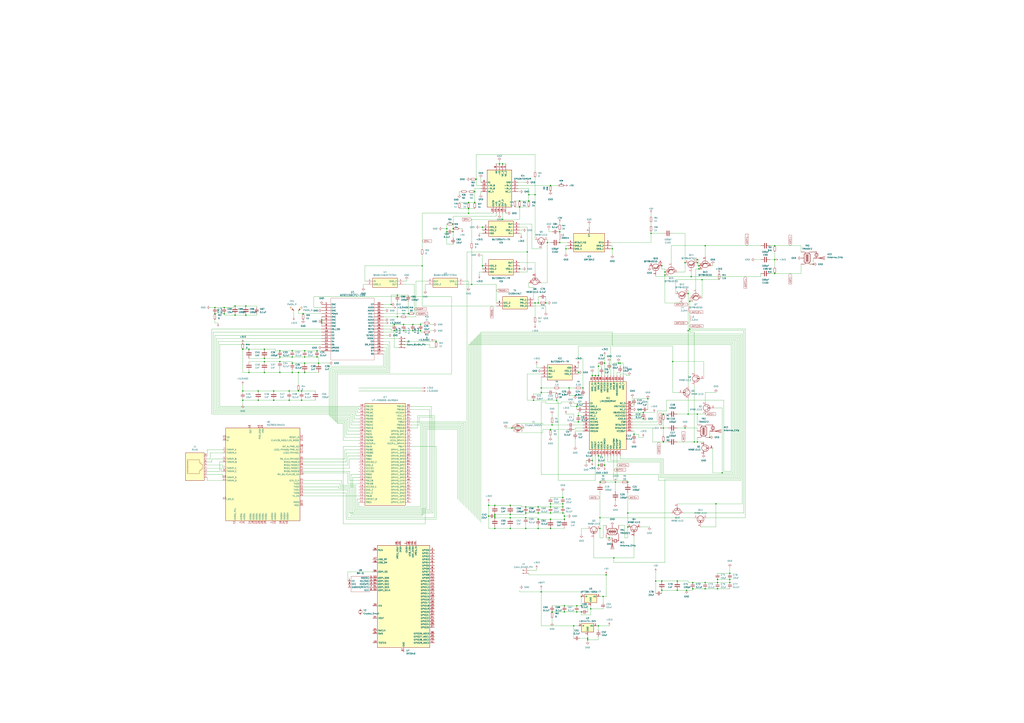
<source format=kicad_sch>
(kicad_sch (version 20250114) (generator "eeschema") (generator_version "9.0")
  (paper "A1")
  (junction (at 462.28 414.02))
  (junction (at 384.81 171.45))
  (junction (at 473.71 334.01))
  (junction (at 193.04 259.08))
  (junction (at 212.09 321.31))
  (junction (at 389.89 157.48))
  (junction (at 464.82 204.47))
  (junction (at 358.14 280.67))
  (junction (at 544.83 351.79))
  (junction (at 528.32 339.09))
  (junction (at 396.24 186.69))
  (junction (at 396.24 218.44))
  (junction (at 593.09 388.62))
  (junction (at 508 298.45))
  (junction (at 492.76 396.24))
  (junction (at 579.12 478.79))
  (junction (at 467.36 318.77))
  (junction (at 439.42 160.02))
  (junction (at 544.83 340.36))
  (junction (at 339.09 266.7))
  (junction (at 441.96 426.72))
  (junction (at 331.47 271.78))
  (junction (at 589.28 476.25))
  (junction (at 412.75 180.34))
  (junction (at 441.96 248.92))
  (junction (at 486.41 308.61))
  (junction (at 419.1 422.91))
  (junction (at 462.28 408.94))
  (junction (at 520.7 356.87))
  (junction (at 250.19 298.45))
  (junction (at 323.85 271.78))
  (junction (at 515.62 421.64))
  (junction (at 199.39 328.93))
  (junction (at 410.21 134.62))
  (junction (at 566.42 270.51))
  (junction (at 452.12 353.06))
  (junction (at 444.5 322.58))
  (junction (at 574.04 220.98))
  (junction (at 240.03 298.45))
  (junction (at 224.79 321.31))
  (junction (at 453.39 502.92))
  (junction (at 247.65 328.93))
  (junction (at 345.44 271.78))
  (junction (at 346.71 218.44))
  (junction (at 419.1 425.45))
  (junction (at 426.72 220.98))
  (junction (at 250.19 306.07))
  (junction (at 326.39 260.35))
  (junction (at 565.15 271.78))
  (junction (at 184.15 257.81))
  (junction (at 406.4 424.18))
  (junction (at 250.19 293.37))
  (junction (at 199.39 321.31))
  (junction (at 562.61 215.9))
  (junction (at 459.74 199.39))
  (junction (at 491.49 308.61))
  (junction (at 668.02 217.17))
  (junction (at 544.83 363.22))
  (junction (at 471.17 514.35))
  (junction (at 556.26 485.14))
  (junction (at 441.96 434.34))
  (junction (at 229.87 306.07))
  (junction (at 486.41 378.46))
  (junction (at 515.62 433.07))
  (junction (at 572.77 215.9))
  (junction (at 463.55 426.72))
  (junction (at 579.12 483.87))
  (junction (at 217.17 297.18))
  (junction (at 532.13 327.66))
  (junction (at 264.16 265.43))
  (junction (at 572.77 340.36))
  (junction (at 452.12 421.64))
  (junction (at 566.42 247.65))
  (junction (at 176.53 257.81))
  (junction (at 496.57 298.45))
  (junction (at 474.98 341.63))
  (junction (at 229.87 288.29))
  (junction (at 426.72 165.1))
  (junction (at 217.17 306.07))
  (junction (at 579.12 201.93))
  (junction (at 434.34 160.02))
  (junction (at 565.15 340.36))
  (junction (at 582.93 359.41))
  (junction (at 229.87 297.18))
  (junction (at 504.19 458.47))
  (junction (at 431.8 416.56))
  (junction (at 449.58 199.39))
  (junction (at 401.32 415.29))
  (junction (at 250.19 288.29))
  (junction (at 491.49 382.27))
  (junction (at 335.28 257.81))
  (junction (at 485.14 500.38))
  (junction (at 372.11 190.5))
  (junction (at 261.62 298.45))
  (junction (at 459.74 190.5))
  (junction (at 452.12 434.34))
  (junction (at 478.79 318.77))
  (junction (at 412.75 134.62))
  (junction (at 245.11 306.07))
  (junction (at 321.31 250.19))
  (junction (at 240.03 293.37))
  (junction (at 240.03 306.07))
  (junction (at 438.15 328.93))
  (junction (at 556.26 477.52))
  (junction (at 463.55 424.18))
  (junction (at 543.56 477.52))
  (junction (at 441.96 421.64))
  (junction (at 229.87 293.37))
  (junction (at 453.39 349.25))
  (junction (at 491.49 374.65))
  (junction (at 237.49 321.31))
  (junction (at 636.27 201.93))
  (junction (at 452.12 416.56))
  (junction (at 567.69 227.33))
  (junction (at 367.03 190.5))
  (junction (at 491.49 514.35))
  (junction (at 452.12 152.4))
  (junction (at 474.98 346.71))
  (junction (at 599.44 476.25))
  (junction (at 401.32 424.18))
  (junction (at 599.44 478.79))
  (junction (at 184.15 252.73))
  (junction (at 387.35 233.68))
  (junction (at 326.39 242.57))
  (junction (at 419.1 434.34))
  (junction (at 528.32 344.17))
  (junction (at 570.23 363.22))
  (junction (at 538.48 477.52))
  (junction (at 492.76 434.34))
  (junction (at 240.03 288.29))
  (junction (at 384.81 175.26))
  (junction (at 260.35 293.37))
  (junction (at 543.56 485.14))
  (junction (at 589.28 483.87))
  (junction (at 247.65 321.31))
  (junction (at 444.5 318.77))
  (junction (at 636.27 224.79))
  (junction (at 462.28 421.64))
  (junction (at 406.4 425.45))
  (junction (at 384.81 166.37))
  (junction (at 473.71 502.92))
  (junction (at 477.52 502.92))
  (junction (at 482.6 524.51))
  (junction (at 534.67 191.77))
  (junction (at 212.09 328.93))
  (junction (at 444.5 486.41))
  (junction (at 431.8 421.64))
  (junction (at 217.17 287.02))
  (junction (at 367.03 187.96))
  (junction (at 431.8 425.45))
  (junction (at 193.04 251.46))
  (junction (at 217.17 294.64))
  (junction (at 389.89 166.37))
  (junction (at 448.31 248.92))
  (junction (at 565.15 241.3))
  (junction (at 345.44 266.7))
  (junction (at 204.47 287.02))
  (junction (at 391.16 147.32))
  (junction (at 500.38 441.96))
  (junction (at 477.52 497.84))
  (junction (at 568.96 478.79))
  (junction (at 406.4 434.34))
  (junction (at 439.42 248.92))
  (junction (at 482.6 525.78))
  (junction (at 176.53 252.73))
  (junction (at 492.76 425.45))
  (junction (at 457.2 328.93))
  (junction (at 426.72 170.18))
  (junction (at 497.84 472.44))
  (junction (at 495.3 490.22))
  (junction (at 339.09 271.78))
  (junction (at 543.56 218.44))
  (junction (at 372.11 184.15))
  (junction (at 546.1 226.06))
  (junction (at 406.4 415.29))
  (junction (at 331.47 266.7))
  (junction (at 546.1 223.52))
  (junction (at 372.11 187.96))
  (junction (at 406.4 422.91))
  (junction (at 419.1 415.29))
  (junction (at 515.62 396.24))
  (junction (at 576.58 229.87))
  (junction (at 552.45 297.18))
  (junction (at 636.27 213.36))
  (junction (at 474.98 306.07))
  (junction (at 477.52 490.22))
  (junction (at 588.01 414.02))
  (junction (at 264.16 264.16))
  (junction (at 452.12 426.72))
  (junction (at 462.28 416.56))
  (junction (at 463.55 497.84))
  (junction (at 245.11 321.31))
  (junction (at 431.8 434.34))
  (junction (at 224.79 328.93))
  (junction (at 248.92 257.81))
  (junction (at 237.49 328.93))
  (junction (at 563.88 485.14))
  (junction (at 463.55 502.92))
  (junction (at 568.96 483.87))
  (junction (at 201.93 251.46))
  (junction (at 589.28 478.79))
  (junction (at 420.37 351.79))
  (junction (at 574.04 218.44))
  (junction (at 505.46 396.24))
  (junction (at 199.39 287.02))
  (junction (at 502.92 204.47))
  (junction (at 572.77 213.36))
  (junction (at 264.16 262.89))
  (junction (at 473.71 497.84))
  (junction (at 452.12 414.02))
  (junction (at 204.47 306.07))
  (junction (at 496.57 382.27))
  (junction (at 491.49 300.99))
  (junction (at 562.61 351.79))
  (junction (at 434.34 165.1))
  (junction (at 201.93 259.08))
  (junction (at 323.85 266.7))
  (junction (at 488.95 308.61))
  (junction (at 572.77 363.22))
  (junction (at 472.44 325.12))
  (junction (at 441.96 416.56))
  (junction (at 509.27 298.45))
  (junction (at 433.07 207.01))
  (junction (at 599.44 471.17))
  (junction (at 260.35 288.29))
  (wire (pts (xy 176.53 275.59) (xy 176.53 337.82)))
  (wire (pts (xy 579.12 322.58) (xy 579.12 330.2)))
  (wire (pts (xy 624.84 213.36) (xy 619.76 213.36)))
  (wire (pts (xy 565.15 327.66) (xy 565.15 340.36)))
  (wire (pts (xy 474.98 299.72) (xy 474.98 302.26)))
  (wire (pts (xy 383.54 207.01) (xy 383.54 417.83)))
  (wire (pts (xy 396.24 186.69) (xy 396.24 189.23)))
  (wire (pts (xy 346.71 209.55) (xy 346.71 218.44)))
  (wire (pts (xy 410.21 132.08) (xy 410.21 134.62)))
  (wire (pts (xy 347.98 265.43) (xy 345.44 265.43)))
  (wire (pts (xy 571.5 220.98) (xy 574.04 220.98)))
  (wire (pts (xy 349.25 430.53) (xy 349.25 351.79)))
  (wire (pts (xy 449.58 199.39) (xy 449.58 232.41)))
  (wire (pts (xy 229.87 306.07) (xy 217.17 306.07)))
  (wire (pts (xy 284.48 405.13) (xy 248.92 405.13)))
  (wire (pts (xy 337.82 336.55) (xy 353.06 336.55)))
  (wire (pts (xy 452.12 416.56) (xy 441.96 416.56)))
  (wire (pts (xy 478.79 320.04) (xy 478.79 318.77)))
  (wire (pts (xy 502.92 273.05) (xy 502.92 284.48)))
  (wire (pts (xy 462.28 421.64) (xy 452.12 421.64)))
  (wire (pts (xy 474.98 306.07) (xy 474.98 307.34)))
  (wire (pts (xy 179.07 280.67) (xy 179.07 335.28)))
  (wire (pts (xy 612.14 425.45) (xy 580.39 425.45)))
  (wire (pts (xy 562.61 223.52) (xy 562.61 215.9)))
  (wire (pts (xy 589.28 476.25) (xy 599.44 476.25)))
  (wire (pts (xy 212.09 328.93) (xy 224.79 328.93)))
  (wire (pts (xy 350.52 231.14) (xy 341.63 231.14)))
  (wire (pts (xy 173.99 377.19) (xy 173.99 379.73)))
  (wire (pts (xy 285.75 402.59) (xy 285.75 425.45)))
  (wire (pts (xy 572.77 213.36) (xy 574.04 213.36)))
  (wire (pts (xy 391.16 276.86) (xy 607.06 276.86)))
  (wire (pts (xy 358.14 426.72) (xy 284.48 426.72)))
  (wire (pts (xy 441.96 243.84) (xy 441.96 248.92)))
  (wire (pts (xy 381 415.29) (xy 381 347.98)))
  (wire (pts (xy 603.25 280.67) (xy 387.35 280.67)))
  (wire (pts (xy 285.75 469.9) (xy 306.07 469.9)))
  (wire (pts (xy 386.08 281.94) (xy 386.08 420.37)))
  (wire (pts (xy 293.37 339.09) (xy 294.64 339.09)))
  (wire (pts (xy 544.83 377.19) (xy 544.83 389.89)))
  (wire (pts (xy 461.01 330.2) (xy 471.17 330.2)))
  (wire (pts (xy 472.44 355.6) (xy 472.44 354.33)))
  (wire (pts (xy 508 297.18) (xy 508 298.45)))
  (wire (pts (xy 176.53 252.73) (xy 184.15 252.73)))
  (wire (pts (xy 519.43 334.01) (xy 520.7 334.01)))
  (wire (pts (xy 217.17 304.8) (xy 217.17 306.07)))
  (wire (pts (xy 572.77 213.36) (xy 572.77 215.9)))
  (wire (pts (xy 285.75 344.17) (xy 285.75 354.33)))
  (wire (pts (xy 353.06 419.1) (xy 292.1 419.1)))
  (wire (pts (xy 520.7 354.33) (xy 520.7 356.87)))
  (wire (pts (xy 492.76 405.13) (xy 492.76 425.45)))
  (wire (pts (xy 339.09 266.7) (xy 345.44 266.7)))
  (wire (pts (xy 440.69 302.26) (xy 440.69 299.72)))
  (wire (pts (xy 237.49 327.66) (xy 237.49 328.93)))
  (wire (pts (xy 492.76 396.24) (xy 492.76 397.51)))
  (wire (pts (xy 210.82 251.46) (xy 210.82 252.73)))
  (wire (pts (xy 473.71 497.84) (xy 477.52 497.84)))
  (wire (pts (xy 568.96 483.87) (xy 568.96 485.14)))
  (wire (pts (xy 572.77 218.44) (xy 574.04 218.44)))
  (wire (pts (xy 314.96 260.35) (xy 326.39 260.35)))
  (wire (pts (xy 401.32 434.34) (xy 401.32 424.18)))
  (wire (pts (xy 217.17 294.64) (xy 204.47 294.64)))
  (wire (pts (xy 546.1 220.98) (xy 546.1 223.52)))
  (wire (pts (xy 182.88 389.89) (xy 182.88 392.43)))
  (wire (pts (xy 472.44 354.33) (xy 478.79 354.33)))
  (wire (pts (xy 579.12 483.87) (xy 568.96 483.87)))
  (wire (pts (xy 490.22 514.35) (xy 491.49 514.35)))
  (wire (pts (xy 281.94 361.95) (xy 294.64 361.95)))
  (wire (pts (xy 525.78 339.09) (xy 528.32 339.09)))
  (wire (pts (xy 476.25 524.51) (xy 482.6 524.51)))
  (wire (pts (xy 245.11 306.07) (xy 245.11 316.23)))
  (wire (pts (xy 519.43 349.25) (xy 543.56 349.25)))
  (wire (pts (xy 534.67 190.5) (xy 534.67 191.77)))
  (wire (pts (xy 471.17 514.35) (xy 474.98 514.35)))
  (wire (pts (xy 477.52 318.77) (xy 478.79 318.77)))
  (wire (pts (xy 572.77 351.79) (xy 572.77 354.33)))
  (wire (pts (xy 274.32 345.44) (xy 284.48 345.44)))
  (wire (pts (xy 604.52 279.4) (xy 604.52 391.16)))
  (wire (pts (xy 485.14 500.38) (xy 495.3 500.38)))
  (wire (pts (xy 273.05 303.53) (xy 317.5 303.53)))
  (wire (pts (xy 534.67 182.88) (xy 534.67 185.42)))
  (wire (pts (xy 605.79 278.13) (xy 389.89 278.13)))
  (wire (pts (xy 471.17 331.47) (xy 478.79 331.47)))
  (wire (pts (xy 497.84 441.96) (xy 500.38 441.96)))
  (wire (pts (xy 293.37 336.55) (xy 293.37 339.09)))
  (wire (pts (xy 240.03 288.29) (xy 229.87 288.29)))
  (wire (pts (xy 342.9 341.63) (xy 356.87 341.63)))
  (wire (pts (xy 556.26 340.36) (xy 565.15 340.36)))
  (wire (pts (xy 358.14 285.75) (xy 353.06 285.75)))
  (wire (pts (xy 556.26 351.79) (xy 562.61 351.79)))
  (wire (pts (xy 388.62 279.4) (xy 604.52 279.4)))
  (wire (pts (xy 224.79 321.31) (xy 237.49 321.31)))
  (wire (pts (xy 585.47 388.62) (xy 593.09 388.62)))
  (wire (pts (xy 419.1 434.34) (xy 406.4 434.34)))
  (wire (pts (xy 199.39 327.66) (xy 199.39 328.93)))
  (wire (pts (xy 519.43 351.79) (xy 535.94 351.79)))
  (wire (pts (xy 276.86 307.34) (xy 276.86 347.98)))
  (wire (pts (xy 264.16 273.05) (xy 175.26 273.05)))
  (wire (pts (xy 589.28 471.17) (xy 599.44 471.17)))
  (wire (pts (xy 377.19 157.48) (xy 378.46 157.48)))
  (wire (pts (xy 322.58 266.7) (xy 323.85 266.7)))
  (wire (pts (xy 425.45 154.94) (xy 434.34 154.94)))
  (wire (pts (xy 384.81 231.14) (xy 384.81 236.22)))
  (wire (pts (xy 415.29 351.79) (xy 420.37 351.79)))
  (wire (pts (xy 488.95 308.61) (xy 491.49 308.61)))
  (wire (pts (xy 459.74 196.85) (xy 459.74 199.39)))
  (wire (pts (xy 181.61 384.81) (xy 181.61 387.35)))
  (wire (pts (xy 453.39 497.84) (xy 463.55 497.84)))
  (wire (pts (xy 441.96 421.64) (xy 431.8 421.64)))
  (wire (pts (xy 294.64 372.11) (xy 284.48 372.11)))
  (wire (pts (xy 441.96 434.34) (xy 431.8 434.34)))
  (wire (pts (xy 387.35 233.68) (xy 407.67 233.68)))
  (wire (pts (xy 425.45 355.6) (xy 445.77 355.6)))
  (wire (pts (xy 534.67 175.26) (xy 534.67 177.8)))
  (wire (pts (xy 438.15 236.22) (xy 434.34 236.22)))
  (wire (pts (xy 566.42 245.11) (xy 566.42 247.65)))
  (wire (pts (xy 486.41 308.61) (xy 488.95 308.61)))
  (wire (pts (xy 426.72 485.14) (xy 426.72 486.41)))
  (wire (pts (xy 441.96 416.56) (xy 431.8 416.56)))
  (wire (pts (xy 389.89 166.37) (xy 384.81 166.37)))
  (wire (pts (xy 440.69 468.63) (xy 434.34 468.63)))
  (wire (pts (xy 394.97 273.05) (xy 394.97 429.26)))
  (wire (pts (xy 609.6 274.32) (xy 609.6 414.02)))
  (wire (pts (xy 314.96 275.59) (xy 318.77 275.59)))
  (wire (pts (xy 433.07 186.69) (xy 433.07 207.01)))
  (wire (pts (xy 491.49 525.78) (xy 491.49 523.24)))
  (wire (pts (xy 289.56 422.91) (xy 347.98 422.91)))
  (wire (pts (xy 500.38 441.96) (xy 502.92 441.96)))
  (wire (pts (xy 201.93 251.46) (xy 210.82 251.46)))
  (wire (pts (xy 314.96 257.81) (xy 335.28 257.81)))
  (wire (pts (xy 556.26 363.22) (xy 570.23 363.22)))
  (wire (pts (xy 464.82 204.47) (xy 464.82 201.93)))
  (wire (pts (xy 561.34 421.64) (xy 610.87 421.64)))
  (wire (pts (xy 264.16 265.43) (xy 264.16 267.97)))
  (wire (pts (xy 452.12 434.34) (xy 441.96 434.34)))
  (wire (pts (xy 299.72 231.14) (xy 300.99 231.14)))
  (wire (pts (xy 314.96 265.43) (xy 316.23 265.43)))
  (wire (pts (xy 346.71 218.44) (xy 299.72 218.44)))
  (wire (pts (xy 257.81 252.73) (xy 257.81 243.84)))
  (wire (pts (xy 356.87 279.4) (xy 358.14 279.4)))
  (wire (pts (xy 293.37 417.83) (xy 350.52 417.83)))
  (wire (pts (xy 247.65 327.66) (xy 247.65 328.93)))
  (wire (pts (xy 331.47 266.7) (xy 339.09 266.7)))
  (wire (pts (xy 577.85 297.18) (xy 552.45 297.18)))
  (wire (pts (xy 427.99 191.77) (xy 426.72 191.77)))
  (wire (pts (xy 294.64 389.89) (xy 288.29 389.89)))
  (wire (pts (xy 394.97 157.48) (xy 394.97 160.02)))
  (wire (pts (xy 441.96 426.72) (xy 452.12 426.72)))
  (wire (pts (xy 419.1 422.91) (xy 406.4 422.91)))
  (wire (pts (xy 473.71 334.01) (xy 473.71 336.55)))
  (wire (pts (xy 520.7 327.66) (xy 532.13 327.66)))
  (wire (pts (xy 501.65 284.48) (xy 474.98 284.48)))
  (wire (pts (xy 474.98 339.09) (xy 474.98 341.63)))
  (wire (pts (xy 468.63 332.74) (xy 468.63 334.01)))
  (wire (pts (xy 491.49 374.65) (xy 491.49 382.27)))
  (wire (pts (xy 271.78 302.26) (xy 316.23 302.26)))
  (wire (pts (xy 347.98 273.05) (xy 345.44 273.05)))
  (wire (pts (xy 248.92 407.67) (xy 294.64 407.67)))
  (wire (pts (xy 436.88 204.47) (xy 444.5 204.47)))
  (wire (pts (xy 496.57 298.45) (xy 496.57 308.61)))
  (wire (pts (xy 472.44 325.12) (xy 478.79 325.12)))
  (wire (pts (xy 610.87 421.64) (xy 610.87 271.78)))
  (wire (pts (xy 524.51 359.41) (xy 524.51 356.87)))
  (wire (pts (xy 248.92 379.73) (xy 284.48 379.73)))
  (wire (pts (xy 467.36 325.12) (xy 472.44 325.12)))
  (wire (pts (xy 504.19 458.47) (xy 504.19 462.28)))
  (wire (pts (xy 240.03 306.07) (xy 229.87 306.07)))
  (wire (pts (xy 261.62 293.37) (xy 260.35 293.37)))
  (wire (pts (xy 557.53 322.58) (xy 552.45 322.58)))
  (wire (pts (xy 290.83 339.09) (xy 290.83 344.17)))
  (wire (pts (xy 453.39 508) (xy 453.39 511.81)))
  (wire (pts (xy 459.74 189.23) (xy 459.74 190.5)))
  (wire (pts (xy 471.17 349.25) (xy 478.79 349.25)))
  (wire (pts (xy 594.36 328.93) (xy 594.36 387.35)))
  (wire (pts (xy 426.72 180.34) (xy 412.75 180.34)))
  (wire (pts (xy 281.94 430.53) (xy 349.25 430.53)))
  (wire (pts (xy 492.76 394.97) (xy 492.76 396.24)))
  (wire (pts (xy 407.67 134.62) (xy 410.21 134.62)))
  (wire (pts (xy 543.56 349.25) (xy 543.56 340.36)))
  (wire (pts (xy 444.5 486.41) (xy 477.52 486.41)))
  (wire (pts (xy 389.89 154.94) (xy 394.97 154.94)))
  (wire (pts (xy 501.65 204.47) (xy 502.92 204.47)))
  (wire (pts (xy 314.96 262.89) (xy 316.23 262.89)))
  (wire (pts (xy 394.97 146.05) (xy 394.97 149.86)))
  (wire (pts (xy 474.98 304.8) (xy 474.98 306.07)))
  (wire (pts (xy 502.92 201.93) (xy 502.92 204.47)))
  (wire (pts (xy 184.15 252.73) (xy 191.77 252.73)))
  (wire (pts (xy 273.05 344.17) (xy 285.75 344.17)))
  (wire (pts (xy 389.89 157.48) (xy 389.89 154.94)))
  (wire (pts (xy 250.19 293.37) (xy 240.03 293.37)))
  (wire (pts (xy 337.82 349.25) (xy 344.17 349.25)))
  (wire (pts (xy 599.44 471.17) (xy 599.44 466.09)))
  (wire (pts (xy 425.45 152.4) (xy 452.12 152.4)))
  (wire (pts (xy 280.67 394.97) (xy 280.67 398.78)))
  (wire (pts (xy 279.4 400.05) (xy 290.83 400.05)))
  (wire (pts (xy 452.12 358.14) (xy 452.12 359.41)))
  (wire (pts (xy 406.4 425.45) (xy 419.1 425.45)))
  (wire (pts (xy 499.11 374.65) (xy 499.11 379.73)))
  (wire (pts (xy 288.29 389.89) (xy 288.29 424.18)))
  (wire (pts (xy 520.7 458.47) (xy 520.7 440.69)))
  (wire (pts (xy 321.31 270.51) (xy 321.31 271.78)))
  (wire (pts (xy 379.73 349.25) (xy 379.73 414.02)))
  (wire (pts (xy 472.44 360.68) (xy 472.44 367.03)))
  (wire (pts (xy 334.01 260.35) (xy 341.63 260.35)))
  (wire (pts (xy 170.18 384.81) (xy 181.61 384.81)))
  (wire (pts (xy 285.75 374.65) (xy 294.64 374.65)))
  (wire (pts (xy 453.39 340.36) (xy 453.39 342.9)))
  (wire (pts (xy 562.61 191.77) (xy 562.61 215.9)))
  (wire (pts (xy 274.32 304.8) (xy 318.77 304.8)))
  (wire (pts (xy 292.1 398.78) (xy 280.67 398.78)))
  (wire (pts (xy 323.85 271.78) (xy 331.47 271.78)))
  (wire (pts (xy 458.47 190.5) (xy 459.74 190.5)))
  (wire (pts (xy 468.63 334.01) (xy 473.71 334.01)))
  (wire (pts (xy 515.62 405.13) (xy 515.62 421.64)))
  (wire (pts (xy 377.19 351.79) (xy 377.19 411.48)))
  (wire (pts (xy 444.5 318.77) (xy 454.66 318.77)))
  (wire (pts (xy 478.79 351.79) (xy 472.44 351.79)))
  (wire (pts (xy 285.75 425.45) (xy 356.87 425.45)))
  (wire (pts (xy 193.04 259.08) (xy 201.93 259.08)))
  (wire (pts (xy 444.5 389.89) (xy 541.02 389.89)))
  (wire (pts (xy 278.13 400.05) (xy 248.92 400.05)))
  (wire (pts (xy 339.09 271.78) (xy 345.44 271.78)))
  (wire (pts (xy 504.19 298.45) (xy 508 298.45)))
  (wire (pts (xy 487.68 441.96) (xy 487.68 458.47)))
  (wire (pts (xy 572.77 215.9) (xy 572.77 218.44)))
  (wire (pts (xy 384.81 283.21) (xy 384.81 419.1)))
  (wire (pts (xy 350.52 233.68) (xy 349.25 233.68)))
  (wire (pts (xy 471.17 514.35) (xy 471.17 524.51)))
  (wire (pts (xy 182.88 377.19) (xy 173.99 377.19)))
  (wire (pts (xy 346.71 218.44) (xy 346.71 251.46)))
  (wire (pts (xy 293.37 410.21) (xy 293.37 417.83)))
  (wire (pts (xy 450.85 187.96) (xy 450.85 190.5)))
  (wire (pts (xy 321.31 250.19) (xy 321.31 242.57)))
  (wire (pts (xy 520.7 332.74) (xy 520.7 334.01)))
  (wire (pts (xy 657.86 217.17) (xy 657.86 224.79)))
  (wire (pts (xy 585.47 217.17) (xy 585.47 218.44)))
  (wire (pts (xy 528.32 359.41) (xy 524.51 359.41)))
  (wire (pts (xy 636.27 201.93) (xy 657.86 201.93)))
  (wire (pts (xy 248.92 402.59) (xy 285.75 402.59)))
  (wire (pts (xy 384.81 171.45) (xy 384.81 175.26)))
  (wire (pts (xy 394.97 273.05) (xy 502.92 273.05)))
  (wire (pts (xy 461.01 331.47) (xy 461.01 330.2)))
  (wire (pts (xy 377.19 187.96) (xy 379.73 187.96)))
  (wire (pts (xy 264.16 288.29) (xy 260.35 288.29)))
  (wire (pts (xy 538.48 477.52) (xy 538.48 469.9)))
  (wire (pts (xy 603.25 389.89) (xy 603.25 280.67)))
  (wire (pts (xy 381 233.68) (xy 387.35 233.68)))
  (wire (pts (xy 346.71 424.18) (xy 346.71 349.25)))
  (wire (pts (xy 505.46 396.24) (xy 510.54 396.24)))
  (wire (pts (xy 463.55 497.84) (xy 473.71 497.84)))
  (wire (pts (xy 217.17 306.07) (xy 204.47 306.07)))
  (wire (pts (xy 499.11 308.61) (xy 499.11 303.53)))
  (wire (pts (xy 444.5 330.2) (xy 448.31 330.2)))
  (wire (pts (xy 337.82 367.03) (xy 358.14 367.03)))
  (wire (pts (xy 248.92 257.81) (xy 245.11 257.81)))
  (wire (pts (xy 504.19 308.61) (xy 504.19 298.45)))
  (wire (pts (xy 173.99 270.51) (xy 173.99 340.36)))
  (wire (pts (xy 519.43 326.39) (xy 519.43 331.47)))
  (wire (pts (xy 287.02 351.79) (xy 294.64 351.79)))
  (wire (pts (xy 177.8 336.55) (xy 293.37 336.55)))
  (wire (pts (xy 464.82 204.47) (xy 466.09 204.47)))
  (wire (pts (xy 477.52 486.41) (xy 477.52 490.22)))
  (wire (pts (xy 514.35 308.61) (xy 514.35 307.34)))
  (wire (pts (xy 508 298.45) (xy 509.27 298.45)))
  (wire (pts (xy 237.49 321.31) (xy 237.49 322.58)))
  (wire (pts (xy 565.15 271.78) (xy 565.15 317.5)))
  (wire (pts (xy 636.27 224.79) (xy 632.46 224.79)))
  (wire (pts (xy 600.71 387.35) (xy 600.71 283.21)))
  (wire (pts (xy 441.96 425.45) (xy 441.96 426.72)))
  (wire (pts (xy 407.67 233.68) (xy 407.67 248.92)))
  (wire (pts (xy 346.71 175.26) (xy 384.81 175.26)))
  (wire (pts (xy 354.33 420.37) (xy 354.33 334.01)))
  (wire (pts (xy 491.49 300.99) (xy 491.49 308.61)))
  (wire (pts (xy 448.31 248.92) (xy 449.58 248.92)))
  (wire (pts (xy 543.56 378.46) (xy 543.56 391.16)))
  (wire (pts (xy 388.62 279.4) (xy 388.62 422.91)))
  (wire (pts (xy 346.71 175.26) (xy 346.71 204.47)))
  (wire (pts (xy 457.2 330.2) (xy 457.2 328.93)))
  (wire (pts (xy 486.41 374.65) (xy 486.41 378.46)))
  (wire (pts (xy 439.42 140.97) (xy 439.42 127)))
  (wire (pts (xy 377.19 160.02) (xy 377.19 157.48)))
  (wire (pts (xy 298.45 233.68) (xy 300.99 233.68)))
  (wire (pts (xy 285.75 477.52) (xy 285.75 469.9)))
  (wire (pts (xy 488.95 374.65) (xy 488.95 394.97)))
  (wire (pts (xy 515.62 396.24) (xy 515.62 397.51)))
  (wire (pts (xy 567.69 223.52) (xy 567.69 227.33)))
  (wire (pts (xy 210.82 259.08) (xy 210.82 257.81)))
  (wire (pts (xy 497.84 472.44) (xy 497.84 490.22)))
  (wire (pts (xy 452.12 421.64) (xy 441.96 421.64)))
  (wire (pts (xy 170.18 389.89) (xy 182.88 389.89)))
  (wire (pts (xy 419.1 415.29) (xy 427.99 415.29)))
  (wire (pts (xy 528.32 339.09) (xy 537.21 339.09)))
  (wire (pts (xy 355.6 421.64) (xy 287.02 421.64)))
  (wire (pts (xy 370.84 243.84) (xy 370.84 307.34)))
  (wire (pts (xy 519.43 344.17) (xy 528.32 344.17)))
  (wire (pts (xy 250.19 288.29) (xy 240.03 288.29)))
  (wire (pts (xy 585.47 218.44) (xy 584.2 218.44)))
  (wire (pts (xy 337.82 351.79) (xy 342.9 351.79)))
  (wire (pts (xy 464.82 201.93) (xy 466.09 201.93)))
  (wire (pts (xy 516.89 308.61) (xy 514.35 308.61)))
  (wire (pts (xy 452.12 353.06) (xy 466.09 353.06)))
  (wire (pts (xy 519.43 339.09) (xy 524.51 339.09)))
  (wire (pts (xy 248.92 394.97) (xy 280.67 394.97)))
  (wire (pts (xy 473.71 334.01) (xy 478.79 334.01)))
  (wire (pts (xy 191.77 251.46) (xy 193.04 251.46)))
  (wire (pts (xy 247.65 328.93) (xy 259.08 328.93)))
  (wire (pts (xy 593.09 335.28) (xy 593.09 388.62)))
  (wire (pts (xy 270.51 341.63) (xy 288.29 341.63)))
  (wire (pts (xy 495.3 490.22) (xy 497.84 490.22)))
  (wire (pts (xy 499.11 379.73) (xy 542.29 379.73)))
  (wire (pts (xy 477.52 341.63) (xy 477.52 344.17)))
  (wire (pts (xy 474.98 341.63) (xy 477.52 341.63)))
  (wire (pts (xy 509.27 298.45) (xy 511.81 298.45)))
  (wire (pts (xy 458.47 330.2) (xy 458.47 394.97)))
  (wire (pts (xy 546.1 248.92) (xy 560.07 248.92)))
  (wire (pts (xy 389.89 157.48) (xy 389.89 166.37)))
  (wire (pts (xy 477.52 502.92) (xy 477.52 505.46)))
  (wire (pts (xy 444.5 486.41) (xy 444.5 514.35)))
  (wire (pts (xy 554.99 241.3) (xy 554.99 229.87)))
  (wire (pts (xy 294.64 377.19) (xy 287.02 377.19)))
  (wire (pts (xy 463.55 426.72) (xy 463.55 424.18)))
  (wire (pts (xy 287.02 342.9) (xy 287.02 351.79)))
  (wire (pts (xy 342.9 351.79) (xy 342.9 341.63)))
  (wire (pts (xy 401.32 424.18) (xy 401.32 415.29)))
  (wire (pts (xy 441.96 248.92) (xy 443.23 248.92)))
  (wire (pts (xy 439.42 160.02) (xy 439.42 146.05)))
  (wire (pts (xy 318.77 283.21) (xy 318.77 304.8)))
  (wire (pts (xy 497.84 396.24) (xy 505.46 396.24)))
  (wire (pts (xy 457.2 330.2) (xy 458.47 330.2)))
  (wire (pts (xy 384.81 166.37) (xy 377.19 166.37)))
  (wire (pts (xy 358.14 367.03) (xy 358.14 426.72)))
  (wire (pts (xy 372.11 184.15) (xy 372.11 177.8)))
  (wire (pts (xy 199.39 321.31) (xy 212.09 321.31)))
  (wire (pts (xy 292.1 337.82) (xy 292.1 341.63)))
  (wire (pts (xy 334.01 229.87) (xy 334.01 231.14)))
  (wire (pts (xy 294.64 321.31) (xy 346.71 321.31)))
  (wire (pts (xy 624.84 227.33) (xy 624.84 224.79)))
  (wire (pts (xy 608.33 275.59) (xy 392.43 275.59)))
  (wire (pts (xy 471.17 331.47) (xy 471.17 330.2)))
  (wire (pts (xy 434.34 160.02) (xy 439.42 160.02)))
  (wire (pts (xy 314.96 250.19) (xy 321.31 250.19)))
  (wire (pts (xy 438.15 246.38) (xy 438.15 236.22)))
  (wire (pts (xy 570.23 316.23) (xy 570.23 363.22)))
  (wire (pts (xy 347.98 422.91) (xy 347.98 350.52)))
  (wire (pts (xy 452.12 426.72) (xy 463.55 426.72)))
  (wire (pts (xy 429.26 189.23) (xy 426.72 189.23)))
  (wire (pts (xy 274.32 304.8) (xy 274.32 345.44)))
  (wire (pts (xy 636.27 207.01) (xy 636.27 213.36)))
  (wire (pts (xy 467.36 318.77) (xy 472.44 318.77)))
  (wire (pts (xy 229.87 302.26) (xy 229.87 306.07)))
  (wire (pts (xy 589.28 478.79) (xy 579.12 478.79)))
  (wire (pts (xy 356.87 341.63) (xy 356.87 425.45)))
  (wire (pts (xy 515.62 421.64) (xy 551.18 421.64)))
  (wire (pts (xy 349.25 233.68) (xy 349.25 238.76)))
  (wire (pts (xy 504.19 458.47) (xy 520.7 458.47)))
  (wire (pts (xy 426.72 170.18) (xy 434.34 170.18)))
  (wire (pts (xy 237.49 328.93) (xy 247.65 328.93)))
  (wire (pts (xy 579.12 201.93) (xy 624.84 201.93)))
  (wire (pts (xy 180.34 387.35) (xy 170.18 387.35)))
  (wire (pts (xy 594.36 387.35) (xy 600.71 387.35)))
  (wire (pts (xy 240.03 298.45) (xy 250.19 298.45)))
  (wire (pts (xy 229.87 294.64) (xy 217.17 294.64)))
  (wire (pts (xy 393.7 274.32) (xy 393.7 427.99)))
  (wire (pts (xy 415.29 175.26) (xy 416.56 175.26)))
  (wire (pts (xy 426.72 184.15) (xy 436.88 184.15)))
  (wire (pts (xy 601.98 281.94) (xy 601.98 388.62)))
  (wire (pts (xy 589.28 478.79) (xy 589.28 476.25)))
  (wire (pts (xy 434.34 236.22) (xy 434.34 232.41)))
  (wire (pts (xy 292.1 341.63) (xy 294.64 341.63)))
  (wire (pts (xy 509.27 374.65) (xy 509.27 377.19)))
  (wire (pts (xy 434.34 160.02) (xy 434.34 165.1)))
  (wire (pts (xy 467.36 318.77) (xy 467.36 320.04)))
  (wire (pts (xy 439.42 248.92) (xy 441.96 248.92)))
  (wire (pts (xy 566.42 247.65) (xy 566.42 259.08)))
  (wire (pts (xy 429.26 220.98) (xy 426.72 220.98)))
  (wire (pts (xy 543.56 220.98) (xy 546.1 220.98)))
  (wire (pts (xy 491.49 514.35) (xy 491.49 518.16)))
  (wire (pts (xy 349.25 351.79) (xy 377.19 351.79)))
  (wire (pts (xy 544.83 389.89) (xy 603.25 389.89)))
  (wire (pts (xy 287.02 387.35) (xy 287.02 394.97)))
  (wire (pts (xy 345.44 416.56) (xy 345.44 347.98)))
  (wire (pts (xy 316.23 302.26) (xy 316.23 288.29)))
  (wire (pts (xy 494.03 307.34) (xy 494.03 308.61)))
  (wire (pts (xy 453.39 502.92) (xy 463.55 502.92)))
  (wire (pts (xy 453.39 349.25) (xy 453.39 347.98)))
  (wire (pts (xy 444.5 514.35) (xy 471.17 514.35)))
  (wire (pts (xy 565.15 256.54) (xy 565.15 271.78)))
  (wire (pts (xy 464.82 340.36) (xy 471.17 340.36)))
  (wire (pts (xy 481.33 378.46) (xy 481.33 381)))
  (wire (pts (xy 401.32 412.75) (xy 401.32 415.29)))
  (wire (pts (xy 344.17 342.9) (xy 355.6 342.9)))
  (wire (pts (xy 389.89 278.13) (xy 389.89 424.18)))
  (wire (pts (xy 543.56 215.9) (xy 543.56 218.44)))
  (wire (pts (xy 275.59 306.07) (xy 320.04 306.07)))
  (wire (pts (xy 453.39 349.25) (xy 466.09 349.25)))
  (wire (pts (xy 290.83 420.37) (xy 354.33 420.37)))
  (wire (pts (xy 504.19 374.65) (xy 504.19 394.97)))
  (wire (pts (xy 299.72 218.44) (xy 299.72 231.14)))
  (wire (pts (xy 449.58 196.85) (xy 449.58 199.39)))
  (wire (pts (xy 495.3 431.8) (xy 495.3 441.96)))
  (wire (pts (xy 182.88 384.81) (xy 182.88 382.27)))
  (wire (pts (xy 345.44 265.43) (xy 345.44 266.7)))
  (wire (pts (xy 407.67 177.8) (xy 407.67 175.26)))
  (wire (pts (xy 326.39 242.57) (xy 335.28 242.57)))
  (wire (pts (xy 264.16 278.13) (xy 177.8 278.13)))
  (wire (pts (xy 436.88 184.15) (xy 436.88 204.47)))
  (wire (pts (xy 354.33 334.01) (xy 337.82 334.01)))
  (wire (pts (xy 393.7 186.69) (xy 396.24 186.69)))
  (wire (pts (xy 199.39 321.31) (xy 199.39 322.58)))
  (wire (pts (xy 391.16 276.86) (xy 391.16 425.45)))
  (wire (pts (xy 406.4 434.34) (xy 401.32 434.34)))
  (wire (pts (xy 240.03 293.37) (xy 229.87 293.37)))
  (wire (pts (xy 541.02 389.89) (xy 541.02 394.97)))
  (wire (pts (xy 562.61 351.79) (xy 572.77 351.79)))
  (wire (pts (xy 384.81 231.14) (xy 381 231.14)))
  (wire (pts (xy 316.23 288.29) (xy 314.96 288.29)))
  (wire (pts (xy 525.78 433.07) (xy 533.4 433.07)))
  (wire (pts (xy 552.45 322.58) (xy 552.45 297.18)))
  (wire (pts (xy 452.12 416.56) (xy 452.12 414.02)))
  (wire (pts (xy 240.03 303.53) (xy 240.03 306.07)))
  (wire (pts (xy 353.06 265.43) (xy 353.06 266.7)))
  (wire (pts (xy 427.99 193.04) (xy 427.99 191.77)))
  (wire (pts (xy 607.06 276.86) (xy 607.06 393.7)))
  (wire (pts (xy 444.5 302.26) (xy 440.69 302.26)))
  (wire (pts (xy 492.76 425.45) (xy 492.76 434.34)))
  (wire (pts (xy 353.06 285.75) (xy 353.06 283.21)))
  (wire (pts (xy 431.8 430.53) (xy 431.8 434.34)))
  (wire (pts (xy 589.28 483.87) (xy 579.12 483.87)))
  (wire (pts (xy 463.55 424.18) (xy 466.09 424.18)))
  (wire (pts (xy 294.64 416.56) (xy 345.44 416.56)))
  (wire (pts (xy 431.8 434.34) (xy 419.1 434.34)))
  (wire (pts (xy 425.45 149.86) (xy 431.8 149.86)))
  (wire (pts (xy 501.65 284.48) (xy 501.65 308.61)))
  (wire (pts (xy 478.79 339.09) (xy 474.98 339.09)))
  (wire (pts (xy 431.8 421.64) (xy 431.8 422.91)))
  (wire (pts (xy 372.11 190.5) (xy 372.11 187.96)))
  (wire (pts (xy 444.5 318.77) (xy 444.5 322.58)))
  (wire (pts (xy 472.44 351.79) (xy 472.44 353.06)))
  (wire (pts (xy 463.55 502.92) (xy 473.71 502.92)))
  (wire (pts (xy 472.44 353.06) (xy 471.17 353.06)))
  (wire (pts (xy 579.12 478.79) (xy 568.96 478.79)))
  (wire (pts (xy 588.01 414.02) (xy 609.6 414.02)))
  (wire (pts (xy 264.16 264.16) (xy 264.16 265.43)))
  (wire (pts (xy 570.23 273.05) (xy 566.42 273.05)))
  (wire (pts (xy 444.5 483.87) (xy 444.5 486.41)))
  (wire (pts (xy 593.09 388.62) (xy 601.98 388.62)))
  (wire (pts (xy 543.56 477.52) (xy 556.26 477.52)))
  (wire (pts (xy 515.62 394.97) (xy 515.62 396.24)))
  (wire (pts (xy 279.4 397.51) (xy 279.4 400.05)))
  (wire (pts (xy 250.19 306.07) (xy 245.11 306.07)))
  (wire (pts (xy 320.04 280.67) (xy 314.96 280.67)))
  (wire (pts (xy 477.52 505.46) (xy 485.14 505.46)))
  (wire (pts (xy 486.41 306.07) (xy 486.41 308.61)))
  (wire (pts (xy 543.56 340.36) (xy 544.83 340.36)))
  (wire (pts (xy 544.83 351.79) (xy 548.64 351.79)))
  (wire (pts (xy 519.43 346.71) (xy 539.75 346.71)))
  (wire (pts (xy 406.4 424.18) (xy 406.4 425.45)))
  (wire (pts (xy 535.94 363.22) (xy 544.83 363.22)))
  (wire (pts (xy 212.09 321.31) (xy 224.79 321.31)))
  (wire (pts (xy 340.36 233.68) (xy 340.36 257.81)))
  (wire (pts (xy 501.65 378.46) (xy 543.56 378.46)))
  (wire (pts (xy 275.59 306.07) (xy 275.59 346.71)))
  (wire (pts (xy 314.96 267.97) (xy 322.58 267.97)))
  (wire (pts (xy 426.72 220.98) (xy 426.72 218.44)))
  (wire (pts (xy 439.42 248.92) (xy 439.42 260.35)))
  (wire (pts (xy 287.02 401.32) (xy 278.13 401.32)))
  (wire (pts (xy 345.44 347.98) (xy 381 347.98)))
  (wire (pts (xy 499.11 303.53) (xy 500.38 303.53)))
  (wire (pts (xy 554.99 229.87) (xy 576.58 229.87)))
  (wire (pts (xy 444.5 322.58) (xy 444.5 323.85)))
  (wire (pts (xy 191.77 252.73) (xy 191.77 251.46)))
  (wire (pts (xy 412.75 134.62) (xy 415.29 134.62)))
  (wire (pts (xy 506.73 394.97) (xy 515.62 394.97)))
  (wire (pts (xy 314.96 255.27) (xy 316.23 255.27)))
  (wire (pts (xy 449.58 232.41) (xy 444.5 232.41)))
  (wire (pts (xy 204.47 304.8) (xy 204.47 306.07)))
  (wire (pts (xy 542.29 379.73) (xy 542.29 392.43)))
  (wire (pts (xy 419.1 425.45) (xy 431.8 425.45)))
  (wire (pts (xy 438.15 323.85) (xy 444.5 323.85)))
  (wire (pts (xy 502.92 204.47) (xy 502.92 209.55)))
  (wire (pts (xy 482.6 524.51) (xy 482.6 521.97)))
  (wire (pts (xy 383.54 207.01) (xy 433.07 207.01)))
  (wire (pts (xy 524.51 356.87) (xy 520.7 356.87)))
  (wire (pts (xy 445.77 347.98) (xy 445.77 349.25)))
  (wire (pts (xy 177.8 278.13) (xy 177.8 336.55)))
  (wire (pts (xy 433.07 207.01) (xy 433.07 223.52)))
  (wire (pts (xy 294.64 349.25) (xy 288.29 349.25)))
  (wire (pts (xy 285.75 397.51) (xy 285.75 388.62)))
  (wire (pts (xy 438.15 248.92) (xy 439.42 248.92)))
  (wire (pts (xy 317.5 285.75) (xy 317.5 303.53)))
  (wire (pts (xy 483.87 184.15) (xy 483.87 186.69)))
  (wire (pts (xy 474.98 284.48) (xy 474.98 294.64)))
  (wire (pts (xy 248.92 377.19) (xy 283.21 377.19)))
  (wire (pts (xy 492.76 490.22) (xy 495.3 490.22)))
  (wire (pts (xy 439.42 215.9) (xy 439.42 224.79)))
  (wire (pts (xy 542.29 392.43) (xy 605.79 392.43)))
  (wire (pts (xy 217.17 297.18) (xy 229.87 297.18)))
  (wire (pts (xy 439.42 160.02) (xy 439.42 196.85)))
  (wire (pts (xy 358.14 279.4) (xy 358.14 280.67)))
  (wire (pts (xy 570.23 363.22) (xy 572.77 363.22)))
  (wire (pts (xy 426.72 223.52) (xy 433.07 223.52)))
  (wire (pts (xy 175.26 273.05) (xy 175.26 339.09)))
  (wire (pts (xy 426.72 170.18) (xy 426.72 180.34)))
  (wire (pts (xy 247.65 321.31) (xy 259.08 321.31)))
  (wire (pts (xy 284.48 426.72) (xy 284.48 405.13)))
  (wire (pts (xy 439.42 127) (xy 391.16 127)))
  (wire (pts (xy 448.31 251.46) (xy 448.31 256.54)))
  (wire (pts (xy 294.64 392.43) (xy 289.56 392.43)))
  (wire (pts (xy 264.16 260.35) (xy 264.16 262.89)))
  (wire (pts (xy 541.02 394.97) (xy 608.33 394.97)))
  (wire (pts (xy 172.72 377.19) (xy 172.72 372.11)))
  (wire (pts (xy 515.62 433.07) (xy 515.62 441.96)))
  (wire (pts (xy 477.52 439.42) (xy 477.52 434.34)))
  (wire (pts (xy 184.15 259.08) (xy 193.04 259.08)))
  (wire (pts (xy 323.85 273.05) (xy 323.85 285.75)))
  (wire (pts (xy 491.49 298.45) (xy 491.49 300.99)))
  (wire (pts (xy 496.57 382.27) (xy 496.57 383.54)))
  (wire (pts (xy 433.07 307.34) (xy 444.5 307.34)))
  (wire (pts (xy 636.27 201.93) (xy 632.46 201.93)))
  (wire (pts (xy 382.27 346.71) (xy 382.27 416.56)))
  (wire (pts (xy 284.48 356.87) (xy 294.64 356.87)))
  (wire (pts (xy 180.34 379.73) (xy 180.34 387.35)))
  (wire (pts (xy 391.16 152.4) (xy 394.97 152.4)))
  (wire (pts (xy 384.81 175.26) (xy 405.13 175.26)))
  (wire (pts (xy 533.4 218.44) (xy 533.4 219.71)))
  (wire (pts (xy 320.04 306.07) (xy 320.04 280.67)))
  (wire (pts (xy 337.82 346.71) (xy 382.27 346.71)))
  (wire (pts (xy 261.62 306.07) (xy 250.19 306.07)))
  (wire (pts (xy 173.99 270.51) (xy 264.16 270.51)))
  (wire (pts (xy 294.64 397.51) (xy 285.75 397.51)))
  (wire (pts (xy 509.27 307.34) (xy 509.27 308.61)))
  (wire (pts (xy 452.12 414.02) (xy 462.28 414.02)))
  (wire (pts (xy 285.75 354.33) (xy 294.64 354.33)))
  (wire (pts (xy 170.18 392.43) (xy 170.18 394.97)))
  (wire (pts (xy 612.14 270.51) (xy 612.14 425.45)))
  (wire (pts (xy 509.27 377.19) (xy 544.83 377.19)))
  (wire (pts (xy 488.95 394.97) (xy 458.47 394.97)))
  (wire (pts (xy 353.06 273.05) (xy 353.06 271.78)))
  (wire (pts (xy 567.69 227.33) (xy 624.84 227.33)))
  (wire (pts (xy 204.47 297.18) (xy 217.17 297.18)))
  (wire (pts (xy 182.88 379.73) (xy 180.34 379.73)))
  (wire (pts (xy 290.83 400.05) (xy 290.83 420.37)))
  (wire (pts (xy 353.06 271.78) (xy 355.6 271.78)))
  (wire (pts (xy 599.44 476.25) (xy 599.44 478.79)))
  (wire (pts (xy 294.64 335.28) (xy 294.64 336.55)))
  (wire (pts (xy 513.08 441.96) (xy 515.62 441.96)))
  (wire (pts (xy 439.42 265.43) (xy 439.42 266.7)))
  (wire (pts (xy 176.53 265.43) (xy 179.07 265.43)))
  (wire (pts (xy 459.74 318.77) (xy 467.36 318.77)))
  (wire (pts (xy 180.34 334.01) (xy 294.64 334.01)))
  (wire (pts (xy 410.21 134.62) (xy 412.75 134.62)))
  (wire (pts (xy 270.51 300.99) (xy 314.96 300.99)))
  (wire (pts (xy 579.12 322.58) (xy 588.01 322.58)))
  (wire (pts (xy 448.31 330.2) (xy 448.31 331.47)))
  (wire (pts (xy 427.99 416.56) (xy 427.99 415.29)))
  (wire (pts (xy 443.23 243.84) (xy 441.96 243.84)))
  (wire (pts (xy 410.21 175.26) (xy 410.21 176.53)))
  (wire (pts (xy 546.1 393.7) (xy 607.06 393.7)))
  (wire (pts (xy 462.28 408.94) (xy 462.28 403.86)))
  (wire (pts (xy 353.06 266.7) (xy 355.6 266.7)))
  (wire (pts (xy 572.77 340.36) (xy 572.77 349.25)))
  (wire (pts (xy 290.83 344.17) (xy 294.64 344.17)))
  (wire (pts (xy 353.06 336.55) (xy 353.06 419.1)))
  (wire (pts (xy 482.6 502.92) (xy 482.6 497.84)))
  (wire (pts (xy 229.87 297.18) (xy 240.03 297.18)))
  (wire (pts (xy 575.31 433.07) (xy 588.01 433.07)))
  (wire (pts (xy 283.21 369.57) (xy 283.21 377.19)))
  (wire (pts (xy 494.03 302.26) (xy 494.03 300.99)))
  (wire (pts (xy 546.1 462.28) (xy 546.1 393.7)))
  (wire (pts (xy 285.75 382.27) (xy 285.75 374.65)))
  (wire (pts (xy 289.56 392.43) (xy 289.56 422.91)))
  (wire (pts (xy 485.14 500.38) (xy 485.14 505.46)))
  (wire (pts (xy 199.39 287.02) (xy 204.47 287.02)))
  (wire (pts (xy 287.02 377.19) (xy 287.02 384.81)))
  (wire (pts (xy 287.02 384.81) (xy 248.92 384.81)))
  (wire (pts (xy 264.16 280.67) (xy 179.07 280.67)))
  (wire (pts (xy 477.52 434.34) (xy 482.6 434.34)))
  (wire (pts (xy 406.4 433.07) (xy 406.4 434.34)))
  (wire (pts (xy 275.59 346.71) (xy 283.21 346.71)))
  (wire (pts (xy 285.75 388.62) (xy 248.92 388.62)))
  (wire (pts (xy 538.48 227.33) (xy 567.69 227.33)))
  (wire (pts (xy 250.19 298.45) (xy 261.62 298.45)))
  (wire (pts (xy 506.73 308.61) (xy 506.73 306.07)))
  (wire (pts (xy 331.47 271.78) (xy 339.09 271.78)))
  (wire (pts (xy 452.12 152.4) (xy 458.47 152.4)))
  (wire (pts (xy 543.56 391.16) (xy 604.52 391.16)))
  (wire (pts (xy 538.48 477.52) (xy 543.56 477.52)))
  (wire (pts (xy 452.12 408.94) (xy 462.28 408.94)))
  (wire (pts (xy 500.38 297.18) (xy 500.38 298.45)))
  (wire (pts (xy 586.74 335.28) (xy 593.09 335.28)))
  (wire (pts (xy 426.72 215.9) (xy 439.42 215.9)))
  (wire (pts (xy 298.45 236.22) (xy 298.45 233.68)))
  (wire (pts (xy 377.19 171.45) (xy 384.81 171.45)))
  (wire (pts (xy 426.72 186.69) (xy 433.07 186.69)))
  (wire (pts (xy 393.7 226.06) (xy 393.7 223.52)))
  (wire (pts (xy 288.29 424.18) (xy 346.71 424.18)))
  (wire (pts (xy 582.93 354.33) (xy 582.93 359.41)))
  (wire (pts (xy 226.06 288.29) (xy 226.06 287.02)))
  (wire (pts (xy 445.77 353.06) (xy 445.77 355.6)))
  (wire (pts (xy 383.54 157.48) (xy 384.81 157.48)))
  (wire (pts (xy 466.09 199.39) (xy 459.74 199.39)))
  (wire (pts (xy 425.45 347.98) (xy 445.77 347.98)))
  (wire (pts (xy 438.15 328.93) (xy 433.07 328.93)))
  (wire (pts (xy 292.1 419.1) (xy 292.1 398.78)))
  (wire (pts (xy 547.37 337.82) (xy 547.37 328.93)))
  (wire (pts (xy 294.64 410.21) (xy 293.37 410.21)))
  (wire (pts (xy 345.44 273.05) (xy 345.44 271.78)))
  (wire (pts (xy 496.57 292.1) (xy 496.57 298.45)))
  (wire (pts (xy 565.15 340.36) (xy 572.77 340.36)))
  (wire (pts (xy 605.79 392.43) (xy 605.79 278.13)))
  (wire (pts (xy 372.11 177.8) (xy 407.67 177.8)))
  (wire (pts (xy 264.16 275.59) (xy 176.53 275.59)))
  (wire (pts (xy 505.46 396.24) (xy 505.46 403.86)))
  (wire (pts (xy 276.86 307.34) (xy 370.84 307.34)))
  (wire (pts (xy 609.6 274.32) (xy 393.7 274.32)))
  (wire (pts (xy 502.92 284.48) (xy 552.45 284.48)))
  (wire (pts (xy 172.72 252.73) (xy 176.53 252.73)))
  (wire (pts (xy 314.96 273.05) (xy 323.85 273.05)))
  (wire (pts (xy 264.16 262.89) (xy 264.16 264.16)))
  (wire (pts (xy 276.86 347.98) (xy 281.94 347.98)))
  (wire (pts (xy 401.32 415.29) (xy 406.4 415.29)))
  (wire (pts (xy 321.31 242.57) (xy 326.39 242.57)))
  (wire (pts (xy 485.14 497.84) (xy 485.14 500.38)))
  (wire (pts (xy 287.02 421.64) (xy 287.02 401.32)))
  (wire (pts (xy 170.18 374.65) (xy 170.18 369.57)))
  (wire (pts (xy 454.66 322.58) (xy 457.2 322.58)))
  (wire (pts (xy 172.72 372.11) (xy 182.88 372.11)))
  (wire (pts (xy 636.27 219.71) (xy 636.27 213.36)))
  (wire (pts (xy 543.56 218.44) (xy 543.56 220.98)))
  (wire (pts (xy 375.92 410.21) (xy 375.92 353.06)))
  (wire (pts (xy 459.74 190.5) (xy 459.74 191.77)))
  (wire (pts (xy 355.6 342.9) (xy 355.6 421.64)))
  (wire (pts (xy 289.56 346.71) (xy 294.64 346.71)))
  (wire (pts (xy 350.52 353.06) (xy 350.52 417.83)))
  (wire (pts (xy 241.3 255.27) (xy 241.3 260.35)))
  (wire (pts (xy 294.64 369.57) (xy 283.21 369.57)))
  (wire (pts (xy 289.56 340.36) (xy 289.56 346.71)))
  (wire (pts (xy 457.2 328.93) (xy 438.15 328.93)))
  (wire (pts (xy 534.67 191.77) (xy 534.67 199.39)))
  (wire (pts (xy 180.34 283.21) (xy 180.34 334.01)))
  (wire (pts (xy 588.01 433.07) (xy 588.01 414.02)))
  (wire (pts (xy 486.41 378.46) (xy 486.41 379.73)))
  (wire (pts (xy 217.17 287.02) (xy 226.06 287.02)))
  (wire (pts (xy 426.72 486.41) (xy 444.5 486.41)))
  (wire (pts (xy 668.02 212.09) (xy 668.02 217.17)))
  (wire (pts (xy 482.6 525.78) (xy 482.6 527.05)))
  (wire (pts (xy 462.28 414.02) (xy 462.28 416.56)))
  (wire (pts (xy 176.53 337.82) (xy 292.1 337.82)))
  (wire (pts (xy 281.94 367.03) (xy 281.94 430.53)))
  (wire (pts (xy 532.13 327.66) (xy 532.13 336.55)))
  (wire (pts (xy 335.28 247.65) (xy 335.28 257.81)))
  (wire (pts (xy 326.39 247.65) (xy 326.39 260.35)))
  (wire (pts (xy 199.39 306.07) (xy 199.39 287.02)))
  (wire (pts (xy 511.81 298.45) (xy 511.81 308.61)))
  (wire (pts (xy 375.92 353.06) (xy 350.52 353.06)))
  (wire (pts (xy 495.3 490.22) (xy 495.3 495.3)))
  (wire (pts (xy 170.18 394.97) (xy 182.88 394.97)))
  (wire (pts (xy 448.31 243.84) (xy 448.31 248.92)))
  (wire (pts (xy 492.76 434.34) (xy 492.76 441.96)))
  (wire (pts (xy 495.3 441.96) (xy 492.76 441.96)))
  (wire (pts (xy 182.88 382.27) (xy 170.18 382.27)))
  (wire (pts (xy 179.07 335.28) (xy 294.64 335.28)))
  (wire (pts (xy 552.45 191.77) (xy 562.61 191.77)))
  (wire (pts (xy 519.43 341.63) (xy 525.78 341.63)))
  (wire (pts (xy 546.1 226.06) (xy 546.1 248.92)))
  (wire (pts (xy 434.34 154.94) (xy 434.34 160.02)))
  (wire (pts (xy 463.55 434.34) (xy 452.12 434.34)))
  (wire (pts (xy 608.33 394.97) (xy 608.33 275.59)))
  (wire (pts (xy 464.82 208.28) (xy 464.82 204.47)))
  (wire (pts (xy 393.7 191.77) (xy 396.24 191.77)))
  (wire (pts (xy 257.81 243.84) (xy 370.84 243.84)))
  (wire (pts (xy 271.78 302.26) (xy 271.78 342.9)))
  (wire (pts (xy 372.11 190.5) (xy 372.11 195.58)))
  (wire (pts (xy 294.64 359.41) (xy 283.21 359.41)))
  (wire (pts (xy 544.83 363.22) (xy 548.64 363.22)))
  (wire (pts (xy 565.15 478.79) (xy 565.15 477.52)))
  (wire (pts (xy 509.27 298.45) (xy 509.27 300.99)))
  (wire (pts (xy 173.99 379.73) (xy 170.18 379.73)))
  (wire (pts (xy 170.18 369.57) (xy 182.88 369.57)))
  (wire (pts (xy 444.5 309.88) (xy 444.5 318.77)))
  (wire (pts (xy 420.37 351.79) (xy 430.53 351.79)))
  (wire (pts (xy 566.42 270.51) (xy 566.42 273.05)))
  (wire (pts (xy 556.26 414.02) (xy 588.01 414.02)))
  (wire (pts (xy 294.64 318.77) (xy 346.71 318.77)))
  (wire (pts (xy 544.83 345.44) (xy 544.83 351.79)))
  (wire (pts (xy 281.94 367.03) (xy 294.64 367.03)))
  (wire (pts (xy 444.5 322.58) (xy 449.58 322.58)))
  (wire (pts (xy 288.29 349.25) (xy 288.29 341.63)))
  (wire (pts (xy 568.96 478.79) (xy 565.15 478.79)))
  (wire (pts (xy 492.76 425.45) (xy 570.23 425.45)))
  (wire (pts (xy 412.75 175.26) (xy 412.75 180.34)))
  (wire (pts (xy 482.6 524.51) (xy 482.6 525.78)))
  (wire (pts (xy 574.04 218.44) (xy 574.04 220.98)))
  (wire (pts (xy 501.65 201.93) (xy 502.92 201.93)))
  (wire (pts (xy 657.86 201.93) (xy 657.86 207.01)))
  (wire (pts (xy 406.4 415.29) (xy 419.1 415.29)))
  (wire (pts (xy 599.44 478.79) (xy 589.28 478.79)))
  (wire (pts (xy 565.15 241.3) (xy 565.15 251.46)))
  (wire (pts (xy 574.04 218.44) (xy 574.04 213.36)))
  (wire (pts (xy 438.15 251.46) (xy 448.31 251.46)))
  (wire (pts (xy 445.77 353.06) (xy 452.12 353.06)))
  (wire (pts (xy 434.34 472.44) (xy 497.84 472.44)))
  (wire (pts (xy 184.15 257.81) (xy 184.15 259.08)))
  (wire (pts (xy 449.58 199.39) (xy 452.12 199.39)))
  (wire (pts (xy 261.62 298.45) (xy 270.51 298.45)))
  (wire (pts (xy 482.6 497.84) (xy 477.52 497.84)))
  (wire (pts (xy 281.94 347.98) (xy 281.94 361.95)))
  (wire (pts (xy 576.58 229.87) (xy 576.58 245.11)))
  (wire (pts (xy 463.55 421.64) (xy 462.28 421.64)))
  (wire (pts (xy 229.87 293.37) (xy 229.87 294.64)))
  (wire (pts (xy 419.1 433.07) (xy 419.1 434.34)))
  (wire (pts (xy 487.68 458.47) (xy 504.19 458.47)))
  (wire (pts (xy 497.84 431.8) (xy 495.3 431.8)))
  (wire (pts (xy 513.08 431.8) (xy 513.08 441.96)))
  (wire (pts (xy 199.39 316.23) (xy 199.39 321.31)))
  (wire (pts (xy 425.45 157.48) (xy 426.72 157.48)))
  (wire (pts (xy 248.92 387.35) (xy 287.02 387.35)))
  (wire (pts (xy 170.18 377.19) (xy 172.72 377.19)))
  (wire (pts (xy 248.92 382.27) (xy 285.75 382.27)))
  (wire (pts (xy 346.71 349.25) (xy 379.73 349.25)))
  (wire (pts (xy 283.21 359.41) (xy 283.21 346.71)))
  (wire (pts (xy 284.48 372.11) (xy 284.48 379.73)))
  (wire (pts (xy 636.27 213.36) (xy 632.46 213.36)))
  (wire (pts (xy 610.87 271.78) (xy 565.15 271.78)))
  (wire (pts (xy 396.24 218.44) (xy 396.24 209.55)))
  (wire (pts (xy 571.5 237.49) (xy 571.5 220.98)))
  (wire (pts (xy 176.53 262.89) (xy 176.53 265.43)))
  (wire (pts (xy 551.18 201.93) (xy 579.12 201.93)))
  (wire (pts (xy 245.11 257.81) (xy 245.11 255.27)))
  (wire (pts (xy 525.78 341.63) (xy 525.78 339.09)))
  (wire (pts (xy 331.47 233.68) (xy 340.36 233.68)))
  (wire (pts (xy 344.17 349.25) (xy 344.17 342.9)))
  (wire (pts (xy 504.19 462.28) (xy 546.1 462.28)))
  (wire (pts (xy 334.01 231.14) (xy 331.47 231.14)))
  (wire (pts (xy 445.77 349.25) (xy 453.39 349.25)))
  (wire (pts (xy 482.6 525.78) (xy 491.49 525.78)))
  (wire (pts (xy 431.8 422.91) (xy 419.1 422.91)))
  (wire (pts (xy 506.73 306.07) (xy 509.27 306.07)))
  (wire (pts (xy 326.39 260.35) (xy 328.93 260.35)))
  (wire (pts (xy 392.43 275.59) (xy 392.43 426.72)))
  (wire (pts (xy 394.97 209.55) (xy 396.24 209.55)))
  (wire (pts (xy 248.92 397.51) (xy 279.4 397.51)))
  (wire (pts (xy 478.79 294.64) (xy 478.79 318.77)))
  (wire (pts (xy 496.57 374.65) (xy 496.57 382.27)))
  (wire (pts (xy 515.62 421.64) (xy 515.62 433.07)))
  (wire (pts (xy 535.94 351.79) (xy 535.94 363.22)))
  (wire (pts (xy 358.14 280.67) (xy 327.66 280.67)))
  (wire (pts (xy 396.24 220.98) (xy 396.24 218.44)))
  (wire (pts (xy 505.46 411.48) (xy 505.46 414.02)))
  (wire (pts (xy 450.85 190.5) (xy 453.39 190.5)))
  (wire (pts (xy 477.52 490.22) (xy 477.52 497.84)))
  (wire (pts (xy 347.98 350.52) (xy 378.46 350.52)))
  (wire (pts (xy 566.42 264.16) (xy 566.42 270.51)))
  (wire (pts (xy 556.26 477.52) (xy 565.15 477.52)))
  (wire (pts (xy 494.03 300.99) (xy 491.49 300.99)))
  (wire (pts (xy 433.07 328.93) (xy 433.07 307.34)))
  (wire (pts (xy 478.79 294.64) (xy 474.98 294.64)))
  (wire (pts (xy 321.31 271.78) (xy 323.85 271.78)))
  (wire (pts (xy 245.11 321.31) (xy 247.65 321.31)))
  (wire (pts (xy 600.71 283.21) (xy 384.81 283.21)))
  (wire (pts (xy 367.03 190.5) (xy 367.03 200.66)))
  (wire (pts (xy 552.45 297.18) (xy 552.45 284.48)))
  (wire (pts (xy 462.28 416.56) (xy 452.12 416.56)))
  (wire (pts (xy 544.83 340.36) (xy 548.64 340.36)))
  (wire (pts (xy 434.34 165.1) (xy 426.72 165.1)))
  (wire (pts (xy 314.96 270.51) (xy 321.31 270.51)))
  (wire (pts (xy 543.56 485.14) (xy 543.56 487.68)))
  (wire (pts (xy 434.34 471.17) (xy 434.34 472.44)))
  (wire (pts (xy 353.06 283.21) (xy 327.66 283.21)))
  (wire (pts (xy 406.4 422.91) (xy 406.4 424.18)))
  (wire (pts (xy 314.96 283.21) (xy 318.77 283.21)))
  (wire (pts (xy 193.04 251.46) (xy 201.93 251.46)))
  (wire (pts (xy 506.73 374.65) (xy 506.73 394.97)))
  (wire (pts (xy 431.8 416.56) (xy 427.99 416.56)))
  (wire (pts (xy 636.27 224.79) (xy 657.86 224.79)))
  (wire (pts (xy 440.69 467.36) (xy 440.69 468.63)))
  (wire (pts (xy 175.26 339.09) (xy 290.83 339.09)))
  (wire (pts (xy 389.89 171.45) (xy 384.81 171.45)))
  (wire (pts (xy 546.1 223.52) (xy 546.1 226.06)))
  (wire (pts (xy 556.26 485.14) (xy 543.56 485.14)))
  (wire (pts (xy 173.99 340.36) (xy 289.56 340.36)))
  (wire (pts (xy 323.85 266.7) (xy 331.47 266.7)))
  (wire (pts (xy 519.43 354.33) (xy 520.7 354.33)))
  (wire (pts (xy 247.65 321.31) (xy 247.65 322.58)))
  (wire (pts (xy 501.65 199.39) (xy 534.67 199.39)))
  (wire (pts (xy 260.35 293.37) (xy 250.19 293.37)))
  (wire (pts (xy 294.64 412.75) (xy 294.64 416.56)))
  (wire (pts (xy 378.46 412.75) (xy 378.46 350.52)))
  (wire (pts (xy 229.87 288.29) (xy 226.06 288.29)))
  (wire (pts (xy 393.7 223.52) (xy 396.24 223.52)))
  (wire (pts (xy 568.96 485.14) (xy 563.88 485.14)))
  (wire (pts (xy 261.62 298.45) (xy 261.62 293.37)))
  (wire (pts (xy 367.03 187.96) (xy 367.03 190.5)))
  (wire (pts (xy 181.61 387.35) (xy 182.88 387.35)))
  (wire (pts (xy 459.74 182.88) (xy 459.74 184.15)))
  (wire (pts (xy 387.35 280.67) (xy 387.35 421.64)))
  (wire (pts (xy 547.37 328.93) (xy 594.36 328.93)))
  (wire (pts (xy 176.53 257.81) (xy 184.15 257.81)))
  (wire (pts (xy 539.75 346.71) (xy 539.75 337.82)))
  (wire (pts (xy 572.77 363.22) (xy 577.85 363.22)))
  (wire (pts (xy 314.96 278.13) (xy 327.66 278.13)))
  (wire (pts (xy 572.77 359.41) (xy 572.77 363.22)))
  (wire (pts (xy 478.79 346.71) (xy 474.98 346.71)))
  (wire (pts (xy 524.51 336.55) (xy 527.05 336.55)))
  (wire (pts (xy 278.13 401.32) (xy 278.13 400.05)))
  (wire (pts (xy 566.42 270.51) (xy 612.14 270.51)))
  (wire (pts (xy 473.71 502.92) (xy 477.52 502.92)))
  (wire (pts (xy 323.85 285.75) (xy 327.66 285.75)))
  (wire (pts (xy 322.58 267.97) (xy 322.58 266.7)))
  (wire (pts (xy 204.47 306.07) (xy 199.39 306.07)))
  (wire (pts (xy 341.63 231.14) (xy 341.63 260.35)))
  (wire (pts (xy 387.35 180.34) (xy 387.35 199.39)))
  (wire (pts (xy 474.98 346.71) (xy 471.17 346.71)))
  (wire (pts (xy 224.79 328.93) (xy 237.49 328.93)))
  (wire (pts (xy 407.67 251.46) (xy 346.71 251.46)))
  (wire (pts (xy 544.83 358.14) (xy 544.83 351.79)))
  (wire (pts (xy 471.17 346.71) (xy 471.17 340.36)))
  (wire (pts (xy 314.96 285.75) (xy 317.5 285.75)))
  (wire (pts (xy 201.93 259.08) (xy 210.82 259.08)))
  (wire (pts (xy 422.91 170.18) (xy 426.72 170.18)))
  (wire (pts (xy 422.91 165.1) (xy 426.72 165.1)))
  (wire (pts (xy 585.47 368.3) (xy 585.47 388.62)))
  (wire (pts (xy 504.19 394.97) (xy 492.76 394.97)))
  (wire (pts (xy 524.51 339.09) (xy 524.51 336.55)))
  (wire (pts (xy 271.78 342.9) (xy 287.02 342.9)))
  (wire (pts (xy 431.8 425.45) (xy 441.96 425.45)))
  (wire (pts (xy 367.03 184.15) (xy 367.03 187.96)))
  (wire (pts (xy 199.39 328.93) (xy 212.09 328.93)))
  (wire (pts (xy 287.02 394.97) (xy 294.64 394.97)))
  (wire (pts (xy 314.96 252.73) (xy 322.58 252.73)))
  (wire (pts (xy 240.03 297.18) (xy 240.03 298.45)))
  (wire (pts (xy 248.92 388.62) (xy 248.92 389.89)))
  (wire (pts (xy 551.18 201.93) (xy 551.18 215.9)))
  (wire (pts (xy 441.96 431.8) (xy 441.96 434.34)))
  (wire (pts (xy 391.16 147.32) (xy 391.16 152.4)))
  (wire (pts (xy 508 431.8) (xy 513.08 431.8)))
  (wire (pts (xy 477.52 344.17) (xy 478.79 344.17)))
  (wire (pts (xy 245.11 306.07) (xy 240.03 306.07)))
  (wire (pts (xy 264.16 252.73) (xy 257.81 252.73)))
  (wire (pts (xy 199.39 332.74) (xy 199.39 328.93)))
  (wire (pts (xy 367.03 200.66) (xy 372.11 200.66)))
  (wire (pts (xy 363.22 187.96) (xy 367.03 187.96)))
  (wire (pts (xy 270.51 300.99) (xy 270.51 341.63)))
  (wire (pts (xy 387.35 204.47) (xy 387.35 233.68)))
  (wire (pts (xy 538.48 226.06) (xy 538.48 227.33)))
  (wire (pts (xy 538.48 477.52) (xy 538.48 487.68)))
  (wire (pts (xy 565.15 238.76) (xy 565.15 241.3)))
  (wire (pts (xy 501.65 374.65) (xy 501.65 378.46)))
  (wire (pts (xy 576.58 229.87) (xy 590.55 229.87)))
  (wire (pts (xy 577.85 311.15) (xy 577.85 297.18)))
  (wire (pts (xy 237.49 321.31) (xy 245.11 321.31)))
  (wire (pts (xy 539.75 337.82) (xy 547.37 337.82)))
  (wire (pts (xy 264.16 257.81) (xy 248.92 257.81)))
  (wire (pts (xy 544.83 191.77) (xy 534.67 191.77)))
  (wire (pts (xy 273.05 303.53) (xy 273.05 344.17)))
  (wire (pts (xy 444.5 330.2) (xy 444.5 389.89)))
  (wire (pts (xy 260.35 288.29) (xy 250.19 288.29)))
  (wire (pts (xy 514.35 307.34) (xy 509.27 307.34)))
  (wire (pts (xy 572.77 340.36) (xy 579.12 340.36)))
  (wire (pts (xy 563.88 485.14) (xy 556.26 485.14)))
  (wire (pts (xy 391.16 127) (xy 391.16 147.32)))
  (wire (pts (xy 412.75 180.34) (xy 387.35 180.34)))
  (wire (pts (xy 579.12 210.82) (xy 579.12 201.93)))
  (wire (pts (xy 314.96 290.83) (xy 314.96 300.99)))
  (wire (pts (xy 264.16 283.21) (xy 180.34 283.21)))
  (wire (pts (xy 556.26 223.52) (xy 562.61 223.52)))
  (wire (pts (xy 284.48 345.44) (xy 284.48 356.87)))
  (wire (pts (xy 448.31 331.47) (xy 461.01 331.47)))
  (wire (pts (xy 491.49 382.27) (xy 491.49 383.54)))
  (wire (pts (xy 457.2 327.66) (xy 457.2 328.93)))
  (wire (pts (xy 491.49 514.35) (xy 500.38 514.35)))
  (wire (pts (xy 491.49 374.65) (xy 494.03 374.65)))
  (wire (pts (xy 386.08 281.94) (xy 601.98 281.94)))
  (wire (pts (xy 599.44 483.87) (xy 589.28 483.87)))
  (wire (pts (xy 204.47 287.02) (xy 217.17 287.02)))
  (wire (pts (xy 570.23 306.07) (xy 570.23 273.05)))
  (wire (pts (xy 372.11 187.96) (xy 372.11 184.15)))
  (wire (pts (xy 463.55 424.18) (xy 463.55 421.64)))
  (global_label "OPA-" (shape input) (at 346.71 198.12 0) (property "Intersheetrefs" "${INTERSHEET_REFS}" (effects (hide yes))))
  (global_label "OPA+" (shape input) (at 387.35 180.34 180) (property "Intersheetrefs" "${INTERSHEET_REFS}" (effects (hide yes))))
  (global_label "ANTF1-" (shape input) (at 613.41 201.93 90) (property "Intersheetrefs" "${INTERSHEET_REFS}" (effects (hide yes))))
  (global_label "ANT12F+" (shape input) (at 566.42 256.54 0) (property "Intersheetrefs" "${INTERSHEET_REFS}" (effects (hide yes))))
  (global_label "INAMP+" (shape input) (at 341.63 257.81 0) (property "Intersheetrefs" "${INTERSHEET_REFS}" (effects (hide yes))))
  (global_label "ANTF3+" (shape input) (at 506.73 382.27 0) (property "Intersheetrefs" "${INTERSHEET_REFS}" (effects (hide yes))))
  (global_label "ANTF1+" (shape input) (at 612.14 227.33 270) (property "Intersheetrefs" "${INTERSHEET_REFS}" (effects (hide yes))))
  (global_label "ANT2-" (shape input) (at 561.34 363.22 90) (property "Intersheetrefs" "${INTERSHEET_REFS}" (effects (hide yes))))
  (global_label "ANT1+" (shape input) (at 648.97 201.93 90) (property "Intersheetrefs" "${INTERSHEET_REFS}" (effects (hide yes))))
  (global_label "ANT123-" (shape input) (at 565.15 265.43 180) (property "Intersheetrefs" "${INTERSHEET_REFS}" (effects (hide yes))))
  (global_label "INAMP-" (shape input) (at 340.36 254 0) (property "Intersheetrefs" "${INTERSHEET_REFS}" (effects (hide yes))))
  (global_label "ANT3-" (shape input) (at 492.76 408.94 180) (property "Intersheetrefs" "${INTERSHEET_REFS}" (effects (hide yes))))
  (global_label "ANT2F+" (shape input) (at 542.29 349.25 90) (property "Intersheetrefs" "${INTERSHEET_REFS}" (effects (hide yes))))
  (global_label "TRANS+" (shape input) (at 407.67 238.76 0) (property "Intersheetrefs" "${INTERSHEET_REFS}" (effects (hide yes))))
  (global_label "ANTF3-" (shape input) (at 504.19 386.08 0) (property "Intersheetrefs" "${INTERSHEET_REFS}" (effects (hide yes))))
  (global_label "ANT123+" (shape input) (at 566.42 267.97 0) (property "Intersheetrefs" "${INTERSHEET_REFS}" (effects (hide yes))))
  (global_label "ANT1-" (shape input) (at 648.97 224.79 270) (property "Intersheetrefs" "${INTERSHEET_REFS}" (effects (hide yes))))
  (global_label "ANT3+" (shape input) (at 515.62 408.94 0) (property "Intersheetrefs" "${INTERSHEET_REFS}" (effects (hide yes))))
  (global_label "ANT12F-" (shape input) (at 565.15 250.19 180) (property "Intersheetrefs" "${INTERSHEET_REFS}" (effects (hide yes))))
  (global_label "ANTF2-" (shape input) (at 541.02 363.22 270) (property "Intersheetrefs" "${INTERSHEET_REFS}" (effects (hide yes))))
  (global_label "ANT2+" (shape input) (at 579.12 340.36 0) (property "Intersheetrefs" "${INTERSHEET_REFS}" (effects (hide yes))))
  (global_label "TRANS-" (shape input) (at 403.86 251.46 270) (property "Intersheetrefs" "${INTERSHEET_REFS}" (effects (hide yes))))
  (symbol (lib_id "power:GND") (at 585.47 217.17 180) (unit 1)
    (property "Reference" "#PWR0166" (effects (hide yes)))
    (property "Value" "GND" (at 585.47 213.36 0))
    (property "Description" "Power symbol creates a global label with name \"GND\" , ground" (effects (hide yes)))
  )
  (symbol (lib_id "Device:R_Small") (at 459.74 186.69 0) (unit 1)
    (property "Reference" "R50" (at 461.264 185.42 0) (effects (font (size 1.016 1.016)) (justify left)))
    (property "Value" "18" (at 461.264 187.96 0) (effects (justify left)))
    (property "Footprint" "Resistor_SMD:R_0805_2012Metric" (effects (hide yes)))
    (property "Description" "Resistor, small symbol" (effects (hide yes)))
  )
  (symbol (lib_id "Transistor_FET:MMBFJ113") (at 556.26 419.1 270) (unit 1)
    (property "Reference" "Q10" (at 556.26 425.45 90))
    (property "Value" "MMBFJ113" (at 556.26 427.99 90))
    (property "Footprint" "Package_DFN_QFN:Diodes_DFN1006-3" (effects (hide yes)))
    (property "Datasheet" "https://www.onsemi.com/pub/Collateral/MMBFJ113-D.PDF" (effects (hide yes)))
    (property "Description" "2mA min, 35V, 100mOhm max, 0.5-3V Vgs(off), N-Channel JFET, SOT-23" (effects (hide yes)))
  )
  (symbol (lib_id "Regulator_Linear:AP7381-50SA-7") (at 485.14 490.22 0) (unit 1)
    (property "Reference" "U5" (at 485.14 483.87 0))
    (property "Value" "AP7381-50SA-7" (at 485.14 486.41 0))
    (property "Footprint" "Package_TO_SOT_SMD:SOT-23" (effects (hide yes)))
    (property "Datasheet" "https://www.diodes.com/assets/Datasheets/AP7381.pdf" (effects (hide yes)))
    (property "Description" "150mA Low Dropout Voltage Regulator, Fixed Output 5.0V, Wide Input Voltage Range 40V, SOT-23" (effects (hide yes)))
  )
  (symbol (lib_id "Transistor_FET:MMBFJ113") (at 487.68 436.88 90) (unit 1)
    (property "Reference" "Q3" (at 487.68 427.99 90))
    (property "Value" "MMBFJ113" (at 487.68 430.53 90))
    (property "Footprint" "Package_DFN_QFN:Diodes_DFN1006-3" (effects (hide yes)))
    (property "Datasheet" "https://www.onsemi.com/pub/Collateral/MMBFJ113-D.PDF" (effects (hide yes)))
    (property "Description" "2mA min, 35V, 100mOhm max, 0.5-3V Vgs(off), N-Channel JFET, SOT-23" (effects (hide yes)))
  )
  (symbol (lib_id "Device:C_Small") (at 473.71 500.38 0) (unit 1)
    (property "Reference" "C67" (at 466.344 499.11 0) (effects (justify left)))
    (property "Value" "0.1uF" (at 466.344 501.65 0) (effects (justify left)))
    (property "Footprint" "Capacitor_SMD:C_0603_1608Metric" (effects (hide yes)))
    (property "Description" "Unpolarized capacitor, small symbol" (effects (hide yes)))
  )
  (symbol (lib_id "Device:C_Small") (at 467.36 322.58 0) (unit 1)
    (property "Reference" "C25" (at 461.264 321.818 0) (effects (justify left)))
    (property "Value" "6.8nF" (at 461.264 324.358 0) (effects (justify left)))
    (property "Footprint" "Capacitor_SMD:C_0402_1005Metric" (effects (hide yes)))
    (property "Description" "Unpolarized capacitor, small symbol" (effects (hide yes)))
  )
  (symbol (lib_id "Device:C_Small") (at 520.7 330.2 0) (unit 1)
    (property "Reference" "C15" (at 523.24 328.9362 0) (effects (justify left)))
    (property "Value" "10uF" (at 523.24 331.4762 0) (effects (justify left)))
    (property "Footprint" "Capacitor_SMD:C_0603_1608Metric" (effects (hide yes)))
    (property "Description" "Unpolarized capacitor, small symbol" (effects (hide yes)))
  )
  (symbol (lib_id "LMX2592RHAT:LMX2592RHAT") (at 478.79 331.47 0) (unit 1)
    (property "Reference" "IC1" (at 499.364 327.152 0))
    (property "Value" "LMX2592RHAT" (at 499.364 329.692 0))
    (property "Footprint" "Package_DFN_QFN:VQFN-40-1EP_6x6mm_P0.5mm_EP3.5x3.5mm_ThermalVias" (effects (hide yes)))
    (property "Datasheet" "http://www.ti.com/lit/gpn/lmx2592" (effects (hide yes)))
    (property "Description" "Wideband Frequency Synthesizer with Integrated VCO" (effects (hide yes)))
    (property "Height" "1" (effects (hide yes)))
    (property "Manufacturer_Name" "Texas Instruments" (effects (hide yes)))
    (property "Manufacturer_Part_Number" "LMX2592RHAT" (effects (hide yes)))
    (property "Mouser Part Number" "595-LMX2592RHAT" (effects (hide yes)))
    (property "Mouser Price/Stock" "https://www.mouser.co.uk/ProductDetail/Texas-Instruments/LMX2592RHAT?qs=diC8vqfyxkpG6MqhNA8gPQ%3D%3D" (effects (hide yes)))
    (property "Arrow Part Number" "LMX2592RHAT" (effects (hide yes)))
    (property "Arrow Price/Stock" "https://www.arrow.com/en/products/lmx2592rhat/texas-instruments?utm_currency=USD&region=nac" (effects (hide yes)))
  )
  (symbol (lib_id "Device:R_Small") (at 384.81 168.91 180) (unit 1)
    (property "Reference" "R33" (at 380.492 167.386 0) (effects (font (size 1.016 1.016)) (justify right)))
    (property "Value" "1k" (at 380.492 169.926 0) (effects (justify right)))
    (property "Footprint" "Resistor_SMD:R_0805_2012Metric" (effects (hide yes)))
    (property "Description" "Resistor, small symbol" (effects (hide yes)))
  )
  (symbol (lib_id "power:GND") (at 452.12 359.41 0) (unit 1)
    (property "Reference" "#PWR06" (effects (hide yes)))
    (property "Value" "GND" (at 452.12 364.49 0))
    (property "Description" "Power symbol creates a global label with name \"GND\" , ground" (effects (hide yes)))
  )
  (symbol (lib_id "power:GND") (at 563.88 485.14 0) (unit 1)
    (property "Reference" "#PWR051" (effects (hide yes)))
    (property "Value" "GND" (at 563.88 490.22 0))
    (property "Description" "Power symbol creates a global label with name \"GND\" , ground" (effects (hide yes)))
  )
  (symbol (lib_id "Device:R_Small") (at 369.57 184.15 90) (unit 1)
    (property "Reference" "R21" (at 369.57 180.34 90) (effects (font (size 1.016 1.016))))
    (property "Value" "1k" (at 369.57 182.88 90))
    (property "Footprint" "Resistor_SMD:R_0805_2012Metric" (effects (hide yes)))
    (property "Description" "Resistor, small symbol" (effects (hide yes)))
  )
  (symbol (lib_id "power:+5V") (at 379.73 187.96 180) (unit 1)
    (property "Reference" "#PWR079" (effects (hide yes)))
    (property "Value" "+5V" (at 379.73 193.04 0))
    (property "Description" "Power symbol creates a global label with name \"+5V\"" (effects (hide yes)))
  )
  (symbol (lib_id "Device:R_Small") (at 513.08 396.24 90) (unit 1)
    (property "Reference" "R5" (at 513.08 391.16 90) (effects (font (size 1.016 1.016))))
    (property "Value" "50" (at 513.08 393.7 90))
    (property "Footprint" "Resistor_SMD:R_0201_0603Metric" (effects (hide yes)))
    (property "Description" "Resistor, small symbol" (effects (hide yes)))
  )
  (symbol (lib_id "Regulator_Linear:LD1117V") (at 482.6 514.35 0) (unit 1)
    (property "Reference" "U3" (at 482.6 508 0))
    (property "Value" "LD1117V-3V3" (at 482.6 510.54 0))
    (property "Footprint" "Package_TO_SOT_THT:TO-220-3_Vertical" (effects (hide yes)))
    (property "Datasheet" "https://www.st.com/resource/en/datasheet/ld1117.pdf" (effects (hide yes)))
    (property "Description" "800 mA Variable Low Drop Positive Voltage Regulator (ldo). Max input 15V. Output from 1.25V to 25V. TO-220-3" (effects (hide yes)))
  )
  (symbol (lib_id "power:GND") (at 264.16 285.75 270) (unit 1)
    (property "Reference" "#PWR039" (effects (hide yes)))
    (property "Value" "GND" (at 260.35 285.7499 90) (effects (justify right)))
    (property "Description" "Power symbol creates a global label with name \"GND\" , ground" (effects (hide yes)))
  )
  (symbol (lib_id "power:GND") (at 482.6 527.05 0) (unit 1)
    (property "Reference" "#PWR053" (effects (hide yes)))
    (property "Value" "GND" (at 482.6 532.13 0))
    (property "Description" "Power symbol creates a global label with name \"GND\" , ground" (effects (hide yes)))
  )
  (symbol (lib_id "power:+3V3") (at 439.42 266.7 180) (unit 1)
    (property "Reference" "#PWR074" (effects (hide yes)))
    (property "Value" "+3V3" (at 439.42 271.78 0))
    (property "Description" "Power symbol creates a global label with name \"+3V3\"" (effects (hide yes)))
  )
  (symbol (lib_id "Device:C") (at 628.65 201.93 270) (unit 1)
    (property "Reference" "C99" (at 628.65 209.55 90))
    (property "Value" "100pF" (at 628.65 207.01 90))
    (property "Footprint" "Capacitor_SMD:C_0603_1608Metric" (effects (hide yes)))
    (property "Description" "Unpolarized capacitor" (effects (hide yes)))
  )
  (symbol (lib_id "Transistor_FET:MMBFJ113") (at 572.77 311.15 180) (unit 1)
    (property "Reference" "Q8" (at 567.69 309.8799 0) (effects (justify left)))
    (property "Value" "MMBFJ113" (at 567.69 312.4199 0) (effects (justify left)))
    (property "Footprint" "Package_DFN_QFN:Diodes_DFN1006-3" (effects (hide yes)))
    (property "Datasheet" "https://www.onsemi.com/pub/Collateral/MMBFJ113-D.PDF" (effects (hide yes)))
    (property "Description" "2mA min, 35V, 100mOhm max, 0.5-3V Vgs(off), N-Channel JFET, SOT-23" (effects (hide yes)))
  )
  (symbol (lib_id "power:GND") (at 502.92 431.8 180) (unit 1)
    (property "Reference" "#PWR0169" (effects (hide yes)))
    (property "Value" "GND" (at 502.92 426.72 0))
    (property "Description" "Power symbol creates a global label with name \"GND\" , ground" (effects (hide yes)))
  )
  (symbol (lib_id "2025-09-16_16-31-49:AD9215BCPZ-105") (at 264.16 250.19 0) (unit 1)
    (property "Reference" "U1" (at 289.56 240.03 0) (effects (font (size 1.524 1.524))))
    (property "Value" "AD9215BCPZ-105" (at 289.56 242.57 0) (effects (font (size 1.524 1.524))))
    (property "Footprint" "Package_CSP:LFCSP-32-1EP_5x5mm_P0.5mm_EP3.6x3.6mm_ThermalVias" (effects (hide yes)))
    (property "Datasheet" "https://www.analog.com/media/en/technical-documentation/data-sheets/AD9215.pdf" (effects (hide yes)))
  )
  (symbol (lib_id "power:GND") (at 528.32 344.17 90) (unit 1)
    (property "Reference" "#PWR016" (effects (hide yes)))
    (property "Value" "GND" (at 532.13 344.1699 90) (effects (justify right)))
    (property "Description" "Power symbol creates a global label with name \"GND\" , ground" (effects (hide yes)))
  )
  (symbol (lib_id "Transistor_FET:MMBFJ113") (at 520.7 435.61 90) (unit 1)
    (property "Reference" "Q4" (at 520.7 426.72 90))
    (property "Value" "MMBFJ113" (at 520.7 429.26 90))
    (property "Footprint" "Package_DFN_QFN:Diodes_DFN1006-3" (effects (hide yes)))
    (property "Datasheet" "https://www.onsemi.com/pub/Collateral/MMBFJ113-D.PDF" (effects (hide yes)))
    (property "Description" "2mA min, 35V, 100mOhm max, 0.5-3V Vgs(off), N-Channel JFET, SOT-23" (effects (hide yes)))
  )
  (symbol (lib_id "Transistor_BJT:Q_NPN_BEC") (at 567.69 218.44 90) (unit 1)
    (property "Reference" "Q14" (at 567.69 209.55 90))
    (property "Value" "BFP840ESD" (at 565.15 212.344 90))
    (property "Footprint" "Package_TO_SOT_SMD:SOT-343_SC-70-4" (effects (hide yes)))
    (property "Description" "NPN transistor, base/emitter/collector" (effects (hide yes)))
  )
  (symbol (lib_id "Transistor_FET:MMBFJ113") (at 562.61 322.58 0) (unit 1)
    (property "Reference" "Q9" (at 567.69 321.3099 0) (effects (justify left)))
    (property "Value" "MMBFJ113" (at 567.69 323.8499 0) (effects (justify left)))
    (property "Footprint" "Package_DFN_QFN:Diodes_DFN1006-3" (effects (hide yes)))
    (property "Datasheet" "https://www.onsemi.com/pub/Collateral/MMBFJ113-D.PDF" (effects (hide yes)))
    (property "Description" "2mA min, 35V, 100mOhm max, 0.5-3V Vgs(off), N-Channel JFET, SOT-23" (effects (hide yes)))
  )
  (symbol (lib_id "Device:C") (at 552.45 363.22 90) (unit 1)
    (property "Reference" "C17" (at 552.45 355.6 90))
    (property "Value" "100pF" (at 552.45 358.14 90))
    (property "Footprint" "Capacitor_SMD:C_0603_1608Metric" (effects (hide yes)))
    (property "Description" "Unpolarized capacitor" (effects (hide yes)))
  )
  (symbol (lib_id "Device:C") (at 452.12 430.53 180) (unit 1)
    (property "Reference" "C63" (at 457.2 429.2599 0) (effects (justify right)))
    (property "Value" "1nF" (at 457.2 431.7999 0) (effects (justify right)))
    (property "Footprint" "Capacitor_SMD:C_0402_1005Metric" (effects (hide yes)))
    (property "Description" "Unpolarized capacitor" (effects (hide yes)))
  )
  (symbol (lib_id "Transistor_FET:MMBFJ113") (at 444.5 199.39 90) (unit 1)
    (property "Reference" "Q5" (at 444.5 190.5 90))
    (property "Value" "MMBFJ113" (at 444.5 193.04 90))
    (property "Footprint" "Package_DFN_QFN:Diodes_DFN1006-3" (effects (hide yes)))
    (property "Datasheet" "https://www.onsemi.com/pub/Collateral/MMBFJ113-D.PDF" (effects (hide yes)))
    (property "Description" "2mA min, 35V, 100mOhm max, 0.5-3V Vgs(off), N-Channel JFET, SOT-23" (effects (hide yes)))
  )
  (symbol (lib_id "power:GND") (at 462.28 403.86 180) (unit 1)
    (property "Reference" "#PWR041" (effects (hide yes)))
    (property "Value" "GND" (at 462.28 398.78 0))
    (property "Description" "Power symbol creates a global label with name \"GND\" , ground" (effects (hide yes)))
  )
  (symbol (lib_id "power:GND") (at 444.5 304.8 270) (unit 1)
    (property "Reference" "#PWR027" (effects (hide yes)))
    (property "Value" "GND" (at 441.2948 304.7999 90) (effects (justify right)))
    (property "Description" "Power symbol creates a global label with name \"GND\" , ground" (effects (hide yes)))
  )
  (symbol (lib_id "power:+3V3") (at 505.46 396.24 0) (unit 1)
    (property "Reference" "#PWR022" (effects (hide yes)))
    (property "Value" "+3V3" (at 505.46 391.16 0))
    (property "Description" "Power symbol creates a global label with name \"+3V3\"" (effects (hide yes)))
  )
  (symbol (lib_id "Device:C_Small") (at 462.28 411.48 0) (unit 1)
    (property "Reference" "C43" (at 464.82 410.2162 0) (effects (justify left)))
    (property "Value" "22uF" (at 464.82 412.7562 0) (effects (justify left)))
    (property "Footprint" "Capacitor_SMD:C_1206_3216Metric" (effects (hide yes)))
    (property "Description" "Unpolarized capacitor, small symbol" (effects (hide yes)))
  )
  (symbol (lib_id "Device:C") (at 261.62 302.26 180) (unit 1)
    (property "Reference" "C39" (at 266.7 300.9899 0) (effects (justify right)))
    (property "Value" "1nF" (at 266.7 303.5299 0) (effects (justify right)))
    (property "Footprint" "Capacitor_SMD:C_0402_1005Metric" (effects (hide yes)))
    (property "Description" "Unpolarized capacitor" (effects (hide yes)))
  )
  (symbol (lib_id "power:GND") (at 298.45 236.22 0) (unit 1)
    (property "Reference" "#PWR064" (effects (hide yes)))
    (property "Value" "GND" (at 298.45 241.3 0))
    (property "Description" "Power symbol creates a global label with name \"GND\" , ground" (effects (hide yes)))
  )
  (symbol (lib_id "power:GND") (at 426.72 157.48 90) (unit 1)
    (property "Reference" "#PWR085" (effects (hide yes)))
    (property "Value" "GND" (at 430.53 157.4799 90) (effects (justify right)))
    (property "Description" "Power symbol creates a global label with name \"GND\" , ground" (effects (hide yes)))
  )
  (symbol (lib_id "power:+3V3") (at 440.69 467.36 0) (unit 1)
    (property "Reference" "#PWR047" (effects (hide yes)))
    (property "Value" "+3V3" (at 440.69 462.28 0))
    (property "Description" "Power symbol creates a global label with name \"+3V3\"" (effects (hide yes)))
  )
  (symbol (lib_id "Device:C") (at 552.45 340.36 90) (unit 1)
    (property "Reference" "C18" (at 552.45 332.74 90))
    (property "Value" "100pF" (at 552.45 335.28 90))
    (property "Footprint" "Capacitor_SMD:C_0603_1608Metric" (effects (hide yes)))
    (property "Description" "Unpolarized capacitor" (effects (hide yes)))
  )
  (symbol (lib_id "power:+3V3") (at 528.32 359.41 0) (unit 1)
    (property "Reference" "#PWR014" (effects (hide yes)))
    (property "Value" "+3V3" (at 528.32 354.33 0))
    (property "Description" "Power symbol creates a global label with name \"+3V3\"" (effects (hide yes)))
  )
  (symbol (lib_id "power:GND") (at 386.08 147.32 270) (unit 1)
    (property "Reference" "#PWR077" (effects (hide yes)))
    (property "Value" "GND" (at 379.73 147.32 90))
    (property "Description" "Power symbol creates a global label with name \"GND\" , ground" (effects (hide yes)))
  )
  (symbol (lib_id "Device:Antenna_Chip") (at 505.46 444.5 180) (unit 1)
    (property "Reference" "AE1" (at 509.27 445.7699 0) (effects (justify right)))
    (property "Value" "Antenna_Chip" (at 509.27 448.3099 0) (effects (justify right)))
    (property "Description" "Ceramic chip antenna with pin for PCB trace" (effects (hide yes)))
  )
  (symbol (lib_id "Connector:RJ45") (at 160.02 384.81 0) (unit 1)
    (property "Reference" "J1" (at 160.02 367.03 0))
    (property "Value" "RJ45" (at 160.02 369.57 0))
    (property "Footprint" "Connector_RJ:RJ45_Amphenol_54602-x08_Horizontal" (effects (hide yes)))
    (property "Description" "RJ connector, 8P8C (8 positions 8 connected)" (effects (hide yes)))
  )
  (symbol (lib_id "Device:R_Small") (at 544.83 360.68 0) (unit 1)
    (property "Reference" "R3" (at 547.37 359.4099 0) (effects (font (size 1.016 1.016)) (justify left)))
    (property "Value" "50" (at 547.37 361.9499 0) (effects (justify left)))
    (property "Footprint" "Resistor_SMD:R_0201_0603Metric" (effects (hide yes)))
    (property "Description" "Resistor, small symbol" (effects (hide yes)))
  )
  (symbol (lib_id "power:GND") (at 505.46 414.02 0) (unit 1)
    (property "Reference" "#PWR021" (effects (hide yes)))
    (property "Value" "GND" (at 505.46 419.1 0))
    (property "Description" "Power symbol creates a global label with name \"GND\" , ground" (effects (hide yes)))
  )
  (symbol (lib_id "power:GND") (at 474.98 306.07 90) (unit 1)
    (property "Reference" "#PWR026" (effects (hide yes)))
    (property "Value" "GND" (at 478.79 306.0699 90) (effects (justify right)))
    (property "Description" "Power symbol creates a global label with name \"GND\" , ground" (effects (hide yes)))
  )
  (symbol (lib_id "Transformer:TRANSF2") (at 577.85 354.33 180) (unit 1)
    (property "Reference" "TR2" (at 577.85 344.17 0))
    (property "Value" "TRANSF2" (at 577.85 346.71 0))
    (property "Footprint" "Package_DIP:SMDIP-6_W7.62mm" (effects (hide yes)))
  )
  (symbol (lib_id "power:+3V3") (at 500.38 514.35 0) (unit 1)
    (property "Reference" "#PWR052" (effects (hide yes)))
    (property "Value" "+3V3" (at 500.38 509.27 0))
    (property "Description" "Power symbol creates a global label with name \"+3V3\"" (effects (hide yes)))
  )
  (symbol (lib_id "power:GND") (at 599.44 466.09 180) (unit 1)
    (property "Reference" "#PWR050" (effects (hide yes)))
    (property "Value" "GND" (at 599.44 461.01 0))
    (property "Description" "Power symbol creates a global label with name \"GND\" , ground" (effects (hide yes)))
  )
  (symbol (lib_id "Device:C_Small") (at 345.44 269.24 0) (unit 1)
    (property "Reference" "C29" (at 347.98 267.9762 0) (effects (justify left)))
    (property "Value" "10uF" (at 347.98 270.5162 0) (effects (justify left)))
    (property "Footprint" "Capacitor_SMD:C_0603_1608Metric" (effects (hide yes)))
    (property "Description" "Unpolarized capacitor, small symbol" (effects (hide yes)))
  )
  (symbol (lib_id "power:GND") (at 264.16 264.16 270) (unit 1)
    (property "Reference" "#PWR096" (effects (hide yes)))
    (property "Value" "GND" (at 260.4783 264.1599 90) (effects (justify right)))
    (property "Description" "Power symbol creates a global label with name \"GND\" , ground" (effects (hide yes)))
  )
  (symbol (lib_id "Device:C") (at 552.45 351.79 90) (unit 1)
    (property "Reference" "C16" (at 552.45 344.17 90))
    (property "Value" "100pF" (at 552.45 346.71 90))
    (property "Footprint" "Capacitor_SMD:C_0603_1608Metric" (effects (hide yes)))
    (property "Description" "Unpolarized capacitor" (effects (hide yes)))
  )
  (symbol (lib_id "power:GND") (at 334.01 229.87 180) (unit 1)
    (property "Reference" "#PWR063" (effects (hide yes)))
    (property "Value" "GND" (at 334.01 226.06 0))
    (property "Description" "Power symbol creates a global label with name \"GND\" , ground" (effects (hide yes)))
  )
  (symbol (lib_id "Device:C_Small") (at 500.38 300.99 0) (unit 1)
    (property "Reference" "C10" (at 502.92 299.7262 0) (effects (justify left)))
    (property "Value" "10uF" (at 502.92 302.2662 0) (effects (justify left)))
    (property "Footprint" "Capacitor_SMD:C_0603_1608Metric" (effects (hide yes)))
    (property "Description" "Unpolarized capacitor, small symbol" (effects (hide yes)))
  )
  (symbol (lib_id "Device:C_Small") (at 494.03 298.45 90) (unit 1)
    (property "Reference" "C9" (at 494.0363 292.1 90))
    (property "Value" "0.1uF" (at 494.0363 294.64 90))
    (property "Footprint" "Capacitor_SMD:C_0603_1608Metric" (effects (hide yes)))
    (property "Description" "Unpolarized capacitor, small symbol" (effects (hide yes)))
  )
  (symbol (lib_id "Device:L_Small") (at 566.42 261.62 0) (unit 1)
    (property "Reference" "L3" (at 567.69 260.3499 0) (effects (justify left)))
    (property "Value" "2.2nH" (at 567.69 262.8899 0) (effects (justify left)))
    (property "Footprint" "Inductor_SMD:L_0603_1608Metric" (effects (hide yes)))
    (property "Description" "Inductor, small symbol" (effects (hide yes)))
  )
  (symbol (lib_id "Device:C_Small") (at 474.98 344.17 180) (unit 1)
    (property "Reference" "C6" (at 477.52 342.8935 0) (effects (justify right)))
    (property "Value" "0.1uF" (at 477.52 345.4335 0) (effects (justify right)))
    (property "Footprint" "Capacitor_SMD:C_0603_1608Metric" (effects (hide yes)))
    (property "Description" "Unpolarized capacitor, small symbol" (effects (hide yes)))
  )
  (symbol (lib_id "Transistor_BJT:Q_NPN_BEC") (at 538.48 220.98 90) (unit 1)
    (property "Reference" "Q16" (at 538.48 212.3552 90))
    (property "Value" "BFP840ESD" (at 534.416 214.884 90))
    (property "Footprint" "Package_TO_SOT_SMD:SOT-343_SC-70-4" (effects (hide yes)))
    (property "Description" "NPN transistor, base/emitter/collector" (effects (hide yes)))
  )
  (symbol (lib_id "Device:C") (at 259.08 325.12 180) (unit 1)
    (property "Reference" "C50" (at 264.16 323.8499 0) (effects (justify right)))
    (property "Value" "100pF" (at 264.16 326.3899 0) (effects (justify right)))
    (property "Footprint" "Capacitor_SMD:C_0603_1608Metric" (effects (hide yes)))
    (property "Description" "Unpolarized capacitor" (effects (hide yes)))
  )
  (symbol (lib_id "Device:C_Small") (at 528.32 341.63 0) (unit 1)
    (property "Reference" "C13" (at 521.97 340.36 0) (effects (justify left)))
    (property "Value" "0.1uF" (at 521.97 342.9 0) (effects (justify left)))
    (property "Footprint" "Capacitor_SMD:C_0603_1608Metric" (effects (hide yes)))
    (property "Description" "Unpolarized capacitor, small symbol" (effects (hide yes)))
  )
  (symbol (lib_id "power:GND") (at 355.6 271.78 90) (unit 1)
    (property "Reference" "#PWR035" (effects (hide yes)))
    (property "Value" "GND" (at 359.41 271.7799 90) (effects (justify right)))
    (property "Description" "Power symbol creates a global label with name \"GND\" , ground" (effects (hide yes)))
  )
  (symbol (lib_id "power:GND") (at 472.44 367.03 0) (unit 1)
    (property "Reference" "#PWR05" (effects (hide yes)))
    (property "Value" "GND" (at 472.44 372.11 0))
    (property "Description" "Power symbol creates a global label with name \"GND\" , ground" (effects (hide yes)))
  )
  (symbol (lib_id "power:GND") (at 426.72 482.6 90) (unit 1)
    (property "Reference" "#PWR046" (effects (hide yes)))
    (property "Value" "GND" (at 430.53 482.5999 90) (effects (justify right)))
    (property "Description" "Power symbol creates a global label with name \"GND\" , ground" (effects (hide yes)))
  )
  (symbol (lib_id "Device:L_Small") (at 459.74 194.31 0) (unit 1)
    (property "Reference" "L1" (at 461.01 193.0399 0) (effects (justify left)))
    (property "Value" "200nH" (at 461.01 195.5799 0) (effects (justify left)))
    (property "Footprint" "Inductor_SMD:L_0402_1005Metric" (effects (hide yes)))
    (property "Description" "Inductor, small symbol" (effects (hide yes)))
  )
  (symbol (lib_id "power:GND") (at 533.4 433.07 0) (unit 1)
    (property "Reference" "#PWR0163" (effects (hide yes)))
    (property "Value" "GND" (at 533.4 438.15 0))
    (property "Description" "Power symbol creates a global label with name \"GND\" , ground" (effects (hide yes)))
  )
  (symbol (lib_id "power:GND") (at 248.92 262.89 0) (unit 1)
    (property "Reference" "#PWR054" (effects (hide yes)))
    (property "Value" "GND" (at 248.92 267.97 0))
    (property "Description" "Power symbol creates a global label with name \"GND\" , ground" (effects (hide yes)))
  )
  (symbol (lib_id "power:GND") (at 483.87 184.15 180) (unit 1)
    (property "Reference" "#PWR061" (effects (hide yes)))
    (property "Value" "GND" (at 483.87 180.34 0))
    (property "Description" "Power symbol creates a global label with name \"GND\" , ground" (effects (hide yes)))
  )
  (symbol (lib_id "Device:C") (at 543.56 481.33 180) (unit 1)
    (property "Reference" "C70" (at 548.64 480.0599 0) (effects (justify right)))
    (property "Value" "1nF" (at 548.64 482.5999 0) (effects (justify right)))
    (property "Footprint" "Capacitor_SMD:C_0402_1005Metric" (effects (hide yes)))
    (property "Description" "Unpolarized capacitor" (effects (hide yes)))
  )
  (symbol (lib_id "Device:C_Small") (at 579.12 481.33 180) (unit 1)
    (property "Reference" "C73" (at 581.66 480.0535 0) (effects (justify right)))
    (property "Value" "0.1uF" (at 581.66 482.5935 0) (effects (justify right)))
    (property "Footprint" "Capacitor_SMD:C_0603_1608Metric" (effects (hide yes)))
    (property "Description" "Unpolarized capacitor, small symbol" (effects (hide yes)))
  )
  (symbol (lib_id "Device:R_Small") (at 457.2 325.12 0) (unit 1)
    (property "Reference" "R7" (at 458.724 323.85 0) (effects (font (size 1.016 1.016)) (justify left)))
    (property "Value" "18" (at 458.724 326.39 0) (effects (justify left)))
    (property "Footprint" "Resistor_SMD:R_0805_2012Metric" (effects (hide yes)))
    (property "Description" "Resistor, small symbol" (effects (hide yes)))
  )
  (symbol (lib_id "power:+3V3") (at 474.98 299.72 0) (unit 1)
    (property "Reference" "#PWR025" (effects (hide yes)))
    (property "Value" "+3V3" (at 474.98 294.64 0))
    (property "Description" "Power symbol creates a global label with name \"+3V3\"" (effects (hide yes)))
  )
  (symbol (lib_id "Device:C") (at 505.46 407.67 180) (unit 1)
    (property "Reference" "C20" (at 509.27 406.3999 0) (effects (justify right)))
    (property "Value" "100pF" (at 509.27 408.9399 0) (effects (justify right)))
    (property "Footprint" "Capacitor_SMD:C_0603_1608Metric" (effects (hide yes)))
    (property "Description" "Unpolarized capacitor" (effects (hide yes)))
  )
  (symbol (lib_id "IS25LPxxD:IS25LP080D") (at 295.91 480.06 0) (unit 1)
    (property "Reference" "U8" (at 295.91 468.63 0))
    (property "Value" "8M-Q" (at 295.91 471.17 0))
    (property "Footprint" "Package_SO:SOIC-8_5.3x5.3mm_P1.27mm" (effects (hide yes)))
  )
  (symbol (lib_id "power:GND") (at 270.51 298.45 90) (unit 1)
    (property "Reference" "#PWR038" (effects (hide yes)))
    (property "Value" "GND" (at 274.32 298.4499 90) (effects (justify right)))
    (property "Description" "Power symbol creates a global label with name \"GND\" , ground" (effects (hide yes)))
  )
  (symbol (lib_id "power:GND") (at 394.97 160.02 0) (unit 1)
    (property "Reference" "#PWR088" (effects (hide yes)))
    (property "Value" "GND" (at 394.97 163.83 0))
    (property "Description" "Power symbol creates a global label with name \"GND\" , ground" (effects (hide yes)))
  )
  (symbol (lib_id "Transformer:TRANSF2") (at 502.92 436.88 90) (unit 1)
    (property "Reference" "TR1" (at 509.27 435.6099 90) (effects (justify right)))
    (property "Value" "TRANSF2" (at 509.27 438.1499 90) (effects (justify right)))
    (property "Footprint" "Package_DIP:SMDIP-6_W7.62mm" (effects (hide yes)))
  )
  (symbol (lib_id "power:+3V3") (at 440.69 299.72 0) (unit 1)
    (property "Reference" "#PWR024" (effects (hide yes)))
    (property "Value" "+3V3" (at 440.69 294.64 0))
    (property "Description" "Power symbol creates a global label with name \"+3V3\"" (effects (hide yes)))
  )
  (symbol (lib_id "Device:R_Small") (at 377.19 168.91 180) (unit 1)
    (property "Reference" "R28" (at 372.872 167.386 0) (effects (font (size 1.016 1.016)) (justify right)))
    (property "Value" "1k" (at 372.872 169.926 0) (effects (justify right)))
    (property "Footprint" "Resistor_SMD:R_0805_2012Metric" (effects (hide yes)))
    (property "Description" "Resistor, small symbol" (effects (hide yes)))
  )
  (symbol (lib_id "power:GND") (at 502.92 209.55 0) (unit 1)
    (property "Reference" "#PWR059" (effects (hide yes)))
    (property "Value" "GND" (at 502.92 214.63 0))
    (property "Description" "Power symbol creates a global label with name \"GND\" , ground" (effects (hide yes)))
  )
  (symbol (lib_id "Device:C_Small") (at 339.09 269.24 0) (unit 1)
    (property "Reference" "C28" (at 340.868 271.78 90))
    (property "Value" "0.1uF" (at 343.408 271.78 90))
    (property "Footprint" "Capacitor_SMD:C_0603_1608Metric" (effects (hide yes)))
    (property "Description" "Unpolarized capacitor, small symbol" (effects (hide yes)))
  )
  (symbol (lib_id "BU7205HFV-TR:BU7205HFV-TR") (at 426.72 223.52 180) (unit 1)
    (property "Reference" "IC6" (at 411.48 231.14 0))
    (property "Value" "BU7205HFV-TR" (at 411.48 228.6 0))
    (property "Footprint" "Package_TO_SOT_SMD:HVSOF5" (effects (hide yes)))
    (property "Datasheet" "https://fscdn.rohm.com/en/products/databook/datasheet/ic/amp_linear/opamp/bu7205xxx-e.pdf" (effects (hide yes)))
    (property "Description" "ROHM BU7205HFV-TR Low Current Op Amp, 0.0025MHz CMOS, 5 V, 5-Pin HVSOF" (effects (hide yes)))
    (property "Height" "0.6" (effects (hide yes)))
    (property "Manufacturer_Name" "ROHM Semiconductor" (effects (hide yes)))
    (property "Manufacturer_Part_Number" "BU7205HFV-TR" (effects (hide yes)))
    (property "Mouser Part Number" "755-BU7205HFV-TR" (effects (hide yes)))
    (property "Mouser Price/Stock" "https://www.mouser.com/Search/Refine.aspx?Keyword=755-BU7205HFV-TR" (effects (hide yes)))
  )
  (symbol (lib_id "Interface_Ethernet:KSZ9031RNXCA") (at 215.9 389.89 180) (unit 1)
    (property "Reference" "U6" (at 219.0181 346.71 0) (effects (justify right)))
    (property "Value" "KSZ9031RNXCA" (at 219.0181 349.25 0) (effects (justify right)))
    (property "Footprint" "Package_DFN_QFN:QFN-48-1EP_7x7mm_P0.5mm_EP5.15x5.15mm" (effects (hide yes)))
    (property "Datasheet" "http://ww1.microchip.com/downloads/en/DeviceDoc/00002117C.pdf" (effects (hide yes)))
    (property "Description" "10/100/1000Mbps Ethernet Transceiver with RGMII Interface, QFN-48" (effects (hide yes)))
  )
  (symbol (lib_id "power:+3V3") (at 199.39 281.94 0) (unit 1)
    (property "Reference" "#PWR040" (effects (hide yes)))
    (property "Value" "+3V3" (at 199.39 276.86 0))
    (property "Description" "Power symbol creates a global label with name \"+3V3\"" (effects (hide yes)))
  )
  (symbol (lib_id "Device:C_Small") (at 323.85 269.24 0) (unit 1)
    (property "Reference" "C26" (at 325.628 271.78 90))
    (property "Value" "0.1uF" (at 328.168 271.78 90))
    (property "Footprint" "Capacitor_SMD:C_0603_1608Metric" (effects (hide yes)))
    (property "Description" "Unpolarized capacitor, small symbol" (effects (hide yes)))
  )
  (symbol (lib_id "Device:C_Small") (at 335.28 245.11 180) (unit 1)
    (property "Reference" "C81" (at 337.82 243.8335 0) (effects (justify right)))
    (property "Value" "100pF" (at 337.82 246.3735 0) (effects (justify right)))
    (property "Footprint" "Capacitor_SMD:C_0402_1005Metric" (effects (hide yes)))
    (property "Description" "Unpolarized capacitor, small symbol" (effects (hide yes)))
  )
  (symbol (lib_id "Device:C_Small") (at 452.12 322.58 90) (unit 1)
    (property "Reference" "C23" (at 452.12 325.374 90))
    (property "Value" "51nF" (at 452.12 327.914 90))
    (property "Footprint" "Capacitor_SMD:C_1206_3216Metric" (effects (hide yes)))
    (property "Description" "Unpolarized capacitor, small symbol" (effects (hide yes)))
  )
  (symbol (lib_id "Device:C_Small") (at 483.87 378.46 90) (unit 1)
    (property "Reference" "C2" (at 483.8763 372.11 90))
    (property "Value" "0.1uF" (at 483.8763 374.65 90))
    (property "Footprint" "Capacitor_SMD:C_0603_1608Metric" (effects (hide yes)))
    (property "Description" "Unpolarized capacitor, small symbol" (effects (hide yes)))
  )
  (symbol (lib_id "power:GND") (at 416.56 175.26 90) (unit 1)
    (property "Reference" "#PWR086" (effects (hide yes)))
    (property "Value" "GND" (at 420.37 175.2599 90) (effects (justify right)))
    (property "Description" "Power symbol creates a global label with name \"GND\" , ground" (effects (hide yes)))
  )
  (symbol (lib_id "Device:R_Small") (at 337.82 257.81 90) (unit 1)
    (property "Reference" "R18" (at 337.82 252.73 90) (effects (font (size 1.016 1.016))))
    (property "Value" "50" (at 337.82 255.27 90))
    (property "Footprint" "Resistor_SMD:R_0201_0603Metric" (effects (hide yes)))
    (property "Description" "Resistor, small symbol" (effects (hide yes)))
  )
  (symbol (lib_id "power:GND") (at 264.16 255.27 270) (unit 1)
    (property "Reference" "#PWR095" (effects (hide yes)))
    (property "Value" "GND" (at 261.366 255.27 90) (effects (justify right)))
    (property "Description" "Power symbol creates a global label with name \"GND\" , ground" (effects (hide yes)))
  )
  (symbol (lib_id "power:+5V") (at 463.55 152.4 270) (unit 1)
    (property "Reference" "#PWR082" (effects (hide yes)))
    (property "Value" "+5V" (at 467.36 152.3999 90) (effects (justify left)))
    (property "Description" "Power symbol creates a global label with name \"+5V\"" (effects (hide yes)))
  )
  (symbol (lib_id "Transistor_FET:MMBFJ113") (at 439.42 229.87 270) (unit 1)
    (property "Reference" "Q6" (at 439.42 237.49 90))
    (property "Value" "MMBFJ113" (at 437.134 240.03 90))
    (property "Footprint" "Package_DFN_QFN:Diodes_DFN1006-3" (effects (hide yes)))
    (property "Datasheet" "https://www.onsemi.com/pub/Collateral/MMBFJ113-D.PDF" (effects (hide yes)))
    (property "Description" "2mA min, 35V, 100mOhm max, 0.5-3V Vgs(off), N-Channel JFET, SOT-23" (effects (hide yes)))
  )
  (symbol (lib_id "power:+3V3") (at 496.57 292.1 0) (unit 1)
    (property "Reference" "#PWR011" (effects (hide yes)))
    (property "Value" "+3V3" (at 496.57 287.02 0))
    (property "Description" "Power symbol creates a global label with name \"+3V3\"" (effects (hide yes)))
  )
  (symbol (lib_id "power:+3V3") (at 393.7 226.06 180) (unit 1)
    (property "Reference" "#PWR070" (effects (hide yes)))
    (property "Value" "+3V3" (at 393.7 231.14 0))
    (property "Description" "Power symbol creates a global label with name \"+3V3\"" (effects (hide yes)))
  )
  (symbol (lib_id "Device:R_Small") (at 350.52 273.05 90) (unit 1)
    (property "Reference" "R11" (at 350.52 275.082 90) (effects (font (size 1.016 1.016))))
    (property "Value" "0" (at 350.52 277.622 90))
    (property "Footprint" "Resistor_SMD:R_0603_1608Metric" (effects (hide yes)))
    (property "Description" "Resistor, small symbol" (effects (hide yes)))
  )
  (symbol (lib_id "MCU_RaspberryPi:RP2040") (at 331.47 490.22 0) (unit 1)
    (property "Reference" "U7" (at 333.6133 534.67 0) (effects (justify left)))
    (property "Value" "RP2040" (at 333.6133 537.21 0) (effects (justify left)))
    (property "Footprint" "Package_DFN_QFN:QFN-56-1EP_7x7mm_P0.4mm_EP3.2x3.2mm" (effects (hide yes)))
    (property "Datasheet" "https://datasheets.raspberrypi.com/rp2040/rp2040-datasheet.pdf" (effects (hide yes)))
    (property "Description" "A microcontroller by Raspberry Pi" (effects (hide yes)))
  )
  (symbol (lib_id "Device:C_Small") (at 240.03 300.99 180) (unit 1)
    (property "Reference" "C35" (at 242.57 299.7135 0) (effects (justify right)))
    (property "Value" "0.1uF" (at 242.57 302.2535 0) (effects (justify right)))
    (property "Footprint" "Capacitor_SMD:C_0603_1608Metric" (effects (hide yes)))
    (property "Description" "Unpolarized capacitor, small symbol" (effects (hide yes)))
  )
  (symbol (lib_id "power:GND") (at 410.21 132.08 180) (unit 1)
    (property "Reference" "#PWR081" (effects (hide yes)))
    (property "Value" "GND" (at 410.21 128.27 0))
    (property "Description" "Power symbol creates a global label with name \"GND\" , ground" (effects (hide yes)))
  )
  (symbol (lib_id "power:+5V") (at 534.67 175.26 0) (unit 1)
    (property "Reference" "#PWR0130" (effects (hide yes)))
    (property "Value" "+5V" (at 534.67 171.45 0))
    (property "Description" "Power symbol creates a global label with name \"+5V\"" (effects (hide yes)))
  )
  (symbol (lib_id "Device:C") (at 224.79 325.12 180) (unit 1)
    (property "Reference" "C47" (at 229.87 323.8499 0) (effects (justify right)))
    (property "Value" "1nF" (at 229.87 326.3899 0) (effects (justify right)))
    (property "Footprint" "Capacitor_SMD:C_0402_1005Metric" (effects (hide yes)))
    (property "Description" "Unpolarized capacitor" (effects (hide yes)))
  )
  (symbol (lib_id "Device:C") (at 628.65 213.36 270) (unit 1)
    (property "Reference" "C98" (at 628.65 220.98 90))
    (property "Value" "100pF" (at 628.65 218.44 90))
    (property "Footprint" "Capacitor_SMD:C_0603_1608Metric" (effects (hide yes)))
    (property "Description" "Unpolarized capacitor" (effects (hide yes)))
  )
  (symbol (lib_id "Transistor_BJT:Q_NPN_BEC") (at 560.07 243.84 90) (unit 1)
    (property "Reference" "Q12" (at 560.07 233.68 90))
    (property "Value" "BFP840ESD" (at 560.07 236.22 90))
    (property "Footprint" "Package_TO_SOT_SMD:SOT-343_SC-70-4" (effects (hide yes)))
    (property "Description" "NPN transistor, base/emitter/collector" (effects (hide yes)))
  )
  (symbol (lib_id "Device:C_Small") (at 403.86 424.18 90) (unit 1)
    (property "Reference" "C42" (at 397.764 422.91 90))
    (property "Value" "22uF" (at 397.764 425.45 90))
    (property "Footprint" "Capacitor_SMD:C_1206_3216Metric" (effects (hide yes)))
    (property "Description" "Unpolarized capacitor, small symbol" (effects (hide yes)))
  )
  (symbol (lib_id "power:+5V") (at 497.84 472.44 0) (unit 1)
    (property "Reference" "#PWR048" (effects (hide yes)))
    (property "Value" "+5V" (at 497.84 467.36 0))
    (property "Description" "Power symbol creates a global label with name \"+5V\"" (effects (hide yes)))
  )
  (symbol (lib_id "Device:C_Small") (at 445.77 243.84 90) (unit 1)
    (property "Reference" "C79" (at 445.7763 237.49 90))
    (property "Value" "0.1uF" (at 445.7763 240.03 90))
    (property "Footprint" "Capacitor_SMD:C_0603_1608Metric" (effects (hide yes)))
    (property "Description" "Unpolarized capacitor, small symbol" (effects (hide yes)))
  )
  (symbol (lib_id "power:GND") (at 453.39 340.36 180) (unit 1)
    (property "Reference" "#PWR07" (effects (hide yes)))
    (property "Value" "GND" (at 453.39 335.9476 0))
    (property "Description" "Power symbol creates a global label with name \"GND\" , ground" (effects (hide yes)))
  )
  (symbol (lib_id "power:GND") (at 481.33 381 0) (unit 1)
    (property "Reference" "#PWR04" (effects (hide yes)))
    (property "Value" "GND" (at 481.33 386.08 0))
    (property "Description" "Power symbol creates a global label with name \"GND\" , ground" (effects (hide yes)))
  )
  (symbol (lib_id "Transistor_FET:MMBFJ113") (at 580.39 368.3 180) (unit 1)
    (property "Reference" "Q1" (at 575.31 367.0299 0) (effects (justify left)))
    (property "Value" "MMBFJ113" (at 575.31 369.5699 0) (effects (justify left)))
    (property "Footprint" "Package_DFN_QFN:Diodes_DFN1006-3" (effects (hide yes)))
    (property "Datasheet" "https://www.onsemi.com/pub/Collateral/MMBFJ113-D.PDF" (effects (hide yes)))
    (property "Description" "2mA min, 35V, 100mOhm max, 0.5-3V Vgs(off), N-Channel JFET, SOT-23" (effects (hide yes)))
  )
  (symbol (lib_id "Device:C_Small") (at 431.8 427.99 180) (unit 1)
    (property "Reference" "C59" (at 434.34 426.7135 0) (effects (justify right)))
    (property "Value" "0.1uF" (at 434.34 429.2535 0) (effects (justify right)))
    (property "Footprint" "Capacitor_SMD:C_0603_1608Metric" (effects (hide yes)))
    (property "Description" "Unpolarized capacitor, small symbol" (effects (hide yes)))
  )
  (symbol (lib_id "power:GND") (at 453.39 511.81 0) (unit 1)
    (property "Reference" "#PWR0131" (effects (hide yes)))
    (property "Value" "GND" (at 453.39 516.89 0))
    (property "Description" "Power symbol creates a global label with name \"GND\" , ground" (effects (hide yes)))
  )
  (symbol (lib_id "power:GND") (at 486.41 306.07 180) (unit 1)
    (property "Reference" "#PWR010" (effects (hide yes)))
    (property "Value" "GND" (at 486.41 301.6576 0))
    (property "Description" "Power symbol creates a global label with name \"GND\" , ground" (effects (hide yes)))
  )
  (symbol (lib_id "Device:R_Small") (at 346.71 207.01 180) (unit 1)
    (property "Reference" "R23" (at 349.25 205.7399 0) (effects (font (size 1.016 1.016)) (justify right)))
    (property "Value" "0" (at 349.25 208.2799 0) (effects (justify right)))
    (property "Footprint" "Resistor_SMD:R_0603_1608Metric" (effects (hide yes)))
    (property "Description" "Resistor, small symbol" (effects (hide yes)))
  )
  (symbol (lib_id "Transistor_FET:MMBFJ113") (at 575.31 427.99 90) (unit 1)
    (property "Reference" "Q11" (at 575.31 419.1 90))
    (property "Value" "MMBFJ113" (at 575.31 421.64 90))
    (property "Footprint" "Package_DFN_QFN:Diodes_DFN1006-3" (effects (hide yes)))
    (property "Datasheet" "https://www.onsemi.com/pub/Collateral/MMBFJ113-D.PDF" (effects (hide yes)))
    (property "Description" "2mA min, 35V, 100mOhm max, 0.5-3V Vgs(off), N-Channel JFET, SOT-23" (effects (hide yes)))
  )
  (symbol (lib_id "Connector:TestPoint_Probe") (at 241.3 255.27 90) (unit 1)
    (property "Reference" "TP2" (at 239.7125 247.65 90))
    (property "Value" "PWDN_P" (at 239.7125 250.19 90))
    (property "Footprint" "Connector_PinHeader_2.54mm:PinHeader_1x01_P2.54mm_Vertical" (effects (hide yes)))
    (property "Description" "test point (alternative probe-style design)" (effects (hide yes)))
  )
  (symbol (lib_id "power:GND") (at 429.26 220.98 90) (unit 1)
    (property "Reference" "#PWR066" (effects (hide yes)))
    (property "Value" "GND" (at 433.07 220.9801 90) (effects (justify right)))
    (property "Description" "Power symbol creates a global label with name \"GND\" , ground" (effects (hide yes)))
  )
  (symbol (lib_id "power:GND") (at 316.23 255.27 90) (unit 1)
    (property "Reference" "#PWR030" (effects (hide yes)))
    (property "Value" "GND" (at 320.04 255.2699 90) (effects (justify right)))
    (property "Description" "Power symbol creates a global label with name \"GND\" , ground" (effects (hide yes)))
  )
  (symbol (lib_id "power:+3.3VADC") (at 179.07 265.43 180) (unit 1)
    (property "Reference" "#PWR0107" (effects (hide yes)))
    (property "Value" "+3.3VADC" (effects (hide yes)))
    (property "Description" "Power symbol creates a global label with name \"+3.3VADC\"" (effects (hide yes)))
  )
  (symbol (lib_id "power:GND") (at 519.43 336.55 90) (unit 1)
    (property "Reference" "#PWR091" (effects (hide yes)))
    (property "Value" "GND" (at 523.24 336.5499 90) (effects (justify right)))
    (property "Description" "Power symbol creates a global label with name \"GND\" , ground" (effects (hide yes)))
  )
  (symbol (lib_id "Device:C") (at 492.76 401.32 180) (unit 1)
    (property "Reference" "C19" (at 496.57 400.0499 0) (effects (justify right)))
    (property "Value" "100pF" (at 496.57 402.5899 0) (effects (justify right)))
    (property "Footprint" "Capacitor_SMD:C_0603_1608Metric" (effects (hide yes)))
    (property "Description" "Unpolarized capacitor" (effects (hide yes)))
  )
  (symbol (lib_id "power:GND") (at 316.23 262.89 90) (unit 1)
    (property "Reference" "#PWR031" (effects (hide yes)))
    (property "Value" "GND" (at 320.04 262.8899 90) (effects (justify right)))
    (property "Description" "Power symbol creates a global label with name \"GND\" , ground" (effects (hide yes)))
  )
  (symbol (lib_id "Device:C_Small") (at 494.03 304.8 180) (unit 1)
    (property "Reference" "C8" (at 496.57 303.5235 0) (effects (justify right)))
    (property "Value" "1uF" (at 496.57 306.0635 0) (effects (justify right)))
    (property "Footprint" "Capacitor_SMD:C_0805_2012Metric" (effects (hide yes)))
    (property "Description" "Unpolarized capacitor, small symbol" (effects (hide yes)))
  )
  (symbol (lib_id "Device:C_Small") (at 438.15 326.39 0) (unit 1)
    (property "Reference" "C22" (at 440.69 325.1262 0) (effects (justify left)))
    (property "Value" "5.6nF" (at 440.69 327.6662 0) (effects (justify left)))
    (property "Footprint" "Capacitor_SMD:C_0402_1005Metric" (effects (hide yes)))
    (property "Description" "Unpolarized capacitor, small symbol" (effects (hide yes)))
  )
  (symbol (lib_id "Device:C_Small") (at 494.03 382.27 90) (unit 1)
    (property "Reference" "C1" (at 494.0363 375.92 90))
    (property "Value" "0.1uF" (at 494.0363 378.46 90))
    (property "Footprint" "Capacitor_SMD:C_0603_1608Metric" (effects (hide yes)))
    (property "Description" "Unpolarized capacitor, small symbol" (effects (hide yes)))
  )
  (symbol (lib_id "Device:R_Small") (at 388.62 147.32 270) (unit 1)
    (property "Reference" "R22" (at 386.969 149.9869 90) (effects (font (size 1.016 1.016)) (justify left)))
    (property "Value" "50" (at 386.969 152.5269 90) (effects (justify left)))
    (property "Footprint" "Resistor_SMD:R_0201_0603Metric" (effects (hide yes)))
    (property "Description" "Resistor, small symbol" (effects (hide yes)))
  )
  (symbol (lib_id "Device:C") (at 455.93 199.39 270) (unit 1)
    (property "Reference" "C102" (at 455.93 207.01 90))
    (property "Value" "100pF" (at 455.93 204.47 90))
    (property "Footprint" "Capacitor_SMD:C_0603_1608Metric" (effects (hide yes)))
    (property "Description" "Unpolarized capacitor" (effects (hide yes)))
  )
  (symbol (lib_id "Device:C_Small") (at 441.96 419.1 180) (unit 1)
    (property "Reference" "C60" (at 444.5 417.8235 0) (effects (justify right)))
    (property "Value" "0.1uF" (at 444.5 420.3635 0) (effects (justify right)))
    (property "Footprint" "Capacitor_SMD:C_0603_1608Metric" (effects (hide yes)))
    (property "Description" "Unpolarized capacitor, small symbol" (effects (hide yes)))
  )
  (symbol (lib_id "Device:C") (at 419.1 419.1 180) (unit 1)
    (property "Reference" "C56" (at 424.18 417.8299 0) (effects (justify right)))
    (property "Value" "100pF" (at 424.18 420.3699 0) (effects (justify right)))
    (property "Footprint" "Capacitor_SMD:C_0603_1608Metric" (effects (hide yes)))
    (property "Description" "Unpolarized capacitor" (effects (hide yes)))
  )
  (symbol (lib_id "power:+3V3") (at 241.3 260.35 180) (unit 1)
    (property "Reference" "#PWR055" (effects (hide yes)))
    (property "Value" "+3V3" (at 241.3 265.43 0))
    (property "Description" "Power symbol creates a global label with name \"+3V3\"" (effects (hide yes)))
  )
  (symbol (lib_id "power:GND") (at 321.31 250.19 90) (unit 1)
    (property "Reference" "#PWR029" (effects (hide yes)))
    (property "Value" "GND" (at 325.12 250.1899 90) (effects (justify right)))
    (property "Description" "Power symbol creates a global label with name \"GND\" , ground" (effects (hide yes)))
  )
  (symbol (lib_id "Device:C") (at 201.93 255.27 180) (unit 1)
    (property "Reference" "C88" (at 204.978 254 0) (effects (justify right)))
    (property "Value" "100pF" (at 204.978 256.54 0) (effects (justify right)))
    (property "Footprint" "Capacitor_SMD:C_0603_1608Metric" (effects (hide yes)))
    (property "Description" "Unpolarized capacitor" (effects (hide yes)))
  )
  (symbol (lib_id "Device:C_Small") (at 568.96 481.33 180) (unit 1)
    (property "Reference" "C72" (at 571.5 480.0535 0) (effects (justify right)))
    (property "Value" "0.1uF" (at 571.5 482.5935 0) (effects (justify right)))
    (property "Footprint" "Capacitor_SMD:C_0603_1608Metric" (effects (hide yes)))
    (property "Description" "Unpolarized capacitor, small symbol" (effects (hide yes)))
  )
  (symbol (lib_id "Device:R_Small") (at 439.42 262.89 0) (unit 1)
    (property "Reference" "R17" (at 441.96 261.6199 0) (effects (font (size 1.016 1.016)) (justify left)))
    (property "Value" "1k" (at 441.96 264.1599 0) (effects (justify left)))
    (property "Footprint" "Resistor_SMD:R_0805_2012Metric" (effects (hide yes)))
    (property "Description" "Resistor, small symbol" (effects (hide yes)))
  )
  (symbol (lib_id "Device:C") (at 628.65 224.79 270) (unit 1)
    (property "Reference" "C100" (at 628.65 232.41 90))
    (property "Value" "100pF" (at 628.65 229.87 90))
    (property "Footprint" "Capacitor_SMD:C_0603_1608Metric" (effects (hide yes)))
    (property "Description" "Unpolarized capacitor" (effects (hide yes)))
  )
  (symbol (lib_id "Device:C_Small") (at 462.28 419.1 180) (unit 1)
    (property "Reference" "C64" (at 464.82 417.8235 0) (effects (justify right)))
    (property "Value" "0.1uF" (at 464.82 420.3635 0) (effects (justify right)))
    (property "Footprint" "Capacitor_SMD:C_0603_1608Metric" (effects (hide yes)))
    (property "Description" "Unpolarized capacitor, small symbol" (effects (hide yes)))
  )
  (symbol (lib_id "power:GND") (at 363.22 187.96 270) (unit 1)
    (property "Reference" "#PWR083" (effects (hide yes)))
    (property "Value" "GND" (at 359.41 187.9599 90) (effects (justify right)))
    (property "Description" "Power symbol creates a global label with name \"GND\" , ground" (effects (hide yes)))
  )
  (symbol (lib_id "Device:C_Small") (at 452.12 411.48 0) (unit 1)
    (property "Reference" "C44" (at 454.66 410.2162 0) (effects (justify left)))
    (property "Value" "10uF" (at 454.66 412.7562 0) (effects (justify left)))
    (property "Footprint" "Capacitor_SMD:C_0603_1608Metric" (effects (hide yes)))
    (property "Description" "Unpolarized capacitor, small symbol" (effects (hide yes)))
  )
  (symbol (lib_id "Device:C_Small") (at 326.39 245.11 180) (unit 1)
    (property "Reference" "C80" (at 329.1323 243.8335 0) (effects (justify right)))
    (property "Value" "100pF" (at 329.1323 246.3735 0) (effects (justify right)))
    (property "Footprint" "Capacitor_SMD:C_0402_1005Metric" (effects (hide yes)))
    (property "Description" "Unpolarized capacitor, small symbol" (effects (hide yes)))
  )
  (symbol (lib_id "Device:C_Small") (at 260.35 290.83 180) (unit 1)
    (property "Reference" "C31" (at 262.89 289.5535 0) (effects (justify right)))
    (property "Value" "0.1uF" (at 262.89 292.0935 0) (effects (justify right)))
    (property "Footprint" "Capacitor_SMD:C_0603_1608Metric" (effects (hide yes)))
    (property "Description" "Unpolarized capacitor, small symbol" (effects (hide yes)))
  )
  (symbol (lib_id "Device:R_Small") (at 389.89 168.91 180) (unit 1)
    (property "Reference" "R27" (at 392.43 167.6399 0) (effects (font (size 1.016 1.016)) (justify right)))
    (property "Value" "1k" (at 392.43 170.1799 0) (effects (justify right)))
    (property "Footprint" "Resistor_SMD:R_0805_2012Metric" (effects (hide yes)))
    (property "Description" "Resistor, small symbol" (effects (hide yes)))
  )
  (symbol (lib_id "Device:C_Small") (at 250.19 290.83 0) (unit 1)
    (property "Reference" "C30" (at 252.73 289.5662 0) (effects (justify left)))
    (property "Value" "22uF" (at 252.73 292.1062 0) (effects (justify left)))
    (property "Footprint" "Capacitor_SMD:C_1206_3216Metric" (effects (hide yes)))
    (property "Description" "Unpolarized capacitor, small symbol" (effects (hide yes)))
  )
  (symbol (lib_id "Device:R_Small") (at 457.2 318.77 90) (unit 1)
    (property "Reference" "R8" (at 457.2 313.69 90) (effects (font (size 1.016 1.016))))
    (property "Value" "1.5" (at 457.2 316.23 90))
    (property "Footprint" "Resistor_SMD:R_0603_1608Metric" (effects (hide yes)))
    (property "Description" "Resistor, small symbol" (effects (hide yes)))
  )
  (symbol (lib_id "power:GND") (at 577.85 373.38 0) (unit 1)
    (property "Reference" "#PWR056" (effects (hide yes)))
    (property "Value" "GND" (at 577.85 378.46 0))
    (property "Description" "Power symbol creates a global label with name \"GND\" , ground" (effects (hide yes)))
  )
  (symbol (lib_id "power:GND") (at 449.58 248.92 90) (unit 1)
    (property "Reference" "#PWR073" (effects (hide yes)))
    (property "Value" "GND" (at 453.39 248.9201 90) (effects (justify right)))
    (property "Description" "Power symbol creates a global label with name \"GND\" , ground" (effects (hide yes)))
  )
  (symbol (lib_id "power:+3.3VADC") (at 322.58 252.73 270) (unit 1)
    (property "Reference" "#PWR032" (effects (hide yes)))
    (property "Value" "+3.3VADC" (at 326.39 252.7299 90) (effects (justify left)))
    (property "Description" "Power symbol creates a global label with name \"+3.3VADC\"" (effects (hide yes)))
  )
  (symbol (lib_id "Device:C_Small") (at 453.39 500.38 0) (unit 1)
    (property "Reference" "C69" (at 446.024 499.11 0) (effects (justify left)))
    (property "Value" "0.1uF" (at 446.024 501.65 0) (effects (justify left)))
    (property "Footprint" "Capacitor_SMD:C_0603_1608Metric" (effects (hide yes)))
    (property "Description" "Unpolarized capacitor, small symbol" (effects (hide yes)))
  )
  (symbol (lib_id "Device:C_Small") (at 463.55 500.38 0) (unit 1)
    (property "Reference" "C68" (at 456.184 499.11 0) (effects (justify left)))
    (property "Value" "0.1uF" (at 456.184 501.65 0) (effects (justify left)))
    (property "Footprint" "Capacitor_SMD:C_0603_1608Metric" (effects (hide yes)))
    (property "Description" "Unpolarized capacitor, small symbol" (effects (hide yes)))
  )
  (symbol (lib_id "Device:R_Small") (at 495.3 396.24 90) (unit 1)
    (property "Reference" "R6" (at 495.3 391.16 90) (effects (font (size 1.016 1.016))))
    (property "Value" "50" (at 495.3 393.7 90))
    (property "Footprint" "Resistor_SMD:R_0201_0603Metric" (effects (hide yes)))
    (property "Description" "Resistor, small symbol" (effects (hide yes)))
  )
  (symbol (lib_id "power:GND") (at 532.13 327.66 180) (unit 1)
    (property "Reference" "#PWR018" (effects (hide yes)))
    (property "Value" "GND" (at 532.13 322.58 0))
    (property "Description" "Power symbol creates a global label with name \"GND\" , ground" (effects (hide yes)))
  )
  (symbol (lib_id "power:GND") (at 394.97 209.55 270) (unit 1)
    (property "Reference" "#PWR067" (effects (hide yes)))
    (property "Value" "GND" (at 391.16 209.5501 90) (effects (justify right)))
    (property "Description" "Power symbol creates a global label with name \"GND\" , ground" (effects (hide yes)))
  )
  (symbol (lib_id "power:GND") (at 394.97 146.05 180) (unit 1)
    (property "Reference" "#PWR084" (effects (hide yes)))
    (property "Value" "GND" (at 394.97 142.24 0))
    (property "Description" "Power symbol creates a global label with name \"GND\" , ground" (effects (hide yes)))
  )
  (symbol (lib_id "Device:R_Small") (at 534.67 180.34 180) (unit 1)
    (property "Reference" "R51" (at 537.21 179.0699 0) (effects (font (size 1.016 1.016)) (justify right)))
    (property "Value" "1k" (at 537.21 181.6099 0) (effects (justify right)))
    (property "Footprint" "Resistor_SMD:R_0805_2012Metric" (effects (hide yes)))
    (property "Description" "Resistor, small symbol" (effects (hide yes)))
  )
  (symbol (lib_id "Device:C") (at 515.62 401.32 180) (unit 1)
    (property "Reference" "C21" (at 519.43 400.0499 0) (effects (justify right)))
    (property "Value" "100pF" (at 519.43 402.5899 0) (effects (justify right)))
    (property "Footprint" "Capacitor_SMD:C_0603_1608Metric" (effects (hide yes)))
    (property "Description" "Unpolarized capacitor" (effects (hide yes)))
  )
  (symbol (lib_id "Device:C") (at 204.47 290.83 180) (unit 1)
    (property "Reference" "C41" (at 209.55 289.5599 0) (effects (justify right)))
    (property "Value" "1nF" (at 209.55 292.0999 0) (effects (justify right)))
    (property "Footprint" "Capacitor_SMD:C_0402_1005Metric" (effects (hide yes)))
    (property "Description" "Unpolarized capacitor" (effects (hide yes)))
  )
  (symbol (lib_id "power:GND") (at 355.6 266.7 90) (unit 1)
    (property "Reference" "#PWR034" (effects (hide yes)))
    (property "Value" "GND" (at 359.41 266.6999 90) (effects (justify right)))
    (property "Description" "Power symbol creates a global label with name \"GND\" , ground" (effects (hide yes)))
  )
  (symbol (lib_id "Device:C") (at 548.64 191.77 270) (unit 1)
    (property "Reference" "C101" (at 548.64 199.39 90))
    (property "Value" "100pF" (at 548.64 196.85 90))
    (property "Footprint" "Capacitor_SMD:C_0603_1608Metric" (effects (hide yes)))
    (property "Description" "Unpolarized capacitor" (effects (hide yes)))
  )
  (symbol (lib_id "Device:C_Small") (at 541.02 487.68 90) (unit 1)
    (property "Reference" "C78" (at 534.924 486.41 90))
    (property "Value" "22uF" (at 534.924 488.95 90))
    (property "Footprint" "Capacitor_SMD:C_1206_3216Metric" (effects (hide yes)))
    (property "Description" "Unpolarized capacitor, small symbol" (effects (hide yes)))
  )
  (symbol (lib_id "Device:R_Small") (at 422.91 167.64 180) (unit 1)
    (property "Reference" "R34" (at 418.592 166.116 0) (effects (font (size 1.016 1.016)) (justify right)))
    (property "Value" "1k" (at 418.592 168.656 0) (effects (justify right)))
    (property "Footprint" "Resistor_SMD:R_0805_2012Metric" (effects (hide yes)))
    (property "Description" "Resistor, small symbol" (effects (hide yes)))
  )
  (symbol (lib_id "Connector:Conn_01x02_Pin") (at 429.26 468.63 0) (unit 1)
    (property "Reference" "J2" (at 429.895 463.55 0))
    (property "Value" "Conn_01x02_Pin" (at 429.895 466.09 0))
    (property "Footprint" "Connector:JWT_A3963_1x02_P3.96mm_Vertical" (effects (hide yes)))
    (property "Description" "Generic connector, single row, 01x02, script generated" (effects (hide yes)))
  )
  (symbol (lib_id "Device:C") (at 556.26 481.33 180) (unit 1)
    (property "Reference" "C71" (at 561.34 480.0599 0) (effects (justify right)))
    (property "Value" "100pF" (at 561.34 482.5999 0) (effects (justify right)))
    (property "Footprint" "Capacitor_SMD:C_0603_1608Metric" (effects (hide yes)))
    (property "Description" "Unpolarized capacitor" (effects (hide yes)))
  )
  (symbol (lib_id "BU7205HFV-TR:BU7205HFV-TR") (at 426.72 191.77 180) (unit 1)
    (property "Reference" "IC5" (at 411.48 199.39 0))
    (property "Value" "BU7205HFV-TR" (at 411.48 196.85 0))
    (property "Footprint" "Package_TO_SOT_SMD:HVSOF5" (effects (hide yes)))
    (property "Datasheet" "https://fscdn.rohm.com/en/products/databook/datasheet/ic/amp_linear/opamp/bu7205xxx-e.pdf" (effects (hide yes)))
    (property "Description" "ROHM BU7205HFV-TR Low Current Op Amp, 0.0025MHz CMOS, 5 V, 5-Pin HVSOF" (effects (hide yes)))
    (property "Height" "0.6" (effects (hide yes)))
    (property "Manufacturer_Name" "ROHM Semiconductor" (effects (hide yes)))
    (property "Manufacturer_Part_Number" "BU7205HFV-TR" (effects (hide yes)))
    (property "Mouser Part Number" "755-BU7205HFV-TR" (effects (hide yes)))
    (property "Mouser Price/Stock" "https://www.mouser.com/Search/Refine.aspx?Keyword=755-BU7205HFV-TR" (effects (hide yes)))
  )
  (symbol (lib_id "Connector:Conn_01x04_Pin") (at 332.74 283.21 180) (unit 1)
    (property "Reference" "J3" (at 334.01 280.6699 0) (effects (justify right)))
    (property "Value" "Conn_01x04_Pin" (at 334.01 283.2099 0) (effects (justify right)))
    (property "Footprint" "Connector_Molex:Molex_Micro-Fit_3.0_43045-0412_2x02_P3.00mm_Vertical" (effects (hide yes)))
    (property "Description" "Generic connector, single row, 01x04, script generated" (effects (hide yes)))
  )
  (symbol (lib_id "Transistor_BJT:Q_NPN_BEC") (at 579.12 215.9 270) (unit 1)
    (property "Reference" "Q13" (at 579.12 223.52 90))
    (property "Value" "BFP840ESD" (at 579.12 226.06 90))
    (property "Footprint" "Package_TO_SOT_SMD:SOT-343_SC-70-4" (effects (hide yes)))
    (property "Description" "NPN transistor, base/emitter/collector" (effects (hide yes)))
  )
  (symbol (lib_id "power:GND") (at 264.16 250.19 180) (unit 1)
    (property "Reference" "#PWR094" (effects (hide yes)))
    (property "Value" "GND" (at 264.16 245.11 0))
    (property "Description" "Power symbol creates a global label with name \"GND\" , ground" (effects (hide yes)))
  )
  (symbol (lib_id "Device:C_Small") (at 369.57 190.5 270) (unit 1)
    (property "Reference" "C82" (at 367.03 192.278 90))
    (property "Value" "0.1uF" (at 367.03 194.818 90))
    (property "Footprint" "Capacitor_SMD:C_0603_1608Metric" (effects (hide yes)))
    (property "Description" "Unpolarized capacitor, small symbol" (effects (hide yes)))
  )
  (symbol (lib_id "power:+3V3") (at 636.27 213.36 270) (unit 1)
    (property "Reference" "#PWR058" (effects (hide yes)))
    (property "Value" "+3V3" (at 640.08 213.3601 90) (effects (justify left)))
    (property "Description" "Power symbol creates a global label with name \"+3V3\"" (effects (hide yes)))
  )
  (symbol (lib_id "power:GND") (at 377.19 160.02 0) (unit 1)
    (property "Reference" "#PWR078" (effects (hide yes)))
    (property "Value" "GND" (at 374.65 164.084 0))
    (property "Description" "Power symbol creates a global label with name \"GND\" , ground" (effects (hide yes)))
  )
  (symbol (lib_id "Transistor_BJT:Q_NPN_BEC") (at 551.18 220.98 270) (unit 1)
    (property "Reference" "Q15" (at 551.18 228.6 90))
    (property "Value" "BFP840ESD" (at 551.18 231.14 90))
    (property "Footprint" "Package_TO_SOT_SMD:SOT-343_SC-70-4" (effects (hide yes)))
    (property "Description" "NPN transistor, base/emitter/collector" (effects (hide yes)))
  )
  (symbol (lib_id "Transistor_FET:MMBFJ113") (at 581.66 335.28 180) (unit 1)
    (property "Reference" "Q2" (at 576.58 334.0099 0) (effects (justify left)))
    (property "Value" "MMBFJ113" (at 576.58 336.5499 0) (effects (justify left)))
    (property "Footprint" "Package_DFN_QFN:Diodes_DFN1006-3" (effects (hide yes)))
    (property "Datasheet" "https://www.onsemi.com/pub/Collateral/MMBFJ113-D.PDF" (effects (hide yes)))
    (property "Description" "2mA min, 35V, 100mOhm max, 0.5-3V Vgs(off), N-Channel JFET, SOT-23" (effects (hide yes)))
  )
  (symbol (lib_id "Device:C_Small") (at 184.15 255.27 0) (unit 1)
    (property "Reference" "C90" (at 186.69 254.0062 0) (effects (justify left)))
    (property "Value" "10uF" (at 186.69 256.5462 0) (effects (justify left)))
    (property "Footprint" "Capacitor_SMD:C_0603_1608Metric" (effects (hide yes)))
    (property "Description" "Unpolarized capacitor, small symbol" (effects (hide yes)))
  )
  (symbol (lib_id "power:GND") (at 657.86 212.09 270) (unit 1)
    (property "Reference" "#PWR0171" (effects (hide yes)))
    (property "Value" "GND" (at 654.05 212.0899 90) (effects (justify right)))
    (property "Description" "Power symbol creates a global label with name \"GND\" , ground" (effects (hide yes)))
  )
  (symbol (lib_id "Device:C") (at 406.4 419.1 180) (unit 1)
    (property "Reference" "C54" (at 411.48 417.8299 0) (effects (justify right)))
    (property "Value" "1nF" (at 411.48 420.3699 0) (effects (justify right)))
    (property "Footprint" "Capacitor_SMD:C_0402_1005Metric" (effects (hide yes)))
    (property "Description" "Unpolarized capacitor" (effects (hide yes)))
  )
  (symbol (lib_id "power:GND") (at 448.31 256.54 0) (unit 1)
    (property "Reference" "#PWR075" (effects (hide yes)))
    (property "Value" "GND" (at 448.31 261.62 0))
    (property "Description" "Power symbol creates a global label with name \"GND\" , ground" (effects (hide yes)))
  )
  (symbol (lib_id "Device:R_Small") (at 387.35 201.93 180) (unit 1)
    (property "Reference" "R35" (at 389.89 200.6599 0) (effects (font (size 1.016 1.016)) (justify right)))
    (property "Value" "0" (at 389.89 203.1999 0) (effects (justify right)))
    (property "Footprint" "Resistor_SMD:R_0603_1608Metric" (effects (hide yes)))
    (property "Description" "Resistor, small symbol" (effects (hide yes)))
  )
  (symbol (lib_id "power:GND") (at 466.09 424.18 90) (unit 1)
    (property "Reference" "#PWR044" (effects (hide yes)))
    (property "Value" "GND" (at 469.9 424.1799 90) (effects (justify right)))
    (property "Description" "Power symbol creates a global label with name \"GND\" , ground" (effects (hide yes)))
  )
  (symbol (lib_id "power:+3V3") (at 537.21 339.09 0) (unit 1)
    (property "Reference" "#PWR017" (effects (hide yes)))
    (property "Value" "+3V3" (at 537.21 334.01 0))
    (property "Description" "Power symbol creates a global label with name \"+3V3\"" (effects (hide yes)))
  )
  (symbol (lib_id "power:GND") (at 172.72 252.73 270) (unit 1)
    (property "Reference" "#PWR0106" (effects (hide yes)))
    (property "Value" "GND" (at 168.91 252.7299 90) (effects (justify right)))
    (property "Description" "Power symbol creates a global label with name \"GND\" , ground" (effects (hide yes)))
  )
  (symbol (lib_id "Device:R_Small") (at 439.42 143.51 180) (unit 1)
    (property "Reference" "R24" (at 441.96 142.2399 0) (effects (font (size 1.016 1.016)) (justify right)))
    (property "Value" "0" (at 441.96 144.7799 0) (effects (justify right)))
    (property "Footprint" "Resistor_SMD:R_0603_1608Metric" (effects (hide yes)))
    (property "Description" "Resistor, small symbol" (effects (hide yes)))
  )
  (symbol (lib_id "power:+3V3") (at 346.71 318.77 270) (unit 1)
    (property "Reference" "#PWR0167" (effects (hide yes)))
    (property "Value" "+3V3" (at 350.52 318.7699 90) (effects (justify left)))
    (property "Description" "Power symbol creates a global label with name \"+3V3\"" (effects (hide yes)))
  )
  (symbol (lib_id "Device:R_Small") (at 387.35 157.48 270) (unit 1)
    (property "Reference" "R25" (at 385.699 160.1469 90) (effects (font (size 1.016 1.016)) (justify left)))
    (property "Value" "50" (at 385.699 162.6869 90) (effects (justify left)))
    (property "Footprint" "Resistor_SMD:R_0201_0603Metric" (effects (hide yes)))
    (property "Description" "Resistor, small symbol" (effects (hide yes)))
  )
  (symbol (lib_id "Device:R_Small") (at 453.39 505.46 180) (unit 1)
    (property "Reference" "R52" (at 455.93 504.1899 0) (effects (font (size 1.016 1.016)) (justify right)))
    (property "Value" "0" (at 455.93 506.7299 0) (effects (justify right)))
    (property "Footprint" "Resistor_SMD:R_0603_1608Metric" (effects (hide yes)))
    (property "Description" "Resistor, small symbol" (effects (hide yes)))
  )
  (symbol (lib_id "Device:C_Small") (at 441.96 429.26 180) (unit 1)
    (property "Reference" "C61" (at 444.5 427.9835 0) (effects (justify right)))
    (property "Value" "0.1uF" (at 444.5 430.5235 0) (effects (justify right)))
    (property "Footprint" "Capacitor_SMD:C_0603_1608Metric" (effects (hide yes)))
    (property "Description" "Unpolarized capacitor, small symbol" (effects (hide yes)))
  )
  (symbol (lib_id "power:+3V3") (at 401.32 412.75 0) (unit 1)
    (property "Reference" "#PWR043" (effects (hide yes)))
    (property "Value" "+3V3" (at 401.32 407.67 0))
    (property "Description" "Power symbol creates a global label with name \"+3V3\"" (effects (hide yes)))
  )
  (symbol (lib_id "Device:C") (at 463.55 430.53 180) (unit 1)
    (property "Reference" "C65" (at 468.63 429.2599 0) (effects (justify right)))
    (property "Value" "1nF" (at 468.63 431.7999 0) (effects (justify right)))
    (property "Footprint" "Capacitor_SMD:C_0402_1005Metric" (effects (hide yes)))
    (property "Description" "Unpolarized capacitor" (effects (hide yes)))
  )
  (symbol (lib_id "power:GND") (at 450.85 187.96 180) (unit 1)
    (property "Reference" "#PWR098" (effects (hide yes)))
    (property "Value" "GND" (at 450.85 184.15 0))
    (property "Description" "Power symbol creates a global label with name \"GND\" , ground" (effects (hide yes)))
  )
  (symbol (lib_id "Device:R_Small") (at 434.34 167.64 180) (unit 1)
    (property "Reference" "R32" (at 436.88 166.3699 0) (effects (font (size 1.016 1.016)) (justify right)))
    (property "Value" "1k" (at 436.88 168.9099 0) (effects (justify right)))
    (property "Footprint" "Resistor_SMD:R_0805_2012Metric" (effects (hide yes)))
    (property "Description" "Resistor, small symbol" (effects (hide yes)))
  )
  (symbol (lib_id "LIF-MD6000-6UMG64I:LIF-MD6000-6UMG64I") (at 337.82 412.75 180) (unit 1)
    (property "Reference" "IC7" (at 316.23 326.39 0))
    (property "Value" "LIF-MD6000-6UMG64I" (at 316.23 328.93 0))
    (property "Footprint" "LIF-MD6000-6UMG64I:BGA64C40P8X8_350X350X100" (effects (hide yes)))
    (property "Datasheet" "http://www.latticesemi.com/view_document?document_id=51662" (effects (hide yes)))
    (property "Description" "FPGA - Field Programmable Gate Array Crosslink Interface MIPI D-Phy Bridge" (effects (hide yes)))
    (property "Height" "1" (effects (hide yes)))
    (property "Manufacturer_Name" "Lattice Semiconductor" (effects (hide yes)))
    (property "Manufacturer_Part_Number" "LIF-MD6000-6UMG64I" (effects (hide yes)))
    (property "Mouser Part Number" "842-LIFMD60006UMG64I" (effects (hide yes)))
    (property "Mouser Price/Stock" "https://www.mouser.co.uk/ProductDetail/Lattice/LIF-MD6000-6UMG64I?qs=Rp3RbKSfAt276FxAu9y2mw%3D%3D" (effects (hide yes)))
    (property "Arrow Part Number" "LIF-MD6000-6UMG64I" (effects (hide yes)))
    (property "Arrow Price/Stock" "https://www.arrow.com/en/products/lif-md6000-6umg64i/lattice-semiconductor?region=nac" (effects (hide yes)))
  )
  (symbol (lib_id "power:GND") (at 582.93 359.41 90) (unit 1)
    (property "Reference" "#PWR0170" (effects (hide yes)))
    (property "Value" "GND" (at 586.74 359.4099 90) (effects (justify right)))
    (property "Description" "Power symbol creates a global label with name \"GND\" , ground" (effects (hide yes)))
  )
  (symbol (lib_id "power:+3V3") (at 544.83 351.79 90) (unit 1)
    (property "Reference" "#PWR019" (effects (hide yes)))
    (property "Value" "+3V3" (at 541.02 351.7899 90) (effects (justify left)))
    (property "Description" "Power symbol creates a global label with name \"+3V3\"" (effects (hide yes)))
  )
  (symbol (lib_id "BGA614H6327XTSA1:BGA614H6327XTSA1") (at 300.99 231.14 0) (unit 1)
    (property "Reference" "U4" (at 316.23 223.52 0))
    (property "Value" "BGA614H6327XTSA1" (at 316.23 226.06 0))
    (property "Footprint" "Package_TO_SOT_SMD:SOT-343_SC-70-4" (effects (hide yes)))
    (property "Datasheet" "https://www.infineon.com/dgdl/BGA614.pdf?folderId=db3a30431441fb5d0114b654e6581730&fileId=db3a304314dca3890115418ffd35163a" (effects (hide yes)))
    (property "Description" "INFINEON - BGA614H6327XTSA1 - MMIC AMP, 17.5DB, 0-2.4GHZ, SOT-343-4" (effects (hide yes)))
    (property "Height" "1" (effects (hide yes)))
    (property "Manufacturer_Name" "Infineon" (effects (hide yes)))
    (property "Manufacturer_Part_Number" "BGA614H6327XTSA1" (effects (hide yes)))
    (property "Mouser Part Number" "726-BGA614H6327XTSA1" (effects (hide yes)))
    (property "Mouser Price/Stock" "https://www.mouser.co.uk/ProductDetail/Infineon-Technologies/BGA614H6327XTSA1?qs=K00xGehIljv3gDCSGhHKEQ%3D%3D" (effects (hide yes)))
    (property "Arrow Part Number" "BGA614H6327XTSA1" (effects (hide yes)))
    (property "Arrow Price/Stock" "https://www.arrow.com/en/products/bga614h6327xtsa1/infineon-technologies-ag?utm_currency=USD&region=nac" (effects (hide yes)))
  )
  (symbol (lib_id "Device:R_Small") (at 358.14 283.21 0) (unit 1)
    (property "Reference" "R12" (at 360.68 281.9399 0) (effects (font (size 1.016 1.016)) (justify left)))
    (property "Value" "1k" (at 360.68 284.4799 0) (effects (justify left)))
    (property "Footprint" "Resistor_SMD:R_0805_2012Metric" (effects (hide yes)))
    (property "Description" "Resistor, small symbol" (effects (hide yes)))
  )
  (symbol (lib_id "Device:C_Small") (at 468.63 349.25 90) (unit 1)
    (property "Reference" "C4" (at 468.6363 342.9 90))
    (property "Value" "0.1uF" (at 468.6363 345.44 90))
    (property "Footprint" "Capacitor_SMD:C_0603_1608Metric" (effects (hide yes)))
    (property "Description" "Unpolarized capacitor, small symbol" (effects (hide yes)))
  )
  (symbol (lib_id "Device:R_Small") (at 248.92 260.35 0) (unit 1)
    (property "Reference" "R15" (at 251.46 259.0799 0) (effects (font (size 1.016 1.016)) (justify left)))
    (property "Value" "1k" (at 251.46 261.6199 0) (effects (justify left)))
    (property "Footprint" "Resistor_SMD:R_0805_2012Metric" (effects (hide yes)))
    (property "Description" "Resistor, small symbol" (effects (hide yes)))
  )
  (symbol (lib_id "Device:R_Small") (at 426.72 167.64 180) (unit 1)
    (property "Reference" "R31" (at 429.26 166.3699 0) (effects (font (size 1.016 1.016)) (justify right)))
    (property "Value" "1k" (at 429.26 168.9099 0) (effects (justify right)))
    (property "Footprint" "Resistor_SMD:R_0805_2012Metric" (effects (hide yes)))
    (property "Description" "Resistor, small symbol" (effects (hide yes)))
  )
  (symbol (lib_id "Device:C_Small") (at 529.59 336.55 270) (unit 1)
    (property "Reference" "C14" (at 529.5836 330.2 90))
    (property "Value" "1uF" (at 529.5836 332.74 90))
    (property "Footprint" "Capacitor_SMD:C_0805_2012Metric" (effects (hide yes)))
    (property "Description" "Unpolarized capacitor, small symbol" (effects (hide yes)))
  )
  (symbol (lib_id "power:+5V") (at 459.74 182.88 0) (unit 1)
    (property "Reference" "#PWR097" (effects (hide yes)))
    (property "Value" "+5V" (at 459.74 179.07 0))
    (property "Description" "Power symbol creates a global label with name \"+5V\"" (effects (hide yes)))
  )
  (symbol (lib_id "Device:R_Small") (at 453.39 345.44 0) (unit 1)
    (property "Reference" "R1" (at 455.93 344.1699 0) (effects (font (size 1.016 1.016)) (justify left)))
    (property "Value" "50" (at 455.93 346.7099 0) (effects (justify left)))
    (property "Footprint" "Resistor_SMD:R_0201_0603Metric" (effects (hide yes)))
    (property "Description" "Resistor, small symbol" (effects (hide yes)))
  )
  (symbol (lib_id "Device:C_Small") (at 452.12 419.1 0) (unit 1)
    (property "Reference" "C62" (at 454.66 417.8362 0) (effects (justify left)))
    (property "Value" "22uF" (at 454.66 420.3762 0) (effects (justify left)))
    (property "Footprint" "Capacitor_SMD:C_1206_3216Metric" (effects (hide yes)))
    (property "Description" "Unpolarized capacitor, small symbol" (effects (hide yes)))
  )
  (symbol (lib_id "Device:C_Small") (at 210.82 255.27 0) (unit 1)
    (property "Reference" "C87" (at 213.36 254.0062 0) (effects (justify left)))
    (property "Value" "0.1uF" (at 213.36 256.5462 0) (effects (justify left)))
    (property "Footprint" "Capacitor_SMD:C_0603_1608Metric" (effects (hide yes)))
    (property "Description" "Unpolarized capacitor, small symbol" (effects (hide yes)))
  )
  (symbol (lib_id "power:+3.3VADC") (at 316.23 265.43 270) (unit 1)
    (property "Reference" "#PWR033" (effects (hide yes)))
    (property "Value" "+3.3VADC" (at 320.04 265.4299 90) (effects (justify left)))
    (property "Description" "Power symbol creates a global label with name \"+3.3VADC\"" (effects (hide yes)))
  )
  (symbol (lib_id "Device:C_Small") (at 229.87 299.72 180) (unit 1)
    (property "Reference" "C34" (at 232.41 298.4435 0) (effects (justify right)))
    (property "Value" "0.1uF" (at 232.41 300.9835 0) (effects (justify right)))
    (property "Footprint" "Capacitor_SMD:C_0603_1608Metric" (effects (hide yes)))
    (property "Description" "Unpolarized capacitor, small symbol" (effects (hide yes)))
  )
  (symbol (lib_id "power:GND") (at 491.49 383.54 0) (unit 1)
    (property "Reference" "#PWR02" (effects (hide yes)))
    (property "Value" "GND" (at 491.49 388.62 0))
    (property "Description" "Power symbol creates a global label with name \"GND\" , ground" (effects (hide yes)))
  )
  (symbol (lib_id "Device:R_Small") (at 636.27 222.25 180) (unit 1)
    (property "Reference" "R45" (at 633.73 223.5201 0) (effects (font (size 1.016 1.016)) (justify left)))
    (property "Value" "50" (at 633.73 220.9801 0) (effects (justify left)))
    (property "Footprint" "Resistor_SMD:R_0201_0603Metric" (effects (hide yes)))
    (property "Description" "Resistor, small symbol" (effects (hide yes)))
  )
  (symbol (lib_id "power:+3.3VADC") (at 199.39 316.23 0) (unit 1)
    (property "Reference" "#PWR042" (effects (hide yes)))
    (property "Value" "+3.3VADC" (at 199.39 311.15 0))
    (property "Description" "Power symbol creates a global label with name \"+3.3VADC\"" (effects (hide yes)))
  )
  (symbol (lib_id "power:+BATT") (at 444.5 483.87 0) (unit 1)
    (property "Reference" "#PWR0116" (effects (hide yes)))
    (property "Value" "+BATT" (at 444.5 478.79 0))
    (property "Description" "Power symbol creates a global label with name \"+BATT\"" (effects (hide yes)))
  )
  (symbol (lib_id "GRF3042:GRF3042") (at 501.65 204.47 180) (unit 1)
    (property "Reference" "IC3" (at 483.87 210.82 0))
    (property "Value" "GRF3042" (at 483.87 213.36 0))
    (property "Footprint" "OptoDevice:Renesas_DFN-6_1.5x1.6mm_P0.5mm" (effects (hide yes)))
    (property "Datasheet" "https://componentsearchengine.com/Datasheets/1/GRF3042.pdf" (effects (hide yes)))
    (property "Description" "RF Amplifier .01-13GHz GaAs Gain 14.3dB NF 3dB" (effects (hide yes)))
    (property "Height" "0.5" (effects (hide yes)))
    (property "Manufacturer_Name" "Guerrilla RF" (effects (hide yes)))
    (property "Manufacturer_Part_Number" "GRF3042" (effects (hide yes)))
    (property "Mouser Part Number" "459-GRF3042" (effects (hide yes)))
    (property "Mouser Price/Stock" "https://www.mouser.co.uk/ProductDetail/Guerrilla-RF/GRF3042?qs=1Z3CMTaxZWCFkomnAfv2Dg%3D%3D" (effects (hide yes)))
  )
  (symbol (lib_id "power:GND") (at 415.29 351.79 180) (unit 1)
    (property "Reference" "#PWR023" (effects (hide yes)))
    (property "Value" "GND" (at 415.29 347.3776 0))
    (property "Description" "Power symbol creates a global label with name \"GND\" , ground" (effects (hide yes)))
  )
  (symbol (lib_id "BU7205HFV-TR:BU7205HFV-TR") (at 444.5 302.26 0) (unit 1)
    (property "Reference" "IC2" (at 459.74 294.64 0))
    (property "Value" "BU7205HFV-TR" (at 459.74 297.18 0))
    (property "Footprint" "Package_TO_SOT_SMD:HVSOF5" (effects (hide yes)))
    (property "Datasheet" "https://fscdn.rohm.com/en/products/databook/datasheet/ic/amp_linear/opamp/bu7205xxx-e.pdf" (effects (hide yes)))
    (property "Description" "ROHM BU7205HFV-TR Low Current Op Amp, 0.0025MHz CMOS, 5 V, 5-Pin HVSOF" (effects (hide yes)))
    (property "Height" "0.6" (effects (hide yes)))
    (property "Manufacturer_Name" "ROHM Semiconductor" (effects (hide yes)))
    (property "Manufacturer_Part_Number" "BU7205HFV-TR" (effects (hide yes)))
    (property "Mouser Part Number" "755-BU7205HFV-TR" (effects (hide yes)))
    (property "Mouser Price/Stock" "https://www.mouser.com/Search/Refine.aspx?Keyword=755-BU7205HFV-TR" (effects (hide yes)))
  )
  (symbol (lib_id "power:+3.3VADC") (at 346.71 321.31 270) (unit 1)
    (property "Reference" "#PWR0168" (effects (hide yes)))
    (property "Value" "+3.3VADC" (at 350.52 321.3099 90) (effects (justify left)))
    (property "Description" "Power symbol creates a global label with name \"+3.3VADC\"" (effects (hide yes)))
  )
  (symbol (lib_id "Device:C_Small") (at 176.53 255.27 180) (unit 1)
    (property "Reference" "C91" (at 179.324 255.27 90))
    (property "Value" "51nF" (at 181.864 255.27 90))
    (property "Footprint" "Capacitor_SMD:C_1206_3216Metric" (effects (hide yes)))
    (property "Description" "Unpolarized capacitor, small symbol" (effects (hide yes)))
  )
  (symbol (lib_id "Device:R_Small") (at 452.12 355.6 0) (unit 1)
    (property "Reference" "R2" (at 454.66 354.3299 0) (effects (font (size 1.016 1.016)) (justify left)))
    (property "Value" "50" (at 454.66 356.8699 0) (effects (justify left)))
    (property "Footprint" "Resistor_SMD:R_0201_0603Metric" (effects (hide yes)))
    (property "Description" "Resistor, small symbol" (effects (hide yes)))
  )
  (symbol (lib_id "Device:R_Small") (at 445.77 248.92 270) (unit 1)
    (property "Reference" "R16" (at 445.77 250.698 90) (effects (font (size 1.016 1.016))))
    (property "Value" "1k" (at 445.77 253.238 90))
    (property "Footprint" "Resistor_SMD:R_0805_2012Metric" (effects (hide yes)))
    (property "Description" "Resistor, small symbol" (effects (hide yes)))
  )
  (symbol (lib_id "power:GND") (at 500.38 441.96 0) (unit 1)
    (property "Reference" "#PWR0162" (effects (hide yes)))
    (property "Value" "GND" (at 500.38 447.04 0))
    (property "Description" "Power symbol creates a global label with name \"GND\" , ground" (effects (hide yes)))
  )
  (symbol (lib_id "power:GND") (at 384.81 236.22 0) (unit 1)
    (property "Reference" "#PWR065" (effects (hide yes)))
    (property "Value" "GND" (at 384.81 241.3 0))
    (property "Description" "Power symbol creates a global label with name \"GND\" , ground" (effects (hide yes)))
  )
  (symbol (lib_id "Device:C_Small") (at 520.7 359.41 0) (unit 1)
    (property "Reference" "C12" (at 514.35 358.14 0) (effects (justify left)))
    (property "Value" "0.1uF" (at 514.35 360.68 0) (effects (justify left)))
    (property "Footprint" "Capacitor_SMD:C_0603_1608Metric" (effects (hide yes)))
    (property "Description" "Unpolarized capacitor, small symbol" (effects (hide yes)))
  )
  (symbol (lib_id "power:GND") (at 472.44 325.12 0) (unit 1)
    (property "Reference" "#PWR028" (effects (hide yes)))
    (property "Value" "GND" (at 476.504 326.898 0))
    (property "Description" "Power symbol creates a global label with name \"GND\" , ground" (effects (hide yes)))
  )
  (symbol (lib_id "Device:C_Small") (at 478.79 322.58 0) (unit 1)
    (property "Reference" "C24" (at 472.694 321.818 0) (effects (justify left)))
    (property "Value" "6.8nF" (at 472.694 324.358 0) (effects (justify left)))
    (property "Footprint" "Capacitor_SMD:C_0402_1005Metric" (effects (hide yes)))
    (property "Description" "Unpolarized capacitor, small symbol" (effects (hide yes)))
  )
  (symbol (lib_id "Device:R_Small") (at 636.27 204.47 180) (unit 1)
    (property "Reference" "R46" (at 633.73 205.7401 0) (effects (font (size 1.016 1.016)) (justify left)))
    (property "Value" "50" (at 633.73 203.2001 0) (effects (justify left)))
    (property "Footprint" "Resistor_SMD:R_0201_0603Metric" (effects (hide yes)))
    (property "Description" "Resistor, small symbol" (effects (hide yes)))
  )
  (symbol (lib_id "Device:C") (at 419.1 429.26 180) (unit 1)
    (property "Reference" "C57" (at 424.18 427.9899 0) (effects (justify right)))
    (property "Value" "1nF" (at 424.18 430.5299 0) (effects (justify right)))
    (property "Footprint" "Capacitor_SMD:C_0402_1005Metric" (effects (hide yes)))
    (property "Description" "Unpolarized capacitor" (effects (hide yes)))
  )
  (symbol (lib_id "BGA614H6327XTSA1:BGA614H6327XTSA1") (at 381 233.68 180) (unit 1)
    (property "Reference" "U2" (at 365.76 224.79 0))
    (property "Value" "BGA614H6327XTSA1" (at 365.76 226.06 0))
    (property "Footprint" "Package_TO_SOT_SMD:SOT-343_SC-70-4" (effects (hide yes)))
    (property "Datasheet" "https://www.infineon.com/dgdl/BGA614.pdf?folderId=db3a30431441fb5d0114b654e6581730&fileId=db3a304314dca3890115418ffd35163a" (effects (hide yes)))
    (property "Description" "INFINEON - BGA614H6327XTSA1 - MMIC AMP, 17.5DB, 0-2.4GHZ, SOT-343-4" (effects (hide yes)))
    (property "Height" "1" (effects (hide yes)))
    (property "Manufacturer_Name" "Infineon" (effects (hide yes)))
    (property "Manufacturer_Part_Number" "BGA614H6327XTSA1" (effects (hide yes)))
    (property "Mouser Part Number" "726-BGA614H6327XTSA1" (effects (hide yes)))
    (property "Mouser Price/Stock" "https://www.mouser.co.uk/ProductDetail/Infineon-Technologies/BGA614H6327XTSA1?qs=K00xGehIljv3gDCSGhHKEQ%3D%3D" (effects (hide yes)))
    (property "Arrow Part Number" "BGA614H6327XTSA1" (effects (hide yes)))
    (property "Arrow Price/Stock" "https://www.arrow.com/en/products/bga614h6327xtsa1/infineon-technologies-ag?utm_currency=USD&region=nac" (effects (hide yes)))
  )
  (symbol (lib_id "Device:C_Small") (at 199.39 325.12 0) (unit 1)
    (property "Reference" "C45" (at 201.93 323.8562 0) (effects (justify left)))
    (property "Value" "10uF" (at 201.93 326.3962 0) (effects (justify left)))
    (property "Footprint" "Capacitor_SMD:C_0603_1608Metric" (effects (hide yes)))
    (property "Description" "Unpolarized capacitor, small symbol" (effects (hide yes)))
  )
  (symbol (lib_id "power:GND") (at 533.4 219.71 0) (unit 1)
    (property "Reference" "#PWR0165" (effects (hide yes)))
    (property "Value" "GND" (at 533.4 224.282 0))
    (property "Description" "Power symbol creates a global label with name \"GND\" , ground" (effects (hide yes)))
  )
  (symbol (lib_id "power:+3V3") (at 486.41 379.73 180) (unit 1)
    (property "Reference" "#PWR03" (effects (hide yes)))
    (property "Value" "+3V3" (at 486.41 384.81 0))
    (property "Description" "Power symbol creates a global label with name \"+3V3\"" (effects (hide yes)))
  )
  (symbol (lib_id "Device:R_Small") (at 544.83 342.9 0) (unit 1)
    (property "Reference" "R4" (at 547.37 341.6299 0) (effects (font (size 1.016 1.016)) (justify left)))
    (property "Value" "50" (at 547.37 344.1699 0) (effects (justify left)))
    (property "Footprint" "Resistor_SMD:R_0201_0603Metric" (effects (hide yes)))
    (property "Description" "Resistor, small symbol" (effects (hide yes)))
  )
  (symbol (lib_id "Connector:TestPoint_Probe") (at 245.11 255.27 0) (unit 1)
    (property "Reference" "TP1" (at 248.92 252.4124 0) (effects (justify left)))
    (property "Value" "PWDN_N" (at 248.92 254.9524 0) (effects (justify left)))
    (property "Footprint" "Connector_PinHeader_2.54mm:PinHeader_1x01_P2.54mm_Vertical" (effects (hide yes)))
    (property "Description" "test point (alternative probe-style design)" (effects (hide yes)))
  )
  (symbol (lib_id "power:GND") (at 349.25 238.76 0) (unit 1)
    (property "Reference" "#PWR062" (effects (hide yes)))
    (property "Value" "GND" (at 349.25 243.84 0))
    (property "Description" "Power symbol creates a global label with name \"GND\" , ground" (effects (hide yes)))
  )
  (symbol (lib_id "power:+3V3") (at 590.55 224.79 0) (unit 1)
    (property "Reference" "#PWR090" (effects (hide yes)))
    (property "Value" "+3V3" (at 590.55 220.98 0))
    (property "Description" "Power symbol creates a global label with name \"+3V3\"" (effects (hide yes)))
  )
  (symbol (lib_id "power:+3V3") (at 427.99 193.04 180) (unit 1)
    (property "Reference" "#PWR072" (effects (hide yes)))
    (property "Value" "+3V3" (at 427.99 198.12 0))
    (property "Description" "Power symbol creates a global label with name \"+3V3\"" (effects (hide yes)))
  )
  (symbol (lib_id "CX2041NLT:CX2041NLT") (at 438.15 251.46 180) (unit 1)
    (property "Reference" "T1" (at 422.91 238.76 0))
    (property "Value" "CX2041NLT" (at 422.91 241.3 0))
    (property "Footprint" "KiCad:CX2041NLT" (effects (hide yes)))
    (property "Datasheet" "https://productfinder.pulseeng.com/products/datasheets/CX2041NL.pdf" (effects (hide yes)))
    (property "Description" "Audio Transformers / Signal Transformers SMD Wideband RF Xfmr 75Ohms" (effects (hide yes)))
    (property "Height" "3.175" (effects (hide yes)))
    (property "Manufacturer_Name" "PULSE" (effects (hide yes)))
    (property "Manufacturer_Part_Number" "CX2041NLT" (effects (hide yes)))
    (property "Mouser Part Number" "673-CX2041NLT" (effects (hide yes)))
    (property "Mouser Price/Stock" "https://www.mouser.co.uk/ProductDetail/Pulse-Electronics/CX2041NLT?qs=xkl%252Bb6bt4Y4hA6GyOVupBg%3D%3D" (effects (hide yes)))
    (property "Arrow Part Number" "CX2041NLT" (effects (hide yes)))
    (property "Arrow Price/Stock" "https://www.arrow.com/en/products/cx2041nlt/pulse-electronics-corporation" (effects (hide yes)))
  )
  (symbol (lib_id "Device:C_Small") (at 468.63 353.06 270) (unit 1)
    (property "Reference" "C5" (at 466.09 354.838 90))
    (property "Value" "0.1uF" (at 466.09 357.378 90))
    (property "Footprint" "Capacitor_SMD:C_0603_1608Metric" (effects (hide yes)))
    (property "Description" "Unpolarized capacitor, small symbol" (effects (hide yes)))
  )
  (symbol (lib_id "power:GND") (at 508 297.18 180) (unit 1)
    (property "Reference" "#PWR013" (effects (hide yes)))
    (property "Value" "GND" (at 508 292.7676 0))
    (property "Description" "Power symbol creates a global label with name \"GND\" , ground" (effects (hide yes)))
  )
  (symbol (lib_id "power:GND") (at 199.39 332.74 0) (unit 1)
    (property "Reference" "#PWR045" (effects (hide yes)))
    (property "Value" "GND" (at 199.39 337.82 0))
    (property "Description" "Power symbol creates a global label with name \"GND\" , ground" (effects (hide yes)))
  )
  (symbol (lib_id "Device:C_Small") (at 431.8 419.1 180) (unit 1)
    (property "Reference" "C58" (at 434.34 417.8235 0) (effects (justify right)))
    (property "Value" "0.1uF" (at 434.34 420.3635 0) (effects (justify right)))
    (property "Footprint" "Capacitor_SMD:C_0603_1608Metric" (effects (hide yes)))
    (property "Description" "Unpolarized capacitor, small symbol" (effects (hide yes)))
  )
  (symbol (lib_id "Device:Antenna_Chip") (at 670.56 209.55 270) (unit 1)
    (property "Reference" "AE3" (at 679.45 208.9149 90) (effects (justify left)))
    (property "Value" "Antenna_Chip" (at 679.45 211.4549 90) (effects (justify left)))
    (property "Description" "Ceramic chip antenna with pin for PCB trace" (effects (hide yes)))
  )
  (symbol (lib_id "power:+3V3") (at 496.57 383.54 180) (unit 1)
    (property "Reference" "#PWR01" (effects (hide yes)))
    (property "Value" "+3V3" (at 496.57 388.62 0))
    (property "Description" "Power symbol creates a global label with name \"+3V3\"" (effects (hide yes)))
  )
  (symbol (lib_id "power:+3V3") (at 393.7 191.77 180) (unit 1)
    (property "Reference" "#PWR071" (effects (hide yes)))
    (property "Value" "+3V3" (at 393.7 196.85 0))
    (property "Description" "Power symbol creates a global label with name \"+3V3\"" (effects (hide yes)))
  )
  (symbol (lib_id "Device:C_Small") (at 480.06 502.92 90) (unit 1)
    (property "Reference" "C66" (at 480.0663 496.57 90))
    (property "Value" "0.1uF" (at 480.0663 499.11 90))
    (property "Footprint" "Capacitor_SMD:C_0603_1608Metric" (effects (hide yes)))
    (property "Description" "Unpolarized capacitor, small symbol" (effects (hide yes)))
  )
  (symbol (lib_id "Device:R_Small") (at 350.52 265.43 90) (unit 1)
    (property "Reference" "R10" (at 350.52 260.35 90) (effects (font (size 1.016 1.016))))
    (property "Value" "0" (at 350.52 262.89 90))
    (property "Footprint" "Resistor_SMD:R_0603_1608Metric" (effects (hide yes)))
    (property "Description" "Resistor, small symbol" (effects (hide yes)))
  )
  (symbol (lib_id "power:GND") (at 410.21 176.53 0) (unit 1)
    (property "Reference" "#PWR087" (effects (hide yes)))
    (property "Value" "GND" (at 410.21 180.34 0))
    (property "Description" "Power symbol creates a global label with name \"GND\" , ground" (effects (hide yes)))
  )
  (symbol (lib_id "power:GND") (at 500.38 297.18 180) (unit 1)
    (property "Reference" "#PWR012" (effects (hide yes)))
    (property "Value" "GND" (at 500.38 292.7676 0))
    (property "Description" "Power symbol creates a global label with name \"GND\" , ground" (effects (hide yes)))
  )
  (symbol (lib_id "Device:C") (at 406.4 429.26 180) (unit 1)
    (property "Reference" "C55" (at 411.48 427.9899 0) (effects (justify right)))
    (property "Value" "1nF" (at 411.48 430.5299 0) (effects (justify right)))
    (property "Footprint" "Capacitor_SMD:C_0402_1005Metric" (effects (hide yes)))
    (property "Description" "Unpolarized capacitor" (effects (hide yes)))
  )
  (symbol (lib_id "Device:C_Small") (at 599.44 473.71 0) (unit 1)
    (property "Reference" "C76" (at 601.98 472.4462 0) (effects (justify left)))
    (property "Value" "22uF" (at 601.98 474.9862 0) (effects (justify left)))
    (property "Footprint" "Capacitor_SMD:C_1206_3216Metric" (effects (hide yes)))
    (property "Description" "Unpolarized capacitor, small symbol" (effects (hide yes)))
  )
  (symbol (lib_id "power:GND") (at 429.26 189.23 90) (unit 1)
    (property "Reference" "#PWR068" (effects (hide yes)))
    (property "Value" "GND" (at 433.07 189.2301 90) (effects (justify right)))
    (property "Description" "Power symbol creates a global label with name \"GND\" , ground" (effects (hide yes)))
  )
  (symbol (lib_id "Device:C_Small") (at 599.44 481.33 180) (unit 1)
    (property "Reference" "C77" (at 601.98 480.0535 0) (effects (justify right)))
    (property "Value" "0.1uF" (at 601.98 482.5935 0) (effects (justify right)))
    (property "Footprint" "Capacitor_SMD:C_0603_1608Metric" (effects (hide yes)))
    (property "Description" "Unpolarized capacitor, small symbol" (effects (hide yes)))
  )
  (symbol (lib_id "Device:C_Small") (at 247.65 325.12 180) (unit 1)
    (property "Reference" "C49" (at 250.19 323.8435 0) (effects (justify right)))
    (property "Value" "0.1uF" (at 250.19 326.3835 0) (effects (justify right)))
    (property "Footprint" "Capacitor_SMD:C_0603_1608Metric" (effects (hide yes)))
    (property "Description" "Unpolarized capacitor, small symbol" (effects (hide yes)))
  )
  (symbol (lib_id "Device:Crystal_Small") (at 295.91 502.92 90) (unit 1)
    (property "Reference" "Y2" (at 298.45 501.6499 90) (effects (justify right)))
    (property "Value" "Crystal_Small" (at 298.45 504.1899 90) (effects (justify right)))
    (property "Footprint" "Crystal:Crystal_SMD_HC49-SD" (effects (hide yes)))
    (property "Description" "Two pin crystal, small symbol" (effects (hide yes)))
  )
  (symbol (lib_id "Device:C_Small") (at 491.49 520.7 0) (unit 1)
    (property "Reference" "C52" (at 494.03 519.4362 0) (effects (justify left)))
    (property "Value" "10uF" (at 494.03 521.9762 0) (effects (justify left)))
    (property "Footprint" "Capacitor_SMD:C_0603_1608Metric" (effects (hide yes)))
    (property "Description" "Unpolarized capacitor, small symbol" (effects (hide yes)))
  )
  (symbol (lib_id "Device:R_Small") (at 534.67 187.96 180) (unit 1)
    (property "Reference" "R36" (at 537.21 186.6899 0) (effects (font (size 1.016 1.016)) (justify right)))
    (property "Value" "1k" (at 537.21 189.2299 0) (effects (justify right)))
    (property "Footprint" "Resistor_SMD:R_0805_2012Metric" (effects (hide yes)))
    (property "Description" "Resistor, small symbol" (effects (hide yes)))
  )
  (symbol (lib_id "Device:C") (at 217.17 300.99 180) (unit 1)
    (property "Reference" "C37" (at 222.25 299.7199 0) (effects (justify right)))
    (property "Value" "1nF" (at 222.25 302.2599 0) (effects (justify right)))
    (property "Footprint" "Capacitor_SMD:C_0402_1005Metric" (effects (hide yes)))
    (property "Description" "Unpolarized capacitor" (effects (hide yes)))
  )
  (symbol (lib_id "Device:C") (at 193.04 255.27 180) (unit 1)
    (property "Reference" "C89" (at 195.834 254 0) (effects (justify right)))
    (property "Value" "100pF" (at 195.834 256.54 0) (effects (justify right)))
    (property "Footprint" "Capacitor_SMD:C_0603_1608Metric" (effects (hide yes)))
    (property "Description" "Unpolarized capacitor" (effects (hide yes)))
  )
  (symbol (lib_id "Device:C_Small") (at 589.28 481.33 0) (unit 1)
    (property "Reference" "C75" (at 591.82 480.0662 0) (effects (justify left)))
    (property "Value" "22uF" (at 591.82 482.6062 0) (effects (justify left)))
    (property "Footprint" "Capacitor_SMD:C_1206_3216Metric" (effects (hide yes)))
    (property "Description" "Unpolarized capacitor, small symbol" (effects (hide yes)))
  )
  (symbol (lib_id "Device:L_Small") (at 565.15 254 0) (unit 1)
    (property "Reference" "L4" (at 559.054 252.73 0) (effects (justify left)))
    (property "Value" "2.2nH" (at 559.054 255.27 0) (effects (justify left)))
    (property "Footprint" "Inductor_SMD:L_0603_1608Metric" (effects (hide yes)))
    (property "Description" "Inductor, small symbol" (effects (hide yes)))
  )
  (symbol (lib_id "Device:C_Small") (at 331.47 269.24 0) (unit 1)
    (property "Reference" "C27" (at 333.248 271.78 90))
    (property "Value" "0.1uF" (at 335.788 271.78 90))
    (property "Footprint" "Capacitor_SMD:C_0603_1608Metric" (effects (hide yes)))
    (property "Description" "Unpolarized capacitor, small symbol" (effects (hide yes)))
  )
  (symbol (lib_id "power:GND") (at 318.77 275.59 90) (unit 1)
    (property "Reference" "#PWR036" (effects (hide yes)))
    (property "Value" "GND" (at 322.58 275.5899 90) (effects (justify right)))
    (property "Description" "Power symbol creates a global label with name \"GND\" , ground" (effects (hide yes)))
  )
  (symbol (lib_id "power:GND") (at 519.43 326.39 180) (unit 1)
    (property "Reference" "#PWR092" (effects (hide yes)))
    (property "Value" "GND" (at 519.43 321.31 0))
    (property "Description" "Power symbol creates a global label with name \"GND\" , ground" (effects (hide yes)))
  )
  (symbol (lib_id "Device:R_Small") (at 461.01 152.4 270) (unit 1)
    (property "Reference" "R29" (at 461.01 148.59 90) (effects (font (size 1.016 1.016))))
    (property "Value" "0" (at 461.01 151.13 90))
    (property "Footprint" "Resistor_SMD:R_0603_1608Metric" (effects (hide yes)))
    (property "Description" "Resistor, small symbol" (effects (hide yes)))
  )
  (symbol (lib_id "power:GND") (at 588.01 322.58 180) (unit 1)
    (property "Reference" "#PWR089" (effects (hide yes)))
    (property "Value" "GND" (at 588.01 317.5 0))
    (property "Description" "Power symbol creates a global label with name \"GND\" , ground" (effects (hide yes)))
  )
  (symbol (lib_id "power:GND") (at 477.52 439.42 0) (unit 1)
    (property "Reference" "#PWR057" (effects (hide yes)))
    (property "Value" "GND" (at 477.52 444.5 0))
    (property "Description" "Power symbol creates a global label with name \"GND\" , ground" (effects (hide yes)))
  )
  (symbol (lib_id "Device:C") (at 204.47 300.99 180) (unit 1)
    (property "Reference" "C40" (at 209.55 299.7199 0) (effects (justify right)))
    (property "Value" "1nF" (at 209.55 302.2599 0) (effects (justify right)))
    (property "Footprint" "Capacitor_SMD:C_0402_1005Metric" (effects (hide yes)))
    (property "Description" "Unpolarized capacitor" (effects (hide yes)))
  )
  (symbol (lib_id "OPA2673IRGVR:OPA2673IRGVR") (at 425.45 157.48 180) (unit 1)
    (property "Reference" "IC4" (at 429.26 144.4146 0))
    (property "Value" "OPA2673IRGVR" (at 429.26 146.9546 0))
    (property "Footprint" "Package_DFN_QFN:QFN-16-1EP_4x4mm_P0.65mm_EP2.1x2.1mm_ThermalVias" (effects (hide yes)))
    (property "Datasheet" "https://www.ti.com/lit/ds/symlink/opa2673.pdf?HQS=dis-dk-null-digikeymode-dsf-pf-null-wwe&ts=1630750493638&ref_url=https%253A%252F%252Fwww.ti.com%252Fgeneral%252Fdocs%252Fsuppproductinfo.tsp%253FdistId%253D10%2526gotoUrl%253Dhttps%253A%252F%252Fwww.ti.com" (effects (hide yes)))
    (property "Description" "High Speed Operational Amplifiers Dual WB Hi Out Crnt Op Amp" (effects (hide yes)))
    (property "Height" "1" (effects (hide yes)))
    (property "Manufacturer_Name" "Texas Instruments" (effects (hide yes)))
    (property "Manufacturer_Part_Number" "OPA2673IRGVR" (effects (hide yes)))
    (property "Mouser Part Number" "595-OPA2673IRGVR" (effects (hide yes)))
    (property "Mouser Price/Stock" "https://www.mouser.co.uk/ProductDetail/Texas-Instruments/OPA2673IRGVR?qs=xHCJPbHdANZPr38uaL7CRQ%3D%3D" (effects (hide yes)))
    (property "Arrow Part Number" "OPA2673IRGVR" (effects (hide yes)))
    (property "Arrow Price/Stock" "https://www.arrow.com/en/products/opa2673irgvr/texas-instruments?region=nac" (effects (hide yes)))
  )
  (symbol (lib_id "Device:R_Small") (at 245.11 318.77 180) (unit 1)
    (property "Reference" "R14" (at 247.65 317.4999 0) (effects (font (size 1.016 1.016)) (justify right)))
    (property "Value" "0" (at 247.65 320.0399 0) (effects (justify right)))
    (property "Footprint" "Resistor_SMD:R_0603_1608Metric" (effects (hide yes)))
    (property "Description" "Resistor, small symbol" (effects (hide yes)))
  )
  (symbol (lib_id "Device:C_Small") (at 509.27 303.53 0) (unit 1)
    (property "Reference" "C11" (at 511.81 302.2662 0) (effects (justify left)))
    (property "Value" "10uF" (at 511.81 304.8062 0) (effects (justify left)))
    (property "Footprint" "Capacitor_SMD:C_0603_1608Metric" (effects (hide yes)))
    (property "Description" "Unpolarized capacitor, small symbol" (effects (hide yes)))
  )
  (symbol (lib_id "power:GND") (at 516.89 308.61 180) (unit 1)
    (property "Reference" "#PWR093" (effects (hide yes)))
    (property "Value" "GND" (at 516.89 303.53 0))
    (property "Description" "Power symbol creates a global label with name \"GND\" , ground" (effects (hide yes)))
  )
  (symbol (lib_id "power:GND") (at 431.8 149.86 90) (unit 1)
    (property "Reference" "#PWR076" (effects (hide yes)))
    (property "Value" "GND" (at 435.61 149.8599 90) (effects (justify right)))
    (property "Description" "Power symbol creates a global label with name \"GND\" , ground" (effects (hide yes)))
  )
  (symbol (lib_id "Device:R_Small") (at 381 157.48 270) (unit 1)
    (property "Reference" "R26" (at 379.349 160.1469 90) (effects (font (size 1.016 1.016)) (justify left)))
    (property "Value" "50" (at 379.349 162.6869 90) (effects (justify left)))
    (property "Footprint" "Resistor_SMD:R_0201_0603Metric" (effects (hide yes)))
    (property "Description" "Resistor, small symbol" (effects (hide yes)))
  )
  (symbol (lib_id "power:GND") (at 619.76 213.36 270) (unit 1)
    (property "Reference" "#PWR0164" (effects (hide yes)))
    (property "Value" "GND" (at 615.95 213.3599 90) (effects (justify right)))
    (property "Description" "Power symbol creates a global label with name \"GND\" , ground" (effects (hide yes)))
  )
  (symbol (lib_id "Device:R_Small") (at 590.55 227.33 180) (unit 1)
    (property "Reference" "R44" (at 593.09 226.0599 0) (effects (font (size 1.016 1.016)) (justify right)))
    (property "Value" "1.5" (at 593.09 228.5999 0) (effects (justify right)))
    (property "Footprint" "Resistor_SMD:R_0603_1608Metric" (effects (hide yes)))
    (property "Description" "Resistor, small symbol" (effects (hide yes)))
  )
  (symbol (lib_id "Device:R_Small") (at 374.65 187.96 90) (unit 1)
    (property "Reference" "R20" (at 374.65 184.15 90) (effects (font (size 1.016 1.016))))
    (property "Value" "1k" (at 374.65 186.69 90))
    (property "Footprint" "Resistor_SMD:R_0805_2012Metric" (effects (hide yes)))
    (property "Description" "Resistor, small symbol" (effects (hide yes)))
  )
  (symbol (lib_id "power:GND") (at 562.61 351.79 0) (mirror x) (unit 1)
    (property "Reference" "#PWR020" (effects (hide yes)))
    (property "Value" "GND" (at 562.61 346.71 0))
    (property "Description" "Power symbol creates a global label with name \"GND\" , ground" (effects (hide yes)))
  )
  (symbol (lib_id "Device:C_Small") (at 473.71 524.51 90) (unit 1)
    (property "Reference" "C51" (at 473.7163 518.16 90))
    (property "Value" "0.1uF" (at 473.7163 520.7 90))
    (property "Footprint" "Capacitor_SMD:C_0603_1608Metric" (effects (hide yes)))
    (property "Description" "Unpolarized capacitor, small symbol" (effects (hide yes)))
  )
  (symbol (lib_id "power:GND") (at 393.7 186.69 270) (unit 1)
    (property "Reference" "#PWR069" (effects (hide yes)))
    (property "Value" "GND" (at 389.89 186.6901 90) (effects (justify right)))
    (property "Description" "Power symbol creates a global label with name \"GND\" , ground" (effects (hide yes)))
  )
  (symbol (lib_id "power:GND") (at 464.82 208.28 0) (unit 1)
    (property "Reference" "#PWR060" (effects (hide yes)))
    (property "Value" "GND" (at 464.82 213.36 0))
    (property "Description" "Power symbol creates a global label with name \"GND\" , ground" (effects (hide yes)))
  )
  (symbol (lib_id "power:+5V") (at 538.48 469.9 0) (unit 1)
    (property "Reference" "#PWR049" (effects (hide yes)))
    (property "Value" "+5V" (at 538.48 464.82 0))
    (property "Description" "Power symbol creates a global label with name \"+5V\"" (effects (hide yes)))
  )
  (symbol (lib_id "power:GND") (at 520.7 361.95 0) (unit 1)
    (property "Reference" "#PWR015" (effects (hide yes)))
    (property "Value" "GND" (at 520.7 367.03 0))
    (property "Description" "Power symbol creates a global label with name \"GND\" , ground" (effects (hide yes)))
  )
  (symbol (lib_id "Device:C_Small") (at 372.11 198.12 0) (unit 1)
    (property "Reference" "C83" (at 374.65 196.8562 0) (effects (justify left)))
    (property "Value" "10uF" (at 374.65 199.3962 0) (effects (justify left)))
    (property "Footprint" "Capacitor_SMD:C_0603_1608Metric" (effects (hide yes)))
    (property "Description" "Unpolarized capacitor, small symbol" (effects (hide yes)))
  )
  (symbol (lib_id "Device:R_Small") (at 176.53 260.35 180) (unit 1)
    (property "Reference" "R37" (at 179.07 259.0799 0) (effects (font (size 1.016 1.016)) (justify right)))
    (property "Value" "0" (at 179.07 261.6199 0) (effects (justify right)))
    (property "Footprint" "Resistor_SMD:R_0603_1608Metric" (effects (hide yes)))
    (property "Description" "Resistor, small symbol" (effects (hide yes)))
  )
  (symbol (lib_id "Transformer:TRANSF2") (at 662.94 212.09 180) (unit 1)
    (property "Reference" "TR3" (at 662.94 201.93 0))
    (property "Value" "TRANSF2" (at 662.94 204.47 0))
    (property "Footprint" "Package_DIP:SMDIP-6_W7.62mm" (effects (hide yes)))
  )
  (symbol (lib_id "power:+3V3") (at 464.82 340.36 0) (unit 1)
    (property "Reference" "#PWR08" (effects (hide yes)))
    (property "Value" "+3V3" (at 464.82 335.28 0))
    (property "Description" "Power symbol creates a global label with name \"+3V3\"" (effects (hide yes)))
  )
  (symbol (lib_id "Device:C_Small") (at 229.87 290.83 180) (unit 1)
    (property "Reference" "C33" (at 232.41 289.5535 0) (effects (justify right)))
    (property "Value" "0.1uF" (at 232.41 292.0935 0) (effects (justify right)))
    (property "Footprint" "Capacitor_SMD:C_0603_1608Metric" (effects (hide yes)))
    (property "Description" "Unpolarized capacitor, small symbol" (effects (hide yes)))
  )
  (symbol (lib_id "Transistor_BJT:Q_NPN_BEC") (at 571.5 242.57 270) (unit 1)
    (property "Reference" "Q7" (at 571.5 250.19 90))
    (property "Value" "BFP840ESD" (at 571.5 252.73 90))
    (property "Footprint" "Package_TO_SOT_SMD:SOT-343_SC-70-4" (effects (hide yes)))
    (property "Description" "NPN transistor, base/emitter/collector" (effects (hide yes)))
  )
  (symbol (lib_id "Device:Crystal_GND24") (at 425.45 351.79 90) (unit 1)
    (property "Reference" "Y1" (at 438.15 346.8368 90))
    (property "Value" "Crystal_GND24" (at 438.15 349.3768 90))
    (property "Footprint" "Crystal:Crystal_SMD_2520-4Pin_2.5x2.0mm" (effects (hide yes)))
    (property "Description" "Four pin crystal, GND on pins 2 and 4" (effects (hide yes)))
  )
  (symbol (lib_id "Device:C_Small") (at 589.28 473.71 0) (unit 1)
    (property "Reference" "C74" (at 591.82 472.4462 0) (effects (justify left)))
    (property "Value" "10uF" (at 591.82 474.9862 0) (effects (justify left)))
    (property "Footprint" "Capacitor_SMD:C_0603_1608Metric" (effects (hide yes)))
    (property "Description" "Unpolarized capacitor, small symbol" (effects (hide yes)))
  )
  (symbol (lib_id "Device:Antenna_Chip") (at 585.47 351.79 270) (unit 1)
    (property "Reference" "AE2" (at 594.36 351.1549 90) (effects (justify left)))
    (property "Value" "Antenna_Chip" (at 594.36 353.6949 90) (effects (justify left)))
    (property "Description" "Ceramic chip antenna with pin for PCB trace" (effects (hide yes)))
  )
  (symbol (lib_id "Device:C_Small") (at 495.3 497.84 0) (unit 1)
    (property "Reference" "C53" (at 497.84 496.5762 0) (effects (justify left)))
    (property "Value" "22uF" (at 497.84 499.1162 0) (effects (justify left)))
    (property "Footprint" "Capacitor_SMD:C_1206_3216Metric" (effects (hide yes)))
    (property "Description" "Unpolarized capacitor, small symbol" (effects (hide yes)))
  )
  (symbol (lib_id "Device:R_Small") (at 199.39 284.48 180) (unit 1)
    (property "Reference" "R13" (at 201.93 283.2099 0) (effects (font (size 1.016 1.016)) (justify right)))
    (property "Value" "0" (at 201.93 285.7499 0) (effects (justify right)))
    (property "Footprint" "Resistor_SMD:R_0603_1608Metric" (effects (hide yes)))
    (property "Description" "Resistor, small symbol" (effects (hide yes)))
  )
  (symbol (lib_id "Device:R_Small") (at 331.47 260.35 270) (unit 1)
    (property "Reference" "R19" (at 331.47 255.27 90) (effects (font (size 1.016 1.016))))
    (property "Value" "50" (at 331.47 257.81 90))
    (property "Footprint" "Resistor_SMD:R_0201_0603Metric" (effects (hide yes)))
    (property "Description" "Resistor, small symbol" (effects (hide yes)))
  )
  (symbol (lib_id "Device:R_Small") (at 474.98 318.77 90) (unit 1)
    (property "Reference" "R9" (at 474.98 313.69 90) (effects (font (size 1.016 1.016))))
    (property "Value" "3.32" (at 474.98 316.23 90))
    (property "Footprint" "Resistor_SMD:R_0603_1608Metric" (effects (hide yes)))
    (property "Description" "Resistor, small symbol" (effects (hide yes)))
  )
  (symbol (lib_id "Device:C") (at 250.19 302.26 180) (unit 1)
    (property "Reference" "C38" (at 255.27 300.9899 0) (effects (justify right)))
    (property "Value" "1nF" (at 255.27 303.5299 0) (effects (justify right)))
    (property "Footprint" "Capacitor_SMD:C_0402_1005Metric" (effects (hide yes)))
    (property "Description" "Unpolarized capacitor" (effects (hide yes)))
  )
  (symbol (lib_id "Device:C_Small") (at 240.03 290.83 180) (unit 1)
    (property "Reference" "C32" (at 242.57 289.5535 0) (effects (justify right)))
    (property "Value" "0.1uF" (at 242.57 292.0935 0) (effects (justify right)))
    (property "Footprint" "Capacitor_SMD:C_0603_1608Metric" (effects (hide yes)))
    (property "Description" "Unpolarized capacitor, small symbol" (effects (hide yes)))
  )
  (symbol (lib_id "Device:C") (at 217.17 290.83 180) (unit 1)
    (property "Reference" "C36" (at 222.25 289.5599 0) (effects (justify right)))
    (property "Value" "100pF" (at 222.25 292.0999 0) (effects (justify right)))
    (property "Footprint" "Capacitor_SMD:C_0603_1608Metric" (effects (hide yes)))
    (property "Description" "Unpolarized capacitor" (effects (hide yes)))
  )
  (symbol (lib_id "Device:R_Small") (at 452.12 154.94 180) (unit 1)
    (property "Reference" "R30" (at 449.4531 153.289 90) (effects (font (size 1.016 1.016)) (justify left)))
    (property "Value" "50" (at 446.9131 153.289 90) (effects (justify left)))
    (property "Footprint" "Resistor_SMD:R_0201_0603Metric" (effects (hide yes)))
    (property "Description" "Resistor, small symbol" (effects (hide yes)))
  )
  (symbol (lib_id "power:GND") (at 668.02 217.17 90) (unit 1)
    (property "Reference" "#PWR0172" (effects (hide yes)))
    (property "Value" "GND" (at 671.83 217.1699 90) (effects (justify right)))
    (property "Description" "Power symbol creates a global label with name \"GND\" , ground" (effects (hide yes)))
  )
  (symbol (lib_id "Device:C") (at 212.09 325.12 180) (unit 1)
    (property "Reference" "C46" (at 217.17 323.8499 0) (effects (justify right)))
    (property "Value" "1nF" (at 217.17 326.3899 0) (effects (justify right)))
    (property "Footprint" "Capacitor_SMD:C_0402_1005Metric" (effects (hide yes)))
    (property "Description" "Unpolarized capacitor" (effects (hide yes)))
  )
  (symbol (lib_id "power:GND") (at 468.63 332.74 180) (unit 1)
    (property "Reference" "#PWR09" (effects (hide yes)))
    (property "Value" "GND" (at 468.63 328.3276 0))
    (property "Description" "Power symbol creates a global label with name \"GND\" , ground" (effects (hide yes)))
  )
  (symbol (lib_id "Device:C_Small") (at 455.93 190.5 90) (unit 1)
    (property "Reference" "C84" (at 455.9363 184.15 90))
    (property "Value" "0.1uF" (at 455.9363 186.69 90))
    (property "Footprint" "Capacitor_SMD:C_0603_1608Metric" (effects (hide yes)))
    (property "Description" "Unpolarized capacitor, small symbol" (effects (hide yes)))
  )
  (symbol (lib_id "power:GND") (at 452.12 157.48 0) (unit 1)
    (property "Reference" "#PWR080" (effects (hide yes)))
    (property "Value" "GND" (at 452.12 163.83 0))
    (property "Description" "Power symbol creates a global label with name \"GND\" , ground" (effects (hide yes)))
  )
  (symbol (lib_id "Device:C_Small") (at 237.49 325.12 180) (unit 1)
    (property "Reference" "C48" (at 240.03 323.8435 0) (effects (justify right)))
    (property "Value" "0.1uF" (at 240.03 326.3835 0) (effects (justify right)))
    (property "Footprint" "Capacitor_SMD:C_0603_1608Metric" (effects (hide yes)))
    (property "Description" "Unpolarized capacitor, small symbol" (effects (hide yes)))
  )
  (symbol (lib_id "Device:C_Small") (at 472.44 358.14 180) (unit 1)
    (property "Reference" "C3" (at 474.98 356.8635 0) (effects (justify right)))
    (property "Value" "1uF" (at 474.98 359.4035 0) (effects (justify right)))
    (property "Footprint" "Capacitor_SMD:C_0805_2012Metric" (effects (hide yes)))
    (property "Description" "Unpolarized capacitor, small symbol" (effects (hide yes)))
  )
  (symbol (lib_id "Device:C_Small") (at 476.25 336.55 90) (unit 1)
    (property "Reference" "C7" (at 476.2563 330.2 90))
    (property "Value" "0.1uF" (at 476.2563 332.74 90))
    (property "Footprint" "Capacitor_SMD:C_0603_1608Metric" (effects (hide yes)))
    (property "Description" "Unpolarized capacitor, small symbol" (effects (hide yes)))
  )
  (symbol (lib_id "power:+3.3VADC") (at 356.87 279.4 90) (unit 1)
    (property "Reference" "#PWR037" (effects (hide yes)))
    (property "Value" "+3.3VADC" (at 353.06 279.3999 90) (effects (justify left)))
    (property "Description" "Power symbol creates a global label with name \"+3.3VADC\"" (effects (hide yes)))
  )
)
</source>
